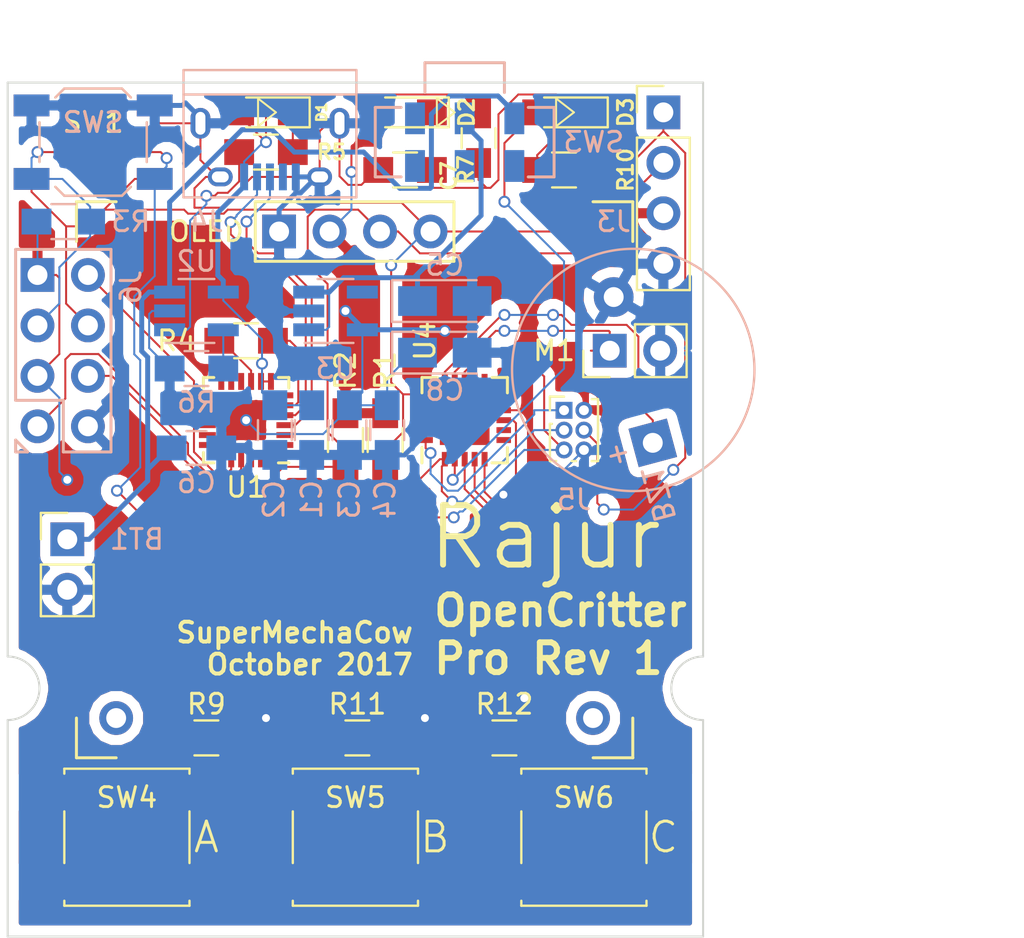
<source format=kicad_pcb>
(kicad_pcb (version 4) (host pcbnew 4.0.6)

  (general
    (links 107)
    (no_connects 0)
    (area 133.538095 48.766666 185.247619 96.100001)
    (thickness 1.6)
    (drawings 26)
    (tracks 471)
    (zones 0)
    (modules 40)
    (nets 26)
  )

  (page A4)
  (layers
    (0 F.Cu signal)
    (31 B.Cu signal)
    (32 B.Adhes user)
    (33 F.Adhes user)
    (34 B.Paste user)
    (35 F.Paste user)
    (36 B.SilkS user)
    (37 F.SilkS user)
    (38 B.Mask user)
    (39 F.Mask user)
    (40 Dwgs.User user)
    (41 Cmts.User user)
    (42 Eco1.User user)
    (43 Eco2.User user)
    (44 Edge.Cuts user)
    (45 Margin user)
    (46 B.CrtYd user)
    (47 F.CrtYd user)
    (48 B.Fab user)
    (49 F.Fab user)
  )

  (setup
    (last_trace_width 0.1)
    (user_trace_width 0.1)
    (trace_clearance 0.2)
    (zone_clearance 0.508)
    (zone_45_only no)
    (trace_min 0.1)
    (segment_width 0.1)
    (edge_width 0.1)
    (via_size 0.6)
    (via_drill 0.4)
    (via_min_size 0.4)
    (via_min_drill 0.3)
    (uvia_size 0.3)
    (uvia_drill 0.1)
    (uvias_allowed no)
    (uvia_min_size 0.2)
    (uvia_min_drill 0.1)
    (pcb_text_width 0.3)
    (pcb_text_size 1.5 1.5)
    (mod_edge_width 0.15)
    (mod_text_size 1 1)
    (mod_text_width 0.15)
    (pad_size 0.95 1.25)
    (pad_drill 0.55)
    (pad_to_mask_clearance 0)
    (aux_axis_origin 0 0)
    (visible_elements 7FFFFF7F)
    (pcbplotparams
      (layerselection 0x011fc_80000001)
      (usegerberextensions true)
      (excludeedgelayer true)
      (linewidth 0.100000)
      (plotframeref false)
      (viasonmask false)
      (mode 1)
      (useauxorigin false)
      (hpglpennumber 1)
      (hpglpenspeed 20)
      (hpglpendiameter 15)
      (hpglpenoverlay 2)
      (psnegative false)
      (psa4output false)
      (plotreference true)
      (plotvalue true)
      (plotinvisibletext false)
      (padsonsilk false)
      (subtractmaskfromsilk false)
      (outputformat 1)
      (mirror false)
      (drillshape 0)
      (scaleselection 1)
      (outputdirectory gerbers/))
  )

  (net 0 "")
  (net 1 "Net-(BT1-Pad1)")
  (net 2 GND)
  (net 3 /IOPU/Buzzer)
  (net 4 +5V)
  (net 5 +3V3)
  (net 6 "Net-(C5-Pad1)")
  (net 7 "Net-(D1-Pad1)")
  (net 8 "Net-(D2-Pad1)")
  (net 9 "Net-(D3-Pad1)")
  (net 10 /IOPU/Heart)
  (net 11 /SCK)
  (net 12 /UART/D-)
  (net 13 /UART/D+)
  (net 14 /MISO)
  (net 15 /RESET)
  (net 16 /IOPU/Rumble)
  (net 17 "Net-(R4-Pad2)")
  (net 18 "Net-(R5-Pad1)")
  (net 19 "Net-(R6-Pad2)")
  (net 20 /IOPU/Button_A)
  (net 21 /IOPU/Button_B)
  (net 22 /IOPU/Button_C)
  (net 23 /ESP-01/TX)
  (net 24 /ESP-01/RX)
  (net 25 /MOSI)

  (net_class Default "This is the default net class."
    (clearance 0.2)
    (trace_width 0.25)
    (via_dia 0.6)
    (via_drill 0.4)
    (uvia_dia 0.3)
    (uvia_drill 0.1)
    (add_net +3V3)
    (add_net +5V)
    (add_net /ESP-01/RX)
    (add_net /ESP-01/TX)
    (add_net /IOPU/Button_A)
    (add_net /IOPU/Button_B)
    (add_net /IOPU/Button_C)
    (add_net /IOPU/Buzzer)
    (add_net /IOPU/Heart)
    (add_net /IOPU/Rumble)
    (add_net /MISO)
    (add_net /MOSI)
    (add_net /RESET)
    (add_net /SCK)
    (add_net /UART/D+)
    (add_net /UART/D-)
    (add_net GND)
    (add_net "Net-(BT1-Pad1)")
    (add_net "Net-(C5-Pad1)")
    (add_net "Net-(D1-Pad1)")
    (add_net "Net-(D2-Pad1)")
    (add_net "Net-(D3-Pad1)")
    (add_net "Net-(R4-Pad2)")
    (add_net "Net-(R5-Pad1)")
    (add_net "Net-(R6-Pad2)")
  )

  (net_class Thin ""
    (clearance 0.2)
    (trace_width 0.1)
    (via_dia 0.6)
    (via_drill 0.4)
    (uvia_dia 0.3)
    (uvia_drill 0.1)
  )

  (module oc_footprints:ESP-01 (layer B.Cu) (tedit 59CBDC41) (tstamp 59CBDEF8)
    (at 134 59 270)
    (path /5984AD3F/59878263)
    (fp_text reference J6 (at 4.3 -6.2 270) (layer B.SilkS)
      (effects (font (size 1 1) (thickness 0.15)) (justify mirror))
    )
    (fp_text value ESP (at 9.8 -6.2 270) (layer B.Fab)
      (effects (font (size 1 1) (thickness 0.15)) (justify mirror))
    )
    (fp_line (start 12 -0.4) (end 12.6 -1) (layer B.SilkS) (width 0.15))
    (fp_line (start 12.6 -0.4) (end 12 -0.4) (layer B.SilkS) (width 0.15))
    (fp_line (start 12.6 -0.4) (end 12.6 -1) (layer B.SilkS) (width 0.15))
    (fp_line (start 10 -2.8) (end 10 -0.4) (layer B.SilkS) (width 0.15))
    (fp_line (start 10 -2.8) (end 12.6 -2.8) (layer B.SilkS) (width 0.15))
    (fp_line (start 12.6 -5.2) (end 2.4 -5.2) (layer B.SilkS) (width 0.15))
    (fp_line (start 12.6 -5.2) (end 12.6 -2.8) (layer B.SilkS) (width 0.15))
    (fp_line (start 2.4 -0.4) (end 2.4 -5.2) (layer B.SilkS) (width 0.15))
    (fp_line (start 2.4 -0.4) (end 10 -0.4) (layer B.SilkS) (width 0.15))
    (fp_line (start 0 -25) (end 0 0) (layer B.Fab) (width 0.15))
    (fp_line (start 15 -25) (end 0 -25) (layer B.Fab) (width 0.15))
    (fp_line (start 15 0) (end 15 -25) (layer B.Fab) (width 0.15))
    (fp_line (start 0 0) (end 15 0) (layer B.Fab) (width 0.15))
    (pad 8 thru_hole rect (at 3.69 -1.5 180) (size 1.7 1.7) (drill 1) (layers *.Cu *.Mask)
      (net 5 +3V3))
    (pad 7 thru_hole circle (at 3.69 -4.04 180) (size 1.7 1.7) (drill 1) (layers *.Cu *.Mask)
      (net 24 /ESP-01/RX))
    (pad 6 thru_hole circle (at 6.23 -1.5 180) (size 1.7 1.7) (drill 1) (layers *.Cu *.Mask)
      (net 15 /RESET))
    (pad 5 thru_hole circle (at 6.23 -4.04 180) (size 1.7 1.7) (drill 1) (layers *.Cu *.Mask)
      (net 25 /MOSI))
    (pad 4 thru_hole circle (at 8.77 -1.5 180) (size 1.7 1.7) (drill 1) (layers *.Cu *.Mask)
      (net 5 +3V3))
    (pad 3 thru_hole circle (at 8.77 -4.04 180) (size 1.7 1.7) (drill 1) (layers *.Cu *.Mask)
      (net 11 /SCK))
    (pad 2 thru_hole circle (at 11.31 -1.5 180) (size 1.7 1.7) (drill 1) (layers *.Cu *.Mask)
      (net 23 /ESP-01/TX))
    (pad 1 thru_hole circle (at 11.31 -4.04 180) (size 1.7 1.7) (drill 1) (layers *.Cu *.Mask)
      (net 2 GND))
  )

  (module Pin_Headers:Pin_Header_Straight_1x02_Pitch2.54mm (layer F.Cu) (tedit 59650532) (tstamp 59CA943D)
    (at 137 76)
    (descr "Through hole straight pin header, 1x02, 2.54mm pitch, single row")
    (tags "Through hole pin header THT 1x02 2.54mm single row")
    (path /59C804C5/598E7294)
    (fp_text reference BT1 (at 3.5 0) (layer B.SilkS)
      (effects (font (size 1 1) (thickness 0.15)) (justify mirror))
    )
    (fp_text value 3.7V (at 0 4.87) (layer F.Fab)
      (effects (font (size 1 1) (thickness 0.15)))
    )
    (fp_line (start -0.635 -1.27) (end 1.27 -1.27) (layer F.Fab) (width 0.1))
    (fp_line (start 1.27 -1.27) (end 1.27 3.81) (layer F.Fab) (width 0.1))
    (fp_line (start 1.27 3.81) (end -1.27 3.81) (layer F.Fab) (width 0.1))
    (fp_line (start -1.27 3.81) (end -1.27 -0.635) (layer F.Fab) (width 0.1))
    (fp_line (start -1.27 -0.635) (end -0.635 -1.27) (layer F.Fab) (width 0.1))
    (fp_line (start -1.33 3.87) (end 1.33 3.87) (layer F.SilkS) (width 0.12))
    (fp_line (start -1.33 1.27) (end -1.33 3.87) (layer F.SilkS) (width 0.12))
    (fp_line (start 1.33 1.27) (end 1.33 3.87) (layer F.SilkS) (width 0.12))
    (fp_line (start -1.33 1.27) (end 1.33 1.27) (layer F.SilkS) (width 0.12))
    (fp_line (start -1.33 0) (end -1.33 -1.33) (layer F.SilkS) (width 0.12))
    (fp_line (start -1.33 -1.33) (end 0 -1.33) (layer F.SilkS) (width 0.12))
    (fp_line (start -1.8 -1.8) (end -1.8 4.35) (layer F.CrtYd) (width 0.05))
    (fp_line (start -1.8 4.35) (end 1.8 4.35) (layer F.CrtYd) (width 0.05))
    (fp_line (start 1.8 4.35) (end 1.8 -1.8) (layer F.CrtYd) (width 0.05))
    (fp_line (start 1.8 -1.8) (end -1.8 -1.8) (layer F.CrtYd) (width 0.05))
    (fp_text user %R (at 0 1.27 90) (layer F.Fab)
      (effects (font (size 1 1) (thickness 0.15)))
    )
    (pad 1 thru_hole rect (at 0 0) (size 1.7 1.7) (drill 1) (layers *.Cu *.Mask)
      (net 1 "Net-(BT1-Pad1)"))
    (pad 2 thru_hole oval (at 0 2.54) (size 1.7 1.7) (drill 1) (layers *.Cu *.Mask)
      (net 2 GND))
    (model ${KISYS3DMOD}/Pin_Headers.3dshapes/Pin_Header_Straight_1x02_Pitch2.54mm.wrl
      (at (xyz 0 0 0))
      (scale (xyz 1 1 1))
      (rotate (xyz 0 0 0))
    )
  )

  (module Buzzers_Beepers:Buzzer_12x9.5RM7.6 (layer B.Cu) (tedit 58B1A329) (tstamp 59CA9443)
    (at 166.467025 71.141036 105)
    (descr "Generic Buzzer, D12mm height 9.5mm with RM7.6mm")
    (tags buzzer)
    (path /5984AD37/5984AD97)
    (fp_text reference BZ1 (at -2.532068 -0.437272 105) (layer B.SilkS)
      (effects (font (size 1 1) (thickness 0.15)) (justify mirror))
    )
    (fp_text value Buzzer (at 3.8 -7.4 105) (layer B.Fab)
      (effects (font (size 1 1) (thickness 0.15)) (justify mirror))
    )
    (fp_text user + (at -0.01 2.54 105) (layer B.Fab)
      (effects (font (size 1 1) (thickness 0.15)) (justify mirror))
    )
    (fp_text user + (at -0.10846 -1.754893 105) (layer B.SilkS)
      (effects (font (size 1 1) (thickness 0.15)) (justify mirror))
    )
    (fp_text user %R (at 3.8 4 105) (layer B.Fab)
      (effects (font (size 1 1) (thickness 0.15)) (justify mirror))
    )
    (fp_circle (center 3.8 0) (end 10.05 0) (layer B.CrtYd) (width 0.05))
    (fp_circle (center 3.8 0) (end 9.8 0) (layer B.Fab) (width 0.1))
    (fp_circle (center 3.8 0) (end 4.8 0) (layer B.Fab) (width 0.1))
    (fp_circle (center 3.8 0) (end 9.9 0) (layer B.SilkS) (width 0.12))
    (pad 1 thru_hole rect (at 0 0 105) (size 2 2) (drill 1) (layers *.Cu *.Mask)
      (net 3 /IOPU/Buzzer))
    (pad 2 thru_hole circle (at 7.6 0 105) (size 2 2) (drill 1) (layers *.Cu *.Mask)
      (net 2 GND))
    (model ${KISYS3DMOD}/Buzzers_Beepers.3dshapes/Buzzer_12x9.5RM7.6.wrl
      (at (xyz 0.15 0 0))
      (scale (xyz 4 4 4))
      (rotate (xyz 0 0 0))
    )
  )

  (module Capacitors_SMD:C_0805_HandSoldering (layer B.Cu) (tedit 58AA84A8) (tstamp 59CA9449)
    (at 149.3 70.5 270)
    (descr "Capacitor SMD 0805, hand soldering")
    (tags "capacitor 0805")
    (path /59C8047A/59C94A49)
    (attr smd)
    (fp_text reference C1 (at 3.5 0 270) (layer B.SilkS)
      (effects (font (size 1 1) (thickness 0.15)) (justify mirror))
    )
    (fp_text value 4.7uF (at 0 -1.75 270) (layer B.Fab)
      (effects (font (size 1 1) (thickness 0.15)) (justify mirror))
    )
    (fp_text user %R (at 0 1.75 270) (layer B.Fab)
      (effects (font (size 1 1) (thickness 0.15)) (justify mirror))
    )
    (fp_line (start -1 -0.62) (end -1 0.62) (layer B.Fab) (width 0.1))
    (fp_line (start 1 -0.62) (end -1 -0.62) (layer B.Fab) (width 0.1))
    (fp_line (start 1 0.62) (end 1 -0.62) (layer B.Fab) (width 0.1))
    (fp_line (start -1 0.62) (end 1 0.62) (layer B.Fab) (width 0.1))
    (fp_line (start 0.5 0.85) (end -0.5 0.85) (layer B.SilkS) (width 0.12))
    (fp_line (start -0.5 -0.85) (end 0.5 -0.85) (layer B.SilkS) (width 0.12))
    (fp_line (start -2.25 0.88) (end 2.25 0.88) (layer B.CrtYd) (width 0.05))
    (fp_line (start -2.25 0.88) (end -2.25 -0.87) (layer B.CrtYd) (width 0.05))
    (fp_line (start 2.25 -0.87) (end 2.25 0.88) (layer B.CrtYd) (width 0.05))
    (fp_line (start 2.25 -0.87) (end -2.25 -0.87) (layer B.CrtYd) (width 0.05))
    (pad 1 smd rect (at -1.25 0 270) (size 1.5 1.25) (layers B.Cu B.Paste B.Mask)
      (net 4 +5V))
    (pad 2 smd rect (at 1.25 0 270) (size 1.5 1.25) (layers B.Cu B.Paste B.Mask)
      (net 2 GND))
    (model Capacitors_SMD.3dshapes/C_0805.wrl
      (at (xyz 0 0 0))
      (scale (xyz 1 1 1))
      (rotate (xyz 0 0 0))
    )
  )

  (module Capacitors_SMD:C_0805_HandSoldering (layer B.Cu) (tedit 58AA84A8) (tstamp 59CA944F)
    (at 147.446197 70.497797 270)
    (descr "Capacitor SMD 0805, hand soldering")
    (tags "capacitor 0805")
    (path /59C8047A/59C94A6F)
    (attr smd)
    (fp_text reference C2 (at 3.502203 0.046197 270) (layer B.SilkS)
      (effects (font (size 1 1) (thickness 0.15)) (justify mirror))
    )
    (fp_text value 0.1uF (at 0 -1.75 270) (layer B.Fab)
      (effects (font (size 1 1) (thickness 0.15)) (justify mirror))
    )
    (fp_text user %R (at 0 1.75 270) (layer B.Fab)
      (effects (font (size 1 1) (thickness 0.15)) (justify mirror))
    )
    (fp_line (start -1 -0.62) (end -1 0.62) (layer B.Fab) (width 0.1))
    (fp_line (start 1 -0.62) (end -1 -0.62) (layer B.Fab) (width 0.1))
    (fp_line (start 1 0.62) (end 1 -0.62) (layer B.Fab) (width 0.1))
    (fp_line (start -1 0.62) (end 1 0.62) (layer B.Fab) (width 0.1))
    (fp_line (start 0.5 0.85) (end -0.5 0.85) (layer B.SilkS) (width 0.12))
    (fp_line (start -0.5 -0.85) (end 0.5 -0.85) (layer B.SilkS) (width 0.12))
    (fp_line (start -2.25 0.88) (end 2.25 0.88) (layer B.CrtYd) (width 0.05))
    (fp_line (start -2.25 0.88) (end -2.25 -0.87) (layer B.CrtYd) (width 0.05))
    (fp_line (start 2.25 -0.87) (end 2.25 0.88) (layer B.CrtYd) (width 0.05))
    (fp_line (start 2.25 -0.87) (end -2.25 -0.87) (layer B.CrtYd) (width 0.05))
    (pad 1 smd rect (at -1.25 0 270) (size 1.5 1.25) (layers B.Cu B.Paste B.Mask)
      (net 4 +5V))
    (pad 2 smd rect (at 1.25 0 270) (size 1.5 1.25) (layers B.Cu B.Paste B.Mask)
      (net 2 GND))
    (model Capacitors_SMD.3dshapes/C_0805.wrl
      (at (xyz 0 0 0))
      (scale (xyz 1 1 1))
      (rotate (xyz 0 0 0))
    )
  )

  (module Capacitors_SMD:C_0805_HandSoldering (layer B.Cu) (tedit 58AA84A8) (tstamp 59CA9455)
    (at 151.2 70.5 270)
    (descr "Capacitor SMD 0805, hand soldering")
    (tags "capacitor 0805")
    (path /59C8047A/59C94915)
    (attr smd)
    (fp_text reference C3 (at 3.5 0 270) (layer B.SilkS)
      (effects (font (size 1 1) (thickness 0.15)) (justify mirror))
    )
    (fp_text value 4.7uF (at 0 -1.75 270) (layer B.Fab)
      (effects (font (size 1 1) (thickness 0.15)) (justify mirror))
    )
    (fp_text user %R (at 0 1.75 270) (layer B.Fab)
      (effects (font (size 1 1) (thickness 0.15)) (justify mirror))
    )
    (fp_line (start -1 -0.62) (end -1 0.62) (layer B.Fab) (width 0.1))
    (fp_line (start 1 -0.62) (end -1 -0.62) (layer B.Fab) (width 0.1))
    (fp_line (start 1 0.62) (end 1 -0.62) (layer B.Fab) (width 0.1))
    (fp_line (start -1 0.62) (end 1 0.62) (layer B.Fab) (width 0.1))
    (fp_line (start 0.5 0.85) (end -0.5 0.85) (layer B.SilkS) (width 0.12))
    (fp_line (start -0.5 -0.85) (end 0.5 -0.85) (layer B.SilkS) (width 0.12))
    (fp_line (start -2.25 0.88) (end 2.25 0.88) (layer B.CrtYd) (width 0.05))
    (fp_line (start -2.25 0.88) (end -2.25 -0.87) (layer B.CrtYd) (width 0.05))
    (fp_line (start 2.25 -0.87) (end 2.25 0.88) (layer B.CrtYd) (width 0.05))
    (fp_line (start 2.25 -0.87) (end -2.25 -0.87) (layer B.CrtYd) (width 0.05))
    (pad 1 smd rect (at -1.25 0 270) (size 1.5 1.25) (layers B.Cu B.Paste B.Mask)
      (net 5 +3V3))
    (pad 2 smd rect (at 1.25 0 270) (size 1.5 1.25) (layers B.Cu B.Paste B.Mask)
      (net 2 GND))
    (model Capacitors_SMD.3dshapes/C_0805.wrl
      (at (xyz 0 0 0))
      (scale (xyz 1 1 1))
      (rotate (xyz 0 0 0))
    )
  )

  (module Capacitors_SMD:C_0805_HandSoldering (layer B.Cu) (tedit 58AA84A8) (tstamp 59CA945B)
    (at 153.1 70.5 270)
    (descr "Capacitor SMD 0805, hand soldering")
    (tags "capacitor 0805")
    (path /59C8047A/59C94ADB)
    (attr smd)
    (fp_text reference C4 (at 3.5 0.1 270) (layer B.SilkS)
      (effects (font (size 1 1) (thickness 0.15)) (justify mirror))
    )
    (fp_text value 0.1uF (at 0 -1.75 270) (layer B.Fab)
      (effects (font (size 1 1) (thickness 0.15)) (justify mirror))
    )
    (fp_text user %R (at 0 1.75 270) (layer B.Fab)
      (effects (font (size 1 1) (thickness 0.15)) (justify mirror))
    )
    (fp_line (start -1 -0.62) (end -1 0.62) (layer B.Fab) (width 0.1))
    (fp_line (start 1 -0.62) (end -1 -0.62) (layer B.Fab) (width 0.1))
    (fp_line (start 1 0.62) (end 1 -0.62) (layer B.Fab) (width 0.1))
    (fp_line (start -1 0.62) (end 1 0.62) (layer B.Fab) (width 0.1))
    (fp_line (start 0.5 0.85) (end -0.5 0.85) (layer B.SilkS) (width 0.12))
    (fp_line (start -0.5 -0.85) (end 0.5 -0.85) (layer B.SilkS) (width 0.12))
    (fp_line (start -2.25 0.88) (end 2.25 0.88) (layer B.CrtYd) (width 0.05))
    (fp_line (start -2.25 0.88) (end -2.25 -0.87) (layer B.CrtYd) (width 0.05))
    (fp_line (start 2.25 -0.87) (end 2.25 0.88) (layer B.CrtYd) (width 0.05))
    (fp_line (start 2.25 -0.87) (end -2.25 -0.87) (layer B.CrtYd) (width 0.05))
    (pad 1 smd rect (at -1.25 0 270) (size 1.5 1.25) (layers B.Cu B.Paste B.Mask)
      (net 5 +3V3))
    (pad 2 smd rect (at 1.25 0 270) (size 1.5 1.25) (layers B.Cu B.Paste B.Mask)
      (net 2 GND))
    (model Capacitors_SMD.3dshapes/C_0805.wrl
      (at (xyz 0 0 0))
      (scale (xyz 1 1 1))
      (rotate (xyz 0 0 0))
    )
  )

  (module Capacitors_SMD:C_0805_HandSoldering (layer B.Cu) (tedit 58AA84A8) (tstamp 59CA9467)
    (at 143.5 71.4)
    (descr "Capacitor SMD 0805, hand soldering")
    (tags "capacitor 0805")
    (path /59C804C5/59CADE28)
    (attr smd)
    (fp_text reference C6 (at 0 1.75) (layer B.SilkS)
      (effects (font (size 1 1) (thickness 0.15)) (justify mirror))
    )
    (fp_text value 10uF (at 0 -1.75) (layer B.Fab)
      (effects (font (size 1 1) (thickness 0.15)) (justify mirror))
    )
    (fp_text user %R (at 0 1.75) (layer B.Fab)
      (effects (font (size 1 1) (thickness 0.15)) (justify mirror))
    )
    (fp_line (start -1 -0.62) (end -1 0.62) (layer B.Fab) (width 0.1))
    (fp_line (start 1 -0.62) (end -1 -0.62) (layer B.Fab) (width 0.1))
    (fp_line (start 1 0.62) (end 1 -0.62) (layer B.Fab) (width 0.1))
    (fp_line (start -1 0.62) (end 1 0.62) (layer B.Fab) (width 0.1))
    (fp_line (start 0.5 0.85) (end -0.5 0.85) (layer B.SilkS) (width 0.12))
    (fp_line (start -0.5 -0.85) (end 0.5 -0.85) (layer B.SilkS) (width 0.12))
    (fp_line (start -2.25 0.88) (end 2.25 0.88) (layer B.CrtYd) (width 0.05))
    (fp_line (start -2.25 0.88) (end -2.25 -0.87) (layer B.CrtYd) (width 0.05))
    (fp_line (start 2.25 -0.87) (end 2.25 0.88) (layer B.CrtYd) (width 0.05))
    (fp_line (start 2.25 -0.87) (end -2.25 -0.87) (layer B.CrtYd) (width 0.05))
    (pad 1 smd rect (at -1.25 0) (size 1.5 1.25) (layers B.Cu B.Paste B.Mask)
      (net 1 "Net-(BT1-Pad1)"))
    (pad 2 smd rect (at 1.25 0) (size 1.5 1.25) (layers B.Cu B.Paste B.Mask)
      (net 2 GND))
    (model Capacitors_SMD.3dshapes/C_0805.wrl
      (at (xyz 0 0 0))
      (scale (xyz 1 1 1))
      (rotate (xyz 0 0 0))
    )
  )

  (module Capacitors_SMD:C_0805_HandSoldering (layer F.Cu) (tedit 59CE806F) (tstamp 59CA946D)
    (at 157.7 55.8 270)
    (descr "Capacitor SMD 0805, hand soldering")
    (tags "capacitor 0805")
    (path /59C804C5/59CADE9D)
    (attr smd)
    (fp_text reference C7 (at 1.9 1.5 450) (layer F.SilkS)
      (effects (font (size 0.75 0.75) (thickness 0.15)))
    )
    (fp_text value 10uF (at -5 -1.5 270) (layer F.Fab)
      (effects (font (size 1 1) (thickness 0.15)))
    )
    (fp_text user %R (at -4.5 0 270) (layer F.Fab)
      (effects (font (size 1 1) (thickness 0.15)))
    )
    (fp_line (start -1 0.62) (end -1 -0.62) (layer F.Fab) (width 0.1))
    (fp_line (start 1 0.62) (end -1 0.62) (layer F.Fab) (width 0.1))
    (fp_line (start 1 -0.62) (end 1 0.62) (layer F.Fab) (width 0.1))
    (fp_line (start -1 -0.62) (end 1 -0.62) (layer F.Fab) (width 0.1))
    (fp_line (start 0.5 -0.85) (end -0.5 -0.85) (layer F.SilkS) (width 0.12))
    (fp_line (start -0.5 0.85) (end 0.5 0.85) (layer F.SilkS) (width 0.12))
    (fp_line (start -2.25 -0.88) (end 2.25 -0.88) (layer F.CrtYd) (width 0.05))
    (fp_line (start -2.25 -0.88) (end -2.25 0.87) (layer F.CrtYd) (width 0.05))
    (fp_line (start 2.25 0.87) (end 2.25 -0.88) (layer F.CrtYd) (width 0.05))
    (fp_line (start 2.25 0.87) (end -2.25 0.87) (layer F.CrtYd) (width 0.05))
    (pad 1 smd rect (at -1.25 0 270) (size 1.5 1.25) (layers F.Cu F.Paste F.Mask)
      (net 4 +5V))
    (pad 2 smd rect (at 1.25 0 270) (size 1.5 1.25) (layers F.Cu F.Paste F.Mask)
      (net 2 GND))
    (model Capacitors_SMD.3dshapes/C_0805.wrl
      (at (xyz 0 0 0))
      (scale (xyz 1 1 1))
      (rotate (xyz 0 0 0))
    )
  )

  (module LEDs:LED_0805_HandSoldering (layer F.Cu) (tedit 59CE7EF3) (tstamp 59CA9479)
    (at 147 54.5 180)
    (descr "Resistor SMD 0805, hand soldering")
    (tags "resistor 0805")
    (path /59C804C5/598E6D68)
    (attr smd)
    (fp_text reference D1 (at -2.8 0 270) (layer F.SilkS)
      (effects (font (size 0.5 0.5) (thickness 0.125)))
    )
    (fp_text value LED (at 0 4.5 180) (layer F.Fab)
      (effects (font (size 1 1) (thickness 0.15)))
    )
    (fp_line (start -0.4 -0.4) (end -0.4 0.4) (layer F.Fab) (width 0.1))
    (fp_line (start -0.4 0) (end 0.2 -0.4) (layer F.Fab) (width 0.1))
    (fp_line (start 0.2 0.4) (end -0.4 0) (layer F.Fab) (width 0.1))
    (fp_line (start 0.2 -0.4) (end 0.2 0.4) (layer F.Fab) (width 0.1))
    (fp_line (start -1 0.62) (end -1 -0.62) (layer F.Fab) (width 0.1))
    (fp_line (start 1 0.62) (end -1 0.62) (layer F.Fab) (width 0.1))
    (fp_line (start 1 -0.62) (end 1 0.62) (layer F.Fab) (width 0.1))
    (fp_line (start -1 -0.62) (end 1 -0.62) (layer F.Fab) (width 0.1))
    (fp_line (start 1 0.75) (end -2.2 0.75) (layer F.SilkS) (width 0.12))
    (fp_line (start -2.2 -0.75) (end 1 -0.75) (layer F.SilkS) (width 0.12))
    (fp_line (start -2.35 -0.9) (end 2.35 -0.9) (layer F.CrtYd) (width 0.05))
    (fp_line (start -2.35 -0.9) (end -2.35 0.9) (layer F.CrtYd) (width 0.05))
    (fp_line (start 2.35 0.9) (end 2.35 -0.9) (layer F.CrtYd) (width 0.05))
    (fp_line (start 2.35 0.9) (end -2.35 0.9) (layer F.CrtYd) (width 0.05))
    (fp_line (start -2.2 -0.75) (end -2.2 0.75) (layer F.SilkS) (width 0.12))
    (pad 1 smd rect (at -1.35 0 180) (size 1.5 1.3) (layers F.Cu F.Paste F.Mask)
      (net 7 "Net-(D1-Pad1)"))
    (pad 2 smd rect (at 1.35 0 180) (size 1.5 1.3) (layers F.Cu F.Paste F.Mask)
      (net 4 +5V))
    (model ${KISYS3DMOD}/LEDs.3dshapes/LED_0805.wrl
      (at (xyz 0 0 0))
      (scale (xyz 1 1 1))
      (rotate (xyz 0 0 0))
    )
  )

  (module LEDs:LED_0805_HandSoldering (layer F.Cu) (tedit 59CE7F04) (tstamp 59CA947F)
    (at 154 54.5 180)
    (descr "Resistor SMD 0805, hand soldering")
    (tags "resistor 0805")
    (path /59C804C5/59CAE0C9)
    (attr smd)
    (fp_text reference D2 (at -3.1 0 270) (layer F.SilkS)
      (effects (font (size 0.75 0.75) (thickness 0.15)))
    )
    (fp_text value LED (at 0 3.5 180) (layer F.Fab)
      (effects (font (size 1 1) (thickness 0.15)))
    )
    (fp_line (start -0.4 -0.4) (end -0.4 0.4) (layer F.Fab) (width 0.1))
    (fp_line (start -0.4 0) (end 0.2 -0.4) (layer F.Fab) (width 0.1))
    (fp_line (start 0.2 0.4) (end -0.4 0) (layer F.Fab) (width 0.1))
    (fp_line (start 0.2 -0.4) (end 0.2 0.4) (layer F.Fab) (width 0.1))
    (fp_line (start -1 0.62) (end -1 -0.62) (layer F.Fab) (width 0.1))
    (fp_line (start 1 0.62) (end -1 0.62) (layer F.Fab) (width 0.1))
    (fp_line (start 1 -0.62) (end 1 0.62) (layer F.Fab) (width 0.1))
    (fp_line (start -1 -0.62) (end 1 -0.62) (layer F.Fab) (width 0.1))
    (fp_line (start 1 0.75) (end -2.2 0.75) (layer F.SilkS) (width 0.12))
    (fp_line (start -2.2 -0.75) (end 1 -0.75) (layer F.SilkS) (width 0.12))
    (fp_line (start -2.35 -0.9) (end 2.35 -0.9) (layer F.CrtYd) (width 0.05))
    (fp_line (start -2.35 -0.9) (end -2.35 0.9) (layer F.CrtYd) (width 0.05))
    (fp_line (start 2.35 0.9) (end 2.35 -0.9) (layer F.CrtYd) (width 0.05))
    (fp_line (start 2.35 0.9) (end -2.35 0.9) (layer F.CrtYd) (width 0.05))
    (fp_line (start -2.2 -0.75) (end -2.2 0.75) (layer F.SilkS) (width 0.12))
    (pad 1 smd rect (at -1.35 0 180) (size 1.5 1.3) (layers F.Cu F.Paste F.Mask)
      (net 8 "Net-(D2-Pad1)"))
    (pad 2 smd rect (at 1.35 0 180) (size 1.5 1.3) (layers F.Cu F.Paste F.Mask)
      (net 5 +3V3))
    (model ${KISYS3DMOD}/LEDs.3dshapes/LED_0805.wrl
      (at (xyz 0 0 0))
      (scale (xyz 1 1 1))
      (rotate (xyz 0 0 0))
    )
  )

  (module LEDs:LED_0805_HandSoldering (layer F.Cu) (tedit 59CE7F0F) (tstamp 59CA9485)
    (at 162 54.5 180)
    (descr "Resistor SMD 0805, hand soldering")
    (tags "resistor 0805")
    (path /5984AD37/5984B0B1)
    (attr smd)
    (fp_text reference D3 (at -3.1 0 270) (layer F.SilkS)
      (effects (font (size 0.75 0.75) (thickness 0.15)))
    )
    (fp_text value LED (at 0 3.5 180) (layer F.Fab)
      (effects (font (size 1 1) (thickness 0.15)))
    )
    (fp_line (start -0.4 -0.4) (end -0.4 0.4) (layer F.Fab) (width 0.1))
    (fp_line (start -0.4 0) (end 0.2 -0.4) (layer F.Fab) (width 0.1))
    (fp_line (start 0.2 0.4) (end -0.4 0) (layer F.Fab) (width 0.1))
    (fp_line (start 0.2 -0.4) (end 0.2 0.4) (layer F.Fab) (width 0.1))
    (fp_line (start -1 0.62) (end -1 -0.62) (layer F.Fab) (width 0.1))
    (fp_line (start 1 0.62) (end -1 0.62) (layer F.Fab) (width 0.1))
    (fp_line (start 1 -0.62) (end 1 0.62) (layer F.Fab) (width 0.1))
    (fp_line (start -1 -0.62) (end 1 -0.62) (layer F.Fab) (width 0.1))
    (fp_line (start 1 0.75) (end -2.2 0.75) (layer F.SilkS) (width 0.12))
    (fp_line (start -2.2 -0.75) (end 1 -0.75) (layer F.SilkS) (width 0.12))
    (fp_line (start -2.35 -0.9) (end 2.35 -0.9) (layer F.CrtYd) (width 0.05))
    (fp_line (start -2.35 -0.9) (end -2.35 0.9) (layer F.CrtYd) (width 0.05))
    (fp_line (start 2.35 0.9) (end 2.35 -0.9) (layer F.CrtYd) (width 0.05))
    (fp_line (start 2.35 0.9) (end -2.35 0.9) (layer F.CrtYd) (width 0.05))
    (fp_line (start -2.2 -0.75) (end -2.2 0.75) (layer F.SilkS) (width 0.12))
    (pad 1 smd rect (at -1.35 0 180) (size 1.5 1.3) (layers F.Cu F.Paste F.Mask)
      (net 9 "Net-(D3-Pad1)"))
    (pad 2 smd rect (at 1.35 0 180) (size 1.5 1.3) (layers F.Cu F.Paste F.Mask)
      (net 10 /IOPU/Heart))
    (model ${KISYS3DMOD}/LEDs.3dshapes/LED_0805.wrl
      (at (xyz 0 0 0))
      (scale (xyz 1 1 1))
      (rotate (xyz 0 0 0))
    )
  )

  (module Connectors:USB_Micro-B (layer B.Cu) (tedit 59CC4683) (tstamp 59CA94AA)
    (at 147.2 56.4)
    (descr "Micro USB Type B Receptacle")
    (tags "USB USB_B USB_micro USB_OTG")
    (path /59CA6B72)
    (attr smd)
    (fp_text reference J4 (at -3.2 3.6) (layer B.SilkS)
      (effects (font (size 1 1) (thickness 0.15)) (justify mirror))
    )
    (fp_text value USB_OTG (at 0 -5.01) (layer B.Fab)
      (effects (font (size 1 1) (thickness 0.15)) (justify mirror))
    )
    (fp_line (start -4.6 2.59) (end 4.6 2.59) (layer B.CrtYd) (width 0.05))
    (fp_line (start 4.6 2.59) (end 4.6 -4.26) (layer B.CrtYd) (width 0.05))
    (fp_line (start 4.6 -4.26) (end -4.6 -4.26) (layer B.CrtYd) (width 0.05))
    (fp_line (start -4.6 -4.26) (end -4.6 2.59) (layer B.CrtYd) (width 0.05))
    (fp_line (start -4.35 -4.03) (end 4.35 -4.03) (layer B.SilkS) (width 0.12))
    (fp_line (start -4.35 2.38) (end 4.35 2.38) (layer B.SilkS) (width 0.12))
    (fp_line (start 4.35 2.38) (end 4.35 -4.03) (layer B.SilkS) (width 0.12))
    (fp_line (start 4.35 -2.8) (end -4.35 -2.8) (layer B.SilkS) (width 0.12))
    (fp_line (start -4.35 -4.03) (end -4.35 2.38) (layer B.SilkS) (width 0.12))
    (pad 1 smd rect (at -1.3 1.35 270) (size 1.35 0.4) (layers B.Cu B.Paste B.Mask)
      (net 4 +5V))
    (pad 2 smd rect (at -0.65 1.35 270) (size 1.35 0.4) (layers B.Cu B.Paste B.Mask)
      (net 12 /UART/D-))
    (pad 3 smd rect (at 0 1.35 270) (size 1.35 0.4) (layers B.Cu B.Paste B.Mask)
      (net 13 /UART/D+))
    (pad 4 smd rect (at 0.65 1.35 270) (size 1.35 0.4) (layers B.Cu B.Paste B.Mask))
    (pad 5 smd rect (at 1.3 1.35 270) (size 1.35 0.4) (layers B.Cu B.Paste B.Mask)
      (net 2 GND))
    (pad 6 thru_hole oval (at -2.5 1.35 270) (size 0.95 1.25) (drill oval 0.55 0.85) (layers *.Cu *.Mask)
      (net 2 GND))
    (pad 6 thru_hole oval (at 2.5 1.35 270) (size 0.95 1.25) (drill oval 0.55 0.85) (layers *.Cu *.Mask)
      (net 2 GND))
    (pad 6 thru_hole oval (at -3.5 -1.35 270) (size 1.55 1) (drill oval 1.15 0.5) (layers *.Cu *.Mask)
      (net 2 GND))
    (pad 6 thru_hole oval (at 3.5 -1.35 270) (size 1.55 1) (drill oval 1.15 0.5) (layers *.Cu *.Mask)
      (net 2 GND))
  )

  (module Pin_Headers:Pin_Header_Straight_1x02_Pitch2.54mm (layer F.Cu) (tedit 59650532) (tstamp 59CA94C6)
    (at 164.3 66.5 90)
    (descr "Through hole straight pin header, 1x02, 2.54mm pitch, single row")
    (tags "Through hole pin header THT 1x02 2.54mm single row")
    (path /5984AD37/5984AF4B)
    (fp_text reference M1 (at 0 -2.8 180) (layer F.SilkS)
      (effects (font (size 1 1) (thickness 0.15)))
    )
    (fp_text value Motor (at -0.1 10.6 180) (layer F.Fab)
      (effects (font (size 1 1) (thickness 0.15)))
    )
    (fp_line (start -0.635 -1.27) (end 1.27 -1.27) (layer F.Fab) (width 0.1))
    (fp_line (start 1.27 -1.27) (end 1.27 3.81) (layer F.Fab) (width 0.1))
    (fp_line (start 1.27 3.81) (end -1.27 3.81) (layer F.Fab) (width 0.1))
    (fp_line (start -1.27 3.81) (end -1.27 -0.635) (layer F.Fab) (width 0.1))
    (fp_line (start -1.27 -0.635) (end -0.635 -1.27) (layer F.Fab) (width 0.1))
    (fp_line (start -1.33 3.87) (end 1.33 3.87) (layer F.SilkS) (width 0.12))
    (fp_line (start -1.33 1.27) (end -1.33 3.87) (layer F.SilkS) (width 0.12))
    (fp_line (start 1.33 1.27) (end 1.33 3.87) (layer F.SilkS) (width 0.12))
    (fp_line (start -1.33 1.27) (end 1.33 1.27) (layer F.SilkS) (width 0.12))
    (fp_line (start -1.33 0) (end -1.33 -1.33) (layer F.SilkS) (width 0.12))
    (fp_line (start -1.33 -1.33) (end 0 -1.33) (layer F.SilkS) (width 0.12))
    (fp_line (start -1.8 -1.8) (end -1.8 4.35) (layer F.CrtYd) (width 0.05))
    (fp_line (start -1.8 4.35) (end 1.8 4.35) (layer F.CrtYd) (width 0.05))
    (fp_line (start 1.8 4.35) (end 1.8 -1.8) (layer F.CrtYd) (width 0.05))
    (fp_line (start 1.8 -1.8) (end -1.8 -1.8) (layer F.CrtYd) (width 0.05))
    (fp_text user %R (at 0 1.27 180) (layer F.Fab)
      (effects (font (size 1 1) (thickness 0.15)))
    )
    (pad 1 thru_hole rect (at 0 0 90) (size 1.7 1.7) (drill 1) (layers *.Cu *.Mask)
      (net 16 /IOPU/Rumble))
    (pad 2 thru_hole oval (at 0 2.54 90) (size 1.7 1.7) (drill 1) (layers *.Cu *.Mask)
      (net 2 GND))
    (model ${KISYS3DMOD}/Pin_Headers.3dshapes/Pin_Header_Straight_1x02_Pitch2.54mm.wrl
      (at (xyz 0 0 0))
      (scale (xyz 1 1 1))
      (rotate (xyz 0 0 0))
    )
  )

  (module Resistors_SMD:R_0805_HandSoldering (layer F.Cu) (tedit 58E0A804) (tstamp 59CA94CC)
    (at 153 71 270)
    (descr "Resistor SMD 0805, hand soldering")
    (tags "resistor 0805")
    (path /59CB240E)
    (attr smd)
    (fp_text reference R1 (at -3.5 0 270) (layer F.SilkS)
      (effects (font (size 1 1) (thickness 0.15)))
    )
    (fp_text value 10K (at 4 0 270) (layer F.Fab)
      (effects (font (size 1 1) (thickness 0.15)))
    )
    (fp_text user %R (at 0 0 270) (layer F.Fab)
      (effects (font (size 0.5 0.5) (thickness 0.075)))
    )
    (fp_line (start -1 0.62) (end -1 -0.62) (layer F.Fab) (width 0.1))
    (fp_line (start 1 0.62) (end -1 0.62) (layer F.Fab) (width 0.1))
    (fp_line (start 1 -0.62) (end 1 0.62) (layer F.Fab) (width 0.1))
    (fp_line (start -1 -0.62) (end 1 -0.62) (layer F.Fab) (width 0.1))
    (fp_line (start 0.6 0.88) (end -0.6 0.88) (layer F.SilkS) (width 0.12))
    (fp_line (start -0.6 -0.88) (end 0.6 -0.88) (layer F.SilkS) (width 0.12))
    (fp_line (start -2.35 -0.9) (end 2.35 -0.9) (layer F.CrtYd) (width 0.05))
    (fp_line (start -2.35 -0.9) (end -2.35 0.9) (layer F.CrtYd) (width 0.05))
    (fp_line (start 2.35 0.9) (end 2.35 -0.9) (layer F.CrtYd) (width 0.05))
    (fp_line (start 2.35 0.9) (end -2.35 0.9) (layer F.CrtYd) (width 0.05))
    (pad 1 smd rect (at -1.35 0 270) (size 1.5 1.3) (layers F.Cu F.Paste F.Mask)
      (net 5 +3V3))
    (pad 2 smd rect (at 1.35 0 270) (size 1.5 1.3) (layers F.Cu F.Paste F.Mask)
      (net 25 /MOSI))
    (model ${KISYS3DMOD}/Resistors_SMD.3dshapes/R_0805.wrl
      (at (xyz 0 0 0))
      (scale (xyz 1 1 1))
      (rotate (xyz 0 0 0))
    )
  )

  (module Resistors_SMD:R_0805_HandSoldering (layer F.Cu) (tedit 58E0A804) (tstamp 59CA94D2)
    (at 151 71 270)
    (descr "Resistor SMD 0805, hand soldering")
    (tags "resistor 0805")
    (path /599D7F6B)
    (attr smd)
    (fp_text reference R2 (at -3.5 0 270) (layer F.SilkS)
      (effects (font (size 1 1) (thickness 0.15)))
    )
    (fp_text value 10K (at 4 0 270) (layer F.Fab)
      (effects (font (size 1 1) (thickness 0.15)))
    )
    (fp_text user %R (at 0 0 270) (layer F.Fab)
      (effects (font (size 0.5 0.5) (thickness 0.075)))
    )
    (fp_line (start -1 0.62) (end -1 -0.62) (layer F.Fab) (width 0.1))
    (fp_line (start 1 0.62) (end -1 0.62) (layer F.Fab) (width 0.1))
    (fp_line (start 1 -0.62) (end 1 0.62) (layer F.Fab) (width 0.1))
    (fp_line (start -1 -0.62) (end 1 -0.62) (layer F.Fab) (width 0.1))
    (fp_line (start 0.6 0.88) (end -0.6 0.88) (layer F.SilkS) (width 0.12))
    (fp_line (start -0.6 -0.88) (end 0.6 -0.88) (layer F.SilkS) (width 0.12))
    (fp_line (start -2.35 -0.9) (end 2.35 -0.9) (layer F.CrtYd) (width 0.05))
    (fp_line (start -2.35 -0.9) (end -2.35 0.9) (layer F.CrtYd) (width 0.05))
    (fp_line (start 2.35 0.9) (end 2.35 -0.9) (layer F.CrtYd) (width 0.05))
    (fp_line (start 2.35 0.9) (end -2.35 0.9) (layer F.CrtYd) (width 0.05))
    (pad 1 smd rect (at -1.35 0 270) (size 1.5 1.3) (layers F.Cu F.Paste F.Mask)
      (net 5 +3V3))
    (pad 2 smd rect (at 1.35 0 270) (size 1.5 1.3) (layers F.Cu F.Paste F.Mask)
      (net 11 /SCK))
    (model ${KISYS3DMOD}/Resistors_SMD.3dshapes/R_0805.wrl
      (at (xyz 0 0 0))
      (scale (xyz 1 1 1))
      (rotate (xyz 0 0 0))
    )
  )

  (module Resistors_SMD:R_0805_HandSoldering (layer B.Cu) (tedit 58E0A804) (tstamp 59CA94D8)
    (at 136.8 60 180)
    (descr "Resistor SMD 0805, hand soldering")
    (tags "resistor 0805")
    (path /5984AD3F/59CB2550)
    (attr smd)
    (fp_text reference R3 (at -3.4 0 180) (layer B.SilkS)
      (effects (font (size 1 1) (thickness 0.15)) (justify mirror))
    )
    (fp_text value 10K (at 0 -1.75 180) (layer B.Fab)
      (effects (font (size 1 1) (thickness 0.15)) (justify mirror))
    )
    (fp_text user %R (at 0 0 180) (layer B.Fab)
      (effects (font (size 0.5 0.5) (thickness 0.075)) (justify mirror))
    )
    (fp_line (start -1 -0.62) (end -1 0.62) (layer B.Fab) (width 0.1))
    (fp_line (start 1 -0.62) (end -1 -0.62) (layer B.Fab) (width 0.1))
    (fp_line (start 1 0.62) (end 1 -0.62) (layer B.Fab) (width 0.1))
    (fp_line (start -1 0.62) (end 1 0.62) (layer B.Fab) (width 0.1))
    (fp_line (start 0.6 -0.88) (end -0.6 -0.88) (layer B.SilkS) (width 0.12))
    (fp_line (start -0.6 0.88) (end 0.6 0.88) (layer B.SilkS) (width 0.12))
    (fp_line (start -2.35 0.9) (end 2.35 0.9) (layer B.CrtYd) (width 0.05))
    (fp_line (start -2.35 0.9) (end -2.35 -0.9) (layer B.CrtYd) (width 0.05))
    (fp_line (start 2.35 -0.9) (end 2.35 0.9) (layer B.CrtYd) (width 0.05))
    (fp_line (start 2.35 -0.9) (end -2.35 -0.9) (layer B.CrtYd) (width 0.05))
    (pad 1 smd rect (at -1.35 0 180) (size 1.5 1.3) (layers B.Cu B.Paste B.Mask)
      (net 15 /RESET))
    (pad 2 smd rect (at 1.35 0 180) (size 1.5 1.3) (layers B.Cu B.Paste B.Mask)
      (net 5 +3V3))
    (model ${KISYS3DMOD}/Resistors_SMD.3dshapes/R_0805.wrl
      (at (xyz 0 0 0))
      (scale (xyz 1 1 1))
      (rotate (xyz 0 0 0))
    )
  )

  (module Resistors_SMD:R_0805_HandSoldering (layer F.Cu) (tedit 59CC4ACC) (tstamp 59CA94DE)
    (at 146 66 180)
    (descr "Resistor SMD 0805, hand soldering")
    (tags "resistor 0805")
    (path /59C8047A/59C9487D)
    (attr smd)
    (fp_text reference R4 (at 3.5 0 180) (layer F.SilkS)
      (effects (font (size 1 1) (thickness 0.15)))
    )
    (fp_text value 1K (at 0 1.75 180) (layer F.Fab) hide
      (effects (font (size 1 1) (thickness 0.15)))
    )
    (fp_text user %R (at 0 0 180) (layer F.Fab)
      (effects (font (size 0.5 0.5) (thickness 0.075)))
    )
    (fp_line (start -1 0.62) (end -1 -0.62) (layer F.Fab) (width 0.1))
    (fp_line (start 1 0.62) (end -1 0.62) (layer F.Fab) (width 0.1))
    (fp_line (start 1 -0.62) (end 1 0.62) (layer F.Fab) (width 0.1))
    (fp_line (start -1 -0.62) (end 1 -0.62) (layer F.Fab) (width 0.1))
    (fp_line (start 0.6 0.88) (end -0.6 0.88) (layer F.SilkS) (width 0.12))
    (fp_line (start -0.6 -0.88) (end 0.6 -0.88) (layer F.SilkS) (width 0.12))
    (fp_line (start -2.35 -0.9) (end 2.35 -0.9) (layer F.CrtYd) (width 0.05))
    (fp_line (start -2.35 -0.9) (end -2.35 0.9) (layer F.CrtYd) (width 0.05))
    (fp_line (start 2.35 0.9) (end 2.35 -0.9) (layer F.CrtYd) (width 0.05))
    (fp_line (start 2.35 0.9) (end -2.35 0.9) (layer F.CrtYd) (width 0.05))
    (pad 1 smd rect (at -1.35 0 180) (size 1.5 1.3) (layers F.Cu F.Paste F.Mask)
      (net 5 +3V3))
    (pad 2 smd rect (at 1.35 0 180) (size 1.5 1.3) (layers F.Cu F.Paste F.Mask)
      (net 17 "Net-(R4-Pad2)"))
    (model ${KISYS3DMOD}/Resistors_SMD.3dshapes/R_0805.wrl
      (at (xyz 0 0 0))
      (scale (xyz 1 1 1))
      (rotate (xyz 0 0 0))
    )
  )

  (module Resistors_SMD:R_0805_HandSoldering (layer F.Cu) (tedit 59CE807B) (tstamp 59CA94E4)
    (at 147 56.5)
    (descr "Resistor SMD 0805, hand soldering")
    (tags "resistor 0805")
    (path /59C804C5/598E6F59)
    (attr smd)
    (fp_text reference R5 (at 3.3 0) (layer F.SilkS)
      (effects (font (size 0.75 0.75) (thickness 0.15)))
    )
    (fp_text value 1K (at 0 -5.1) (layer F.Fab)
      (effects (font (size 1 1) (thickness 0.15)))
    )
    (fp_text user %R (at 0 0) (layer F.Fab)
      (effects (font (size 0.5 0.5) (thickness 0.075)))
    )
    (fp_line (start -1 0.62) (end -1 -0.62) (layer F.Fab) (width 0.1))
    (fp_line (start 1 0.62) (end -1 0.62) (layer F.Fab) (width 0.1))
    (fp_line (start 1 -0.62) (end 1 0.62) (layer F.Fab) (width 0.1))
    (fp_line (start -1 -0.62) (end 1 -0.62) (layer F.Fab) (width 0.1))
    (fp_line (start 0.6 0.88) (end -0.6 0.88) (layer F.SilkS) (width 0.12))
    (fp_line (start -0.6 -0.88) (end 0.6 -0.88) (layer F.SilkS) (width 0.12))
    (fp_line (start -2.35 -0.9) (end 2.35 -0.9) (layer F.CrtYd) (width 0.05))
    (fp_line (start -2.35 -0.9) (end -2.35 0.9) (layer F.CrtYd) (width 0.05))
    (fp_line (start 2.35 0.9) (end 2.35 -0.9) (layer F.CrtYd) (width 0.05))
    (fp_line (start 2.35 0.9) (end -2.35 0.9) (layer F.CrtYd) (width 0.05))
    (pad 1 smd rect (at -1.35 0) (size 1.5 1.3) (layers F.Cu F.Paste F.Mask)
      (net 18 "Net-(R5-Pad1)"))
    (pad 2 smd rect (at 1.35 0) (size 1.5 1.3) (layers F.Cu F.Paste F.Mask)
      (net 7 "Net-(D1-Pad1)"))
    (model ${KISYS3DMOD}/Resistors_SMD.3dshapes/R_0805.wrl
      (at (xyz 0 0 0))
      (scale (xyz 1 1 1))
      (rotate (xyz 0 0 0))
    )
  )

  (module Resistors_SMD:R_0805_HandSoldering (layer B.Cu) (tedit 58E0A804) (tstamp 59CA94EA)
    (at 143.5 67.4)
    (descr "Resistor SMD 0805, hand soldering")
    (tags "resistor 0805")
    (path /59C804C5/598E6E39)
    (attr smd)
    (fp_text reference R6 (at 0 1.7) (layer B.SilkS)
      (effects (font (size 1 1) (thickness 0.15)) (justify mirror))
    )
    (fp_text value 1K (at 0 -1.75) (layer B.Fab)
      (effects (font (size 1 1) (thickness 0.15)) (justify mirror))
    )
    (fp_text user %R (at 0 0) (layer B.Fab)
      (effects (font (size 0.5 0.5) (thickness 0.075)) (justify mirror))
    )
    (fp_line (start -1 -0.62) (end -1 0.62) (layer B.Fab) (width 0.1))
    (fp_line (start 1 -0.62) (end -1 -0.62) (layer B.Fab) (width 0.1))
    (fp_line (start 1 0.62) (end 1 -0.62) (layer B.Fab) (width 0.1))
    (fp_line (start -1 0.62) (end 1 0.62) (layer B.Fab) (width 0.1))
    (fp_line (start 0.6 -0.88) (end -0.6 -0.88) (layer B.SilkS) (width 0.12))
    (fp_line (start -0.6 0.88) (end 0.6 0.88) (layer B.SilkS) (width 0.12))
    (fp_line (start -2.35 0.9) (end 2.35 0.9) (layer B.CrtYd) (width 0.05))
    (fp_line (start -2.35 0.9) (end -2.35 -0.9) (layer B.CrtYd) (width 0.05))
    (fp_line (start 2.35 -0.9) (end 2.35 0.9) (layer B.CrtYd) (width 0.05))
    (fp_line (start 2.35 -0.9) (end -2.35 -0.9) (layer B.CrtYd) (width 0.05))
    (pad 1 smd rect (at -1.35 0) (size 1.5 1.3) (layers B.Cu B.Paste B.Mask)
      (net 2 GND))
    (pad 2 smd rect (at 1.35 0) (size 1.5 1.3) (layers B.Cu B.Paste B.Mask)
      (net 19 "Net-(R6-Pad2)"))
    (model ${KISYS3DMOD}/Resistors_SMD.3dshapes/R_0805.wrl
      (at (xyz 0 0 0))
      (scale (xyz 1 1 1))
      (rotate (xyz 0 0 0))
    )
  )

  (module Resistors_SMD:R_0805_HandSoldering (layer F.Cu) (tedit 59CE7F07) (tstamp 59CA94F0)
    (at 154 57.4 180)
    (descr "Resistor SMD 0805, hand soldering")
    (tags "resistor 0805")
    (path /59C804C5/59CAE08B)
    (attr smd)
    (fp_text reference R7 (at -3.05 0 270) (layer F.SilkS)
      (effects (font (size 0.75 0.75) (thickness 0.15)))
    )
    (fp_text value 1K (at 0 5.1 180) (layer F.Fab)
      (effects (font (size 1 1) (thickness 0.15)))
    )
    (fp_text user %R (at 0 0 180) (layer F.Fab)
      (effects (font (size 0.5 0.5) (thickness 0.075)))
    )
    (fp_line (start -1 0.62) (end -1 -0.62) (layer F.Fab) (width 0.1))
    (fp_line (start 1 0.62) (end -1 0.62) (layer F.Fab) (width 0.1))
    (fp_line (start 1 -0.62) (end 1 0.62) (layer F.Fab) (width 0.1))
    (fp_line (start -1 -0.62) (end 1 -0.62) (layer F.Fab) (width 0.1))
    (fp_line (start 0.6 0.88) (end -0.6 0.88) (layer F.SilkS) (width 0.12))
    (fp_line (start -0.6 -0.88) (end 0.6 -0.88) (layer F.SilkS) (width 0.12))
    (fp_line (start -2.35 -0.9) (end 2.35 -0.9) (layer F.CrtYd) (width 0.05))
    (fp_line (start -2.35 -0.9) (end -2.35 0.9) (layer F.CrtYd) (width 0.05))
    (fp_line (start 2.35 0.9) (end 2.35 -0.9) (layer F.CrtYd) (width 0.05))
    (fp_line (start 2.35 0.9) (end -2.35 0.9) (layer F.CrtYd) (width 0.05))
    (pad 1 smd rect (at -1.35 0 180) (size 1.5 1.3) (layers F.Cu F.Paste F.Mask)
      (net 8 "Net-(D2-Pad1)"))
    (pad 2 smd rect (at 1.35 0 180) (size 1.5 1.3) (layers F.Cu F.Paste F.Mask)
      (net 2 GND))
    (model ${KISYS3DMOD}/Resistors_SMD.3dshapes/R_0805.wrl
      (at (xyz 0 0 0))
      (scale (xyz 1 1 1))
      (rotate (xyz 0 0 0))
    )
  )

  (module Resistors_SMD:R_0805_HandSoldering (layer F.Cu) (tedit 58E0A804) (tstamp 59CA94FC)
    (at 144 86)
    (descr "Resistor SMD 0805, hand soldering")
    (tags "resistor 0805")
    (path /5984AD37/5984B154)
    (attr smd)
    (fp_text reference R9 (at 0 -1.7) (layer F.SilkS)
      (effects (font (size 1 1) (thickness 0.15)))
    )
    (fp_text value 10K (at 0 1.75) (layer F.Fab)
      (effects (font (size 1 1) (thickness 0.15)))
    )
    (fp_text user %R (at 0 0) (layer F.Fab)
      (effects (font (size 0.5 0.5) (thickness 0.075)))
    )
    (fp_line (start -1 0.62) (end -1 -0.62) (layer F.Fab) (width 0.1))
    (fp_line (start 1 0.62) (end -1 0.62) (layer F.Fab) (width 0.1))
    (fp_line (start 1 -0.62) (end 1 0.62) (layer F.Fab) (width 0.1))
    (fp_line (start -1 -0.62) (end 1 -0.62) (layer F.Fab) (width 0.1))
    (fp_line (start 0.6 0.88) (end -0.6 0.88) (layer F.SilkS) (width 0.12))
    (fp_line (start -0.6 -0.88) (end 0.6 -0.88) (layer F.SilkS) (width 0.12))
    (fp_line (start -2.35 -0.9) (end 2.35 -0.9) (layer F.CrtYd) (width 0.05))
    (fp_line (start -2.35 -0.9) (end -2.35 0.9) (layer F.CrtYd) (width 0.05))
    (fp_line (start 2.35 0.9) (end 2.35 -0.9) (layer F.CrtYd) (width 0.05))
    (fp_line (start 2.35 0.9) (end -2.35 0.9) (layer F.CrtYd) (width 0.05))
    (pad 1 smd rect (at -1.35 0) (size 1.5 1.3) (layers F.Cu F.Paste F.Mask)
      (net 20 /IOPU/Button_A))
    (pad 2 smd rect (at 1.35 0) (size 1.5 1.3) (layers F.Cu F.Paste F.Mask)
      (net 2 GND))
    (model ${KISYS3DMOD}/Resistors_SMD.3dshapes/R_0805.wrl
      (at (xyz 0 0 0))
      (scale (xyz 1 1 1))
      (rotate (xyz 0 0 0))
    )
  )

  (module Resistors_SMD:R_0805_HandSoldering (layer F.Cu) (tedit 59CE7F0B) (tstamp 59CA9502)
    (at 162 57.4 180)
    (descr "Resistor SMD 0805, hand soldering")
    (tags "resistor 0805")
    (path /5984AD37/5984B3B9)
    (attr smd)
    (fp_text reference R10 (at -3.1 0 270) (layer F.SilkS)
      (effects (font (size 0.75 0.75) (thickness 0.15)))
    )
    (fp_text value 10K (at 0 5.1 180) (layer F.Fab)
      (effects (font (size 1 1) (thickness 0.15)))
    )
    (fp_text user %R (at 0 0 180) (layer F.Fab)
      (effects (font (size 0.5 0.5) (thickness 0.075)))
    )
    (fp_line (start -1 0.62) (end -1 -0.62) (layer F.Fab) (width 0.1))
    (fp_line (start 1 0.62) (end -1 0.62) (layer F.Fab) (width 0.1))
    (fp_line (start 1 -0.62) (end 1 0.62) (layer F.Fab) (width 0.1))
    (fp_line (start -1 -0.62) (end 1 -0.62) (layer F.Fab) (width 0.1))
    (fp_line (start 0.6 0.88) (end -0.6 0.88) (layer F.SilkS) (width 0.12))
    (fp_line (start -0.6 -0.88) (end 0.6 -0.88) (layer F.SilkS) (width 0.12))
    (fp_line (start -2.35 -0.9) (end 2.35 -0.9) (layer F.CrtYd) (width 0.05))
    (fp_line (start -2.35 -0.9) (end -2.35 0.9) (layer F.CrtYd) (width 0.05))
    (fp_line (start 2.35 0.9) (end 2.35 -0.9) (layer F.CrtYd) (width 0.05))
    (fp_line (start 2.35 0.9) (end -2.35 0.9) (layer F.CrtYd) (width 0.05))
    (pad 1 smd rect (at -1.35 0 180) (size 1.5 1.3) (layers F.Cu F.Paste F.Mask)
      (net 9 "Net-(D3-Pad1)"))
    (pad 2 smd rect (at 1.35 0 180) (size 1.5 1.3) (layers F.Cu F.Paste F.Mask)
      (net 2 GND))
    (model ${KISYS3DMOD}/Resistors_SMD.3dshapes/R_0805.wrl
      (at (xyz 0 0 0))
      (scale (xyz 1 1 1))
      (rotate (xyz 0 0 0))
    )
  )

  (module Resistors_SMD:R_0805_HandSoldering (layer F.Cu) (tedit 58E0A804) (tstamp 59CA9508)
    (at 151.6 86)
    (descr "Resistor SMD 0805, hand soldering")
    (tags "resistor 0805")
    (path /5984AD37/5984B2B6)
    (attr smd)
    (fp_text reference R11 (at 0 -1.7) (layer F.SilkS)
      (effects (font (size 1 1) (thickness 0.15)))
    )
    (fp_text value 10K (at 0 1.75) (layer F.Fab)
      (effects (font (size 1 1) (thickness 0.15)))
    )
    (fp_text user %R (at 0 0) (layer F.Fab)
      (effects (font (size 0.5 0.5) (thickness 0.075)))
    )
    (fp_line (start -1 0.62) (end -1 -0.62) (layer F.Fab) (width 0.1))
    (fp_line (start 1 0.62) (end -1 0.62) (layer F.Fab) (width 0.1))
    (fp_line (start 1 -0.62) (end 1 0.62) (layer F.Fab) (width 0.1))
    (fp_line (start -1 -0.62) (end 1 -0.62) (layer F.Fab) (width 0.1))
    (fp_line (start 0.6 0.88) (end -0.6 0.88) (layer F.SilkS) (width 0.12))
    (fp_line (start -0.6 -0.88) (end 0.6 -0.88) (layer F.SilkS) (width 0.12))
    (fp_line (start -2.35 -0.9) (end 2.35 -0.9) (layer F.CrtYd) (width 0.05))
    (fp_line (start -2.35 -0.9) (end -2.35 0.9) (layer F.CrtYd) (width 0.05))
    (fp_line (start 2.35 0.9) (end 2.35 -0.9) (layer F.CrtYd) (width 0.05))
    (fp_line (start 2.35 0.9) (end -2.35 0.9) (layer F.CrtYd) (width 0.05))
    (pad 1 smd rect (at -1.35 0) (size 1.5 1.3) (layers F.Cu F.Paste F.Mask)
      (net 21 /IOPU/Button_B))
    (pad 2 smd rect (at 1.35 0) (size 1.5 1.3) (layers F.Cu F.Paste F.Mask)
      (net 2 GND))
    (model ${KISYS3DMOD}/Resistors_SMD.3dshapes/R_0805.wrl
      (at (xyz 0 0 0))
      (scale (xyz 1 1 1))
      (rotate (xyz 0 0 0))
    )
  )

  (module Resistors_SMD:R_0805_HandSoldering (layer F.Cu) (tedit 58E0A804) (tstamp 59CA950E)
    (at 159 86)
    (descr "Resistor SMD 0805, hand soldering")
    (tags "resistor 0805")
    (path /5984AD37/5984B38B)
    (attr smd)
    (fp_text reference R12 (at 0 -1.7) (layer F.SilkS)
      (effects (font (size 1 1) (thickness 0.15)))
    )
    (fp_text value 10K (at 0 1.75) (layer F.Fab)
      (effects (font (size 1 1) (thickness 0.15)))
    )
    (fp_text user %R (at 0 0) (layer F.Fab)
      (effects (font (size 0.5 0.5) (thickness 0.075)))
    )
    (fp_line (start -1 0.62) (end -1 -0.62) (layer F.Fab) (width 0.1))
    (fp_line (start 1 0.62) (end -1 0.62) (layer F.Fab) (width 0.1))
    (fp_line (start 1 -0.62) (end 1 0.62) (layer F.Fab) (width 0.1))
    (fp_line (start -1 -0.62) (end 1 -0.62) (layer F.Fab) (width 0.1))
    (fp_line (start 0.6 0.88) (end -0.6 0.88) (layer F.SilkS) (width 0.12))
    (fp_line (start -0.6 -0.88) (end 0.6 -0.88) (layer F.SilkS) (width 0.12))
    (fp_line (start -2.35 -0.9) (end 2.35 -0.9) (layer F.CrtYd) (width 0.05))
    (fp_line (start -2.35 -0.9) (end -2.35 0.9) (layer F.CrtYd) (width 0.05))
    (fp_line (start 2.35 0.9) (end 2.35 -0.9) (layer F.CrtYd) (width 0.05))
    (fp_line (start 2.35 0.9) (end -2.35 0.9) (layer F.CrtYd) (width 0.05))
    (pad 1 smd rect (at -1.35 0) (size 1.5 1.3) (layers F.Cu F.Paste F.Mask)
      (net 22 /IOPU/Button_C))
    (pad 2 smd rect (at 1.35 0) (size 1.5 1.3) (layers F.Cu F.Paste F.Mask)
      (net 2 GND))
    (model ${KISYS3DMOD}/Resistors_SMD.3dshapes/R_0805.wrl
      (at (xyz 0 0 0))
      (scale (xyz 1 1 1))
      (rotate (xyz 0 0 0))
    )
  )

  (module Buttons_Switches_SMD:SW_SPST_SKQG (layer F.Cu) (tedit 59CC4AD4) (tstamp 59CA9516)
    (at 138.3 56 180)
    (descr "ALPS 5.2mm Square Low-profile TACT Switch (SMD), http://www.alps.com/prod/info/E/PDF/Tact/SurfaceMount/SKQG/SKQG.PDF")
    (tags "SPST Button Switch")
    (path /5984AD3F/599A6510)
    (attr smd)
    (fp_text reference SW1 (at 0 1 180) (layer F.SilkS)
      (effects (font (size 1 1) (thickness 0.15)))
    )
    (fp_text value GPIO0 (at 0 4 180) (layer F.Fab) hide
      (effects (font (size 1 1) (thickness 0.15)))
    )
    (fp_line (start 1.45 -2.6) (end 2.55 -1.5) (layer F.Fab) (width 0.1))
    (fp_line (start 2.55 -1.5) (end 2.55 1.45) (layer F.Fab) (width 0.1))
    (fp_line (start 2.55 1.45) (end 1.4 2.6) (layer F.Fab) (width 0.1))
    (fp_line (start 1.4 2.6) (end -1.45 2.6) (layer F.Fab) (width 0.1))
    (fp_line (start -1.45 2.6) (end -2.6 1.45) (layer F.Fab) (width 0.1))
    (fp_line (start -2.6 1.45) (end -2.6 -1.45) (layer F.Fab) (width 0.1))
    (fp_line (start -2.6 -1.45) (end -1.45 -2.6) (layer F.Fab) (width 0.1))
    (fp_line (start -1.45 -2.6) (end 1.45 -2.6) (layer F.Fab) (width 0.1))
    (fp_text user %R (at 2.7 -6 180) (layer F.Fab) hide
      (effects (font (size 1 1) (thickness 0.15)))
    )
    (fp_line (start -4.25 -2.95) (end -4.25 2.95) (layer F.CrtYd) (width 0.05))
    (fp_line (start 4.25 -2.95) (end -4.25 -2.95) (layer F.CrtYd) (width 0.05))
    (fp_line (start 4.25 2.95) (end 4.25 -2.95) (layer F.CrtYd) (width 0.05))
    (fp_line (start -4.25 2.95) (end 4.25 2.95) (layer F.CrtYd) (width 0.05))
    (fp_line (start -1.2 -1.8) (end 1.2 -1.8) (layer F.Fab) (width 0.1))
    (fp_line (start -1.8 -1.2) (end -1.2 -1.8) (layer F.Fab) (width 0.1))
    (fp_line (start -1.8 1.2) (end -1.8 -1.2) (layer F.Fab) (width 0.1))
    (fp_line (start -1.2 1.8) (end -1.8 1.2) (layer F.Fab) (width 0.1))
    (fp_line (start 1.2 1.8) (end -1.2 1.8) (layer F.Fab) (width 0.1))
    (fp_line (start 1.8 1.2) (end 1.2 1.8) (layer F.Fab) (width 0.1))
    (fp_line (start 1.8 -1.2) (end 1.8 1.2) (layer F.Fab) (width 0.1))
    (fp_line (start 1.2 -1.8) (end 1.8 -1.2) (layer F.Fab) (width 0.1))
    (fp_line (start -1.45 -2.7) (end 1.45 -2.7) (layer F.SilkS) (width 0.12))
    (fp_line (start -1.9 -2.25) (end -1.45 -2.7) (layer F.SilkS) (width 0.12))
    (fp_line (start -2.7 1) (end -2.7 -1) (layer F.SilkS) (width 0.12))
    (fp_line (start -1.45 2.7) (end -1.9 2.25) (layer F.SilkS) (width 0.12))
    (fp_line (start 1.45 2.7) (end -1.45 2.7) (layer F.SilkS) (width 0.12))
    (fp_line (start 1.9 2.25) (end 1.45 2.7) (layer F.SilkS) (width 0.12))
    (fp_line (start 2.7 -1) (end 2.7 1) (layer F.SilkS) (width 0.12))
    (fp_line (start 1.45 -2.7) (end 1.9 -2.25) (layer F.SilkS) (width 0.12))
    (fp_circle (center 0 0) (end 1 0) (layer F.Fab) (width 0.1))
    (pad 1 smd rect (at -3.1 -1.85 180) (size 1.8 1.1) (layers F.Cu F.Paste F.Mask)
      (net 25 /MOSI))
    (pad 1 smd rect (at 3.1 -1.85 180) (size 1.8 1.1) (layers F.Cu F.Paste F.Mask)
      (net 25 /MOSI))
    (pad 2 smd rect (at -3.1 1.85 180) (size 1.8 1.1) (layers F.Cu F.Paste F.Mask)
      (net 2 GND))
    (pad 2 smd rect (at 3.1 1.85 180) (size 1.8 1.1) (layers F.Cu F.Paste F.Mask)
      (net 2 GND))
    (model ${KISYS3DMOD}/Buttons_Switches_SMD.3dshapes/SW_SPST_SKQG.wrl
      (at (xyz 0 0 0))
      (scale (xyz 1 1 1))
      (rotate (xyz 0 0 0))
    )
  )

  (module Buttons_Switches_SMD:SW_SPST_SKQG (layer B.Cu) (tedit 58724BB1) (tstamp 59CA951E)
    (at 138.3 56)
    (descr "ALPS 5.2mm Square Low-profile TACT Switch (SMD), http://www.alps.com/prod/info/E/PDF/Tact/SurfaceMount/SKQG/SKQG.PDF")
    (tags "SPST Button Switch")
    (path /5984AD3F/599A6785)
    (attr smd)
    (fp_text reference SW2 (at 0 -1) (layer B.SilkS)
      (effects (font (size 1 1) (thickness 0.15)) (justify mirror))
    )
    (fp_text value RESET (at -2.3 -4) (layer B.Fab)
      (effects (font (size 1 1) (thickness 0.15)) (justify mirror))
    )
    (fp_line (start 1.45 2.6) (end 2.55 1.5) (layer B.Fab) (width 0.1))
    (fp_line (start 2.55 1.5) (end 2.55 -1.45) (layer B.Fab) (width 0.1))
    (fp_line (start 2.55 -1.45) (end 1.4 -2.6) (layer B.Fab) (width 0.1))
    (fp_line (start 1.4 -2.6) (end -1.45 -2.6) (layer B.Fab) (width 0.1))
    (fp_line (start -1.45 -2.6) (end -2.6 -1.45) (layer B.Fab) (width 0.1))
    (fp_line (start -2.6 -1.45) (end -2.6 1.45) (layer B.Fab) (width 0.1))
    (fp_line (start -2.6 1.45) (end -1.45 2.6) (layer B.Fab) (width 0.1))
    (fp_line (start -1.45 2.6) (end 1.45 2.6) (layer B.Fab) (width 0.1))
    (fp_text user %R (at 2.7 -4) (layer B.Fab)
      (effects (font (size 1 1) (thickness 0.15)) (justify mirror))
    )
    (fp_line (start -4.25 2.95) (end -4.25 -2.95) (layer B.CrtYd) (width 0.05))
    (fp_line (start 4.25 2.95) (end -4.25 2.95) (layer B.CrtYd) (width 0.05))
    (fp_line (start 4.25 -2.95) (end 4.25 2.95) (layer B.CrtYd) (width 0.05))
    (fp_line (start -4.25 -2.95) (end 4.25 -2.95) (layer B.CrtYd) (width 0.05))
    (fp_line (start -1.2 1.8) (end 1.2 1.8) (layer B.Fab) (width 0.1))
    (fp_line (start -1.8 1.2) (end -1.2 1.8) (layer B.Fab) (width 0.1))
    (fp_line (start -1.8 -1.2) (end -1.8 1.2) (layer B.Fab) (width 0.1))
    (fp_line (start -1.2 -1.8) (end -1.8 -1.2) (layer B.Fab) (width 0.1))
    (fp_line (start 1.2 -1.8) (end -1.2 -1.8) (layer B.Fab) (width 0.1))
    (fp_line (start 1.8 -1.2) (end 1.2 -1.8) (layer B.Fab) (width 0.1))
    (fp_line (start 1.8 1.2) (end 1.8 -1.2) (layer B.Fab) (width 0.1))
    (fp_line (start 1.2 1.8) (end 1.8 1.2) (layer B.Fab) (width 0.1))
    (fp_line (start -1.45 2.7) (end 1.45 2.7) (layer B.SilkS) (width 0.12))
    (fp_line (start -1.9 2.25) (end -1.45 2.7) (layer B.SilkS) (width 0.12))
    (fp_line (start -2.7 -1) (end -2.7 1) (layer B.SilkS) (width 0.12))
    (fp_line (start -1.45 -2.7) (end -1.9 -2.25) (layer B.SilkS) (width 0.12))
    (fp_line (start 1.45 -2.7) (end -1.45 -2.7) (layer B.SilkS) (width 0.12))
    (fp_line (start 1.9 -2.25) (end 1.45 -2.7) (layer B.SilkS) (width 0.12))
    (fp_line (start 2.7 1) (end 2.7 -1) (layer B.SilkS) (width 0.12))
    (fp_line (start 1.45 2.7) (end 1.9 2.25) (layer B.SilkS) (width 0.12))
    (fp_circle (center 0 0) (end 1 0) (layer B.Fab) (width 0.1))
    (pad 1 smd rect (at -3.1 1.85) (size 1.8 1.1) (layers B.Cu B.Paste B.Mask)
      (net 15 /RESET))
    (pad 1 smd rect (at 3.1 1.85) (size 1.8 1.1) (layers B.Cu B.Paste B.Mask)
      (net 15 /RESET))
    (pad 2 smd rect (at -3.1 -1.85) (size 1.8 1.1) (layers B.Cu B.Paste B.Mask)
      (net 2 GND))
    (pad 2 smd rect (at 3.1 -1.85) (size 1.8 1.1) (layers B.Cu B.Paste B.Mask)
      (net 2 GND))
    (model ${KISYS3DMOD}/Buttons_Switches_SMD.3dshapes/SW_SPST_SKQG.wrl
      (at (xyz 0 0 0))
      (scale (xyz 1 1 1))
      (rotate (xyz 0 0 0))
    )
  )

  (module Buttons_Switches_SMD:SW_SPST_B3S-1000 (layer F.Cu) (tedit 59CE80B8) (tstamp 59CA9526)
    (at 140 91)
    (descr "Surface Mount Tactile Switch for High-Density Packaging")
    (tags "Tactile Switch")
    (path /5984AD37/59889EAE)
    (attr smd)
    (fp_text reference SW4 (at 0 -2) (layer F.SilkS)
      (effects (font (size 1 1) (thickness 0.15)))
    )
    (fp_text value A (at 4 0) (layer F.SilkS)
      (effects (font (size 1.5 1.5) (thickness 0.15)))
    )
    (fp_text user %R (at 0 -2) (layer F.Fab)
      (effects (font (size 1 1) (thickness 0.15)))
    )
    (fp_line (start -5 3.7) (end 5 3.7) (layer F.CrtYd) (width 0.05))
    (fp_line (start 5 3.7) (end 5 -3.7) (layer F.CrtYd) (width 0.05))
    (fp_line (start 5 -3.7) (end -5 -3.7) (layer F.CrtYd) (width 0.05))
    (fp_line (start -5 -3.7) (end -5 3.7) (layer F.CrtYd) (width 0.05))
    (fp_line (start -3.15 -3.2) (end -3.15 -3.45) (layer F.SilkS) (width 0.12))
    (fp_line (start -3.15 -3.45) (end 3.15 -3.45) (layer F.SilkS) (width 0.12))
    (fp_line (start 3.15 -3.45) (end 3.15 -3.2) (layer F.SilkS) (width 0.12))
    (fp_line (start -3.15 1.3) (end -3.15 -1.3) (layer F.SilkS) (width 0.12))
    (fp_line (start 3.15 3.2) (end 3.15 3.45) (layer F.SilkS) (width 0.12))
    (fp_line (start 3.15 3.45) (end -3.15 3.45) (layer F.SilkS) (width 0.12))
    (fp_line (start -3.15 3.45) (end -3.15 3.2) (layer F.SilkS) (width 0.12))
    (fp_line (start 3.15 -1.3) (end 3.15 1.3) (layer F.SilkS) (width 0.12))
    (fp_circle (center 0 0) (end 1.65 0) (layer F.Fab) (width 0.1))
    (fp_line (start -3 -3.3) (end 3 -3.3) (layer F.Fab) (width 0.1))
    (fp_line (start 3 -3.3) (end 3 3.3) (layer F.Fab) (width 0.1))
    (fp_line (start 3 3.3) (end -3 3.3) (layer F.Fab) (width 0.1))
    (fp_line (start -3 3.3) (end -3 -3.3) (layer F.Fab) (width 0.1))
    (pad 1 smd rect (at -3.975 -2.25) (size 1.55 1.3) (layers F.Cu F.Paste F.Mask)
      (net 20 /IOPU/Button_A))
    (pad 1 smd rect (at 3.975 -2.25) (size 1.55 1.3) (layers F.Cu F.Paste F.Mask)
      (net 20 /IOPU/Button_A))
    (pad 2 smd rect (at -3.975 2.25) (size 1.55 1.3) (layers F.Cu F.Paste F.Mask)
      (net 5 +3V3))
    (pad 2 smd rect (at 3.975 2.25) (size 1.55 1.3) (layers F.Cu F.Paste F.Mask)
      (net 5 +3V3))
    (model ${KISYS3DMOD}/Buttons_Switches_SMD.3dshapes/SW_SPST_B3S-1000.wrl
      (at (xyz 0 0 0))
      (scale (xyz 1 1 1))
      (rotate (xyz 0 0 0))
    )
  )

  (module Buttons_Switches_SMD:SW_SPST_B3S-1000 (layer F.Cu) (tedit 59CE80BD) (tstamp 59CA952E)
    (at 151.5 91)
    (descr "Surface Mount Tactile Switch for High-Density Packaging")
    (tags "Tactile Switch")
    (path /5984AD37/5988A0AF)
    (attr smd)
    (fp_text reference SW5 (at 0 -2) (layer F.SilkS)
      (effects (font (size 1 1) (thickness 0.15)))
    )
    (fp_text value B (at 4 0) (layer F.SilkS)
      (effects (font (size 1.5 1.5) (thickness 0.15)))
    )
    (fp_text user %R (at 0 -2) (layer F.Fab)
      (effects (font (size 1 1) (thickness 0.15)))
    )
    (fp_line (start -5 3.7) (end 5 3.7) (layer F.CrtYd) (width 0.05))
    (fp_line (start 5 3.7) (end 5 -3.7) (layer F.CrtYd) (width 0.05))
    (fp_line (start 5 -3.7) (end -5 -3.7) (layer F.CrtYd) (width 0.05))
    (fp_line (start -5 -3.7) (end -5 3.7) (layer F.CrtYd) (width 0.05))
    (fp_line (start -3.15 -3.2) (end -3.15 -3.45) (layer F.SilkS) (width 0.12))
    (fp_line (start -3.15 -3.45) (end 3.15 -3.45) (layer F.SilkS) (width 0.12))
    (fp_line (start 3.15 -3.45) (end 3.15 -3.2) (layer F.SilkS) (width 0.12))
    (fp_line (start -3.15 1.3) (end -3.15 -1.3) (layer F.SilkS) (width 0.12))
    (fp_line (start 3.15 3.2) (end 3.15 3.45) (layer F.SilkS) (width 0.12))
    (fp_line (start 3.15 3.45) (end -3.15 3.45) (layer F.SilkS) (width 0.12))
    (fp_line (start -3.15 3.45) (end -3.15 3.2) (layer F.SilkS) (width 0.12))
    (fp_line (start 3.15 -1.3) (end 3.15 1.3) (layer F.SilkS) (width 0.12))
    (fp_circle (center 0 0) (end 1.65 0) (layer F.Fab) (width 0.1))
    (fp_line (start -3 -3.3) (end 3 -3.3) (layer F.Fab) (width 0.1))
    (fp_line (start 3 -3.3) (end 3 3.3) (layer F.Fab) (width 0.1))
    (fp_line (start 3 3.3) (end -3 3.3) (layer F.Fab) (width 0.1))
    (fp_line (start -3 3.3) (end -3 -3.3) (layer F.Fab) (width 0.1))
    (pad 1 smd rect (at -3.975 -2.25) (size 1.55 1.3) (layers F.Cu F.Paste F.Mask)
      (net 21 /IOPU/Button_B))
    (pad 1 smd rect (at 3.975 -2.25) (size 1.55 1.3) (layers F.Cu F.Paste F.Mask)
      (net 21 /IOPU/Button_B))
    (pad 2 smd rect (at -3.975 2.25) (size 1.55 1.3) (layers F.Cu F.Paste F.Mask)
      (net 5 +3V3))
    (pad 2 smd rect (at 3.975 2.25) (size 1.55 1.3) (layers F.Cu F.Paste F.Mask)
      (net 5 +3V3))
    (model ${KISYS3DMOD}/Buttons_Switches_SMD.3dshapes/SW_SPST_B3S-1000.wrl
      (at (xyz 0 0 0))
      (scale (xyz 1 1 1))
      (rotate (xyz 0 0 0))
    )
  )

  (module Buttons_Switches_SMD:SW_SPST_B3S-1000 (layer F.Cu) (tedit 59CE80C2) (tstamp 59CA9536)
    (at 163 91)
    (descr "Surface Mount Tactile Switch for High-Density Packaging")
    (tags "Tactile Switch")
    (path /5984AD37/5988A12E)
    (attr smd)
    (fp_text reference SW6 (at 0 -2) (layer F.SilkS)
      (effects (font (size 1 1) (thickness 0.15)))
    )
    (fp_text value C (at 4 0) (layer F.SilkS)
      (effects (font (size 1.5 1.5) (thickness 0.15)))
    )
    (fp_text user %R (at 0 -2) (layer F.Fab)
      (effects (font (size 1 1) (thickness 0.15)))
    )
    (fp_line (start -5 3.7) (end 5 3.7) (layer F.CrtYd) (width 0.05))
    (fp_line (start 5 3.7) (end 5 -3.7) (layer F.CrtYd) (width 0.05))
    (fp_line (start 5 -3.7) (end -5 -3.7) (layer F.CrtYd) (width 0.05))
    (fp_line (start -5 -3.7) (end -5 3.7) (layer F.CrtYd) (width 0.05))
    (fp_line (start -3.15 -3.2) (end -3.15 -3.45) (layer F.SilkS) (width 0.12))
    (fp_line (start -3.15 -3.45) (end 3.15 -3.45) (layer F.SilkS) (width 0.12))
    (fp_line (start 3.15 -3.45) (end 3.15 -3.2) (layer F.SilkS) (width 0.12))
    (fp_line (start -3.15 1.3) (end -3.15 -1.3) (layer F.SilkS) (width 0.12))
    (fp_line (start 3.15 3.2) (end 3.15 3.45) (layer F.SilkS) (width 0.12))
    (fp_line (start 3.15 3.45) (end -3.15 3.45) (layer F.SilkS) (width 0.12))
    (fp_line (start -3.15 3.45) (end -3.15 3.2) (layer F.SilkS) (width 0.12))
    (fp_line (start 3.15 -1.3) (end 3.15 1.3) (layer F.SilkS) (width 0.12))
    (fp_circle (center 0 0) (end 1.65 0) (layer F.Fab) (width 0.1))
    (fp_line (start -3 -3.3) (end 3 -3.3) (layer F.Fab) (width 0.1))
    (fp_line (start 3 -3.3) (end 3 3.3) (layer F.Fab) (width 0.1))
    (fp_line (start 3 3.3) (end -3 3.3) (layer F.Fab) (width 0.1))
    (fp_line (start -3 3.3) (end -3 -3.3) (layer F.Fab) (width 0.1))
    (pad 1 smd rect (at -3.975 -2.25) (size 1.55 1.3) (layers F.Cu F.Paste F.Mask)
      (net 22 /IOPU/Button_C))
    (pad 1 smd rect (at 3.975 -2.25) (size 1.55 1.3) (layers F.Cu F.Paste F.Mask)
      (net 22 /IOPU/Button_C))
    (pad 2 smd rect (at -3.975 2.25) (size 1.55 1.3) (layers F.Cu F.Paste F.Mask)
      (net 5 +3V3))
    (pad 2 smd rect (at 3.975 2.25) (size 1.55 1.3) (layers F.Cu F.Paste F.Mask)
      (net 5 +3V3))
    (model ${KISYS3DMOD}/Buttons_Switches_SMD.3dshapes/SW_SPST_B3S-1000.wrl
      (at (xyz 0 0 0))
      (scale (xyz 1 1 1))
      (rotate (xyz 0 0 0))
    )
  )

  (module Housings_DFN_QFN:QFN-24_4x4mm_Pitch0.5mm (layer F.Cu) (tedit 59CC4AC8) (tstamp 59CA9552)
    (at 146 70 180)
    (descr "24-Lead Plastic Quad Flat, No Lead Package (MJ) - 4x4x0.9 mm Body [QFN]; (see Microchip Packaging Specification 00000049BS.pdf)")
    (tags "QFN 0.5")
    (path /59C8047A/59C93D7F)
    (attr smd)
    (fp_text reference U1 (at 0 -3.375 180) (layer F.SilkS)
      (effects (font (size 1 1) (thickness 0.15)))
    )
    (fp_text value CP2102N (at 0 3.375 180) (layer F.Fab) hide
      (effects (font (size 1 1) (thickness 0.15)))
    )
    (fp_line (start -1 -2) (end 2 -2) (layer F.Fab) (width 0.15))
    (fp_line (start 2 -2) (end 2 2) (layer F.Fab) (width 0.15))
    (fp_line (start 2 2) (end -2 2) (layer F.Fab) (width 0.15))
    (fp_line (start -2 2) (end -2 -1) (layer F.Fab) (width 0.15))
    (fp_line (start -2 -1) (end -1 -2) (layer F.Fab) (width 0.15))
    (fp_line (start -2.65 -2.65) (end -2.65 2.65) (layer F.CrtYd) (width 0.05))
    (fp_line (start 2.65 -2.65) (end 2.65 2.65) (layer F.CrtYd) (width 0.05))
    (fp_line (start -2.65 -2.65) (end 2.65 -2.65) (layer F.CrtYd) (width 0.05))
    (fp_line (start -2.65 2.65) (end 2.65 2.65) (layer F.CrtYd) (width 0.05))
    (fp_line (start 2.15 -2.15) (end 2.15 -1.625) (layer F.SilkS) (width 0.15))
    (fp_line (start -2.15 2.15) (end -2.15 1.625) (layer F.SilkS) (width 0.15))
    (fp_line (start 2.15 2.15) (end 2.15 1.625) (layer F.SilkS) (width 0.15))
    (fp_line (start -2.15 -2.15) (end -1.625 -2.15) (layer F.SilkS) (width 0.15))
    (fp_line (start -2.15 2.15) (end -1.625 2.15) (layer F.SilkS) (width 0.15))
    (fp_line (start 2.15 2.15) (end 1.625 2.15) (layer F.SilkS) (width 0.15))
    (fp_line (start 2.15 -2.15) (end 1.625 -2.15) (layer F.SilkS) (width 0.15))
    (pad 1 smd rect (at -1.95 -1.25 180) (size 0.85 0.3) (layers F.Cu F.Paste F.Mask))
    (pad 2 smd rect (at -1.95 -0.75 180) (size 0.85 0.3) (layers F.Cu F.Paste F.Mask))
    (pad 3 smd rect (at -1.95 -0.25 180) (size 0.85 0.3) (layers F.Cu F.Paste F.Mask)
      (net 13 /UART/D+))
    (pad 4 smd rect (at -1.95 0.25 180) (size 0.85 0.3) (layers F.Cu F.Paste F.Mask)
      (net 12 /UART/D-))
    (pad 5 smd rect (at -1.95 0.75 180) (size 0.85 0.3) (layers F.Cu F.Paste F.Mask)
      (net 5 +3V3))
    (pad 6 smd rect (at -1.95 1.25 180) (size 0.85 0.3) (layers F.Cu F.Paste F.Mask)
      (net 5 +3V3))
    (pad 7 smd rect (at -1.25 1.95 270) (size 0.85 0.3) (layers F.Cu F.Paste F.Mask)
      (net 4 +5V))
    (pad 8 smd rect (at -0.75 1.95 270) (size 0.85 0.3) (layers F.Cu F.Paste F.Mask)
      (net 4 +5V))
    (pad 9 smd rect (at -0.25 1.95 270) (size 0.85 0.3) (layers F.Cu F.Paste F.Mask)
      (net 17 "Net-(R4-Pad2)"))
    (pad 10 smd rect (at 0.25 1.95 270) (size 0.85 0.3) (layers F.Cu F.Paste F.Mask))
    (pad 11 smd rect (at 0.75 1.95 270) (size 0.85 0.3) (layers F.Cu F.Paste F.Mask))
    (pad 12 smd rect (at 1.25 1.95 270) (size 0.85 0.3) (layers F.Cu F.Paste F.Mask))
    (pad 13 smd rect (at 1.95 1.25 180) (size 0.85 0.3) (layers F.Cu F.Paste F.Mask))
    (pad 14 smd rect (at 1.95 0.75 180) (size 0.85 0.3) (layers F.Cu F.Paste F.Mask))
    (pad 15 smd rect (at 1.95 0.25 180) (size 0.85 0.3) (layers F.Cu F.Paste F.Mask))
    (pad 16 smd rect (at 1.95 -0.25 180) (size 0.85 0.3) (layers F.Cu F.Paste F.Mask))
    (pad 17 smd rect (at 1.95 -0.75 180) (size 0.85 0.3) (layers F.Cu F.Paste F.Mask))
    (pad 18 smd rect (at 1.95 -1.25 180) (size 0.85 0.3) (layers F.Cu F.Paste F.Mask))
    (pad 19 smd rect (at 1.25 -1.95 270) (size 0.85 0.3) (layers F.Cu F.Paste F.Mask))
    (pad 20 smd rect (at 0.75 -1.95 270) (size 0.85 0.3) (layers F.Cu F.Paste F.Mask)
      (net 24 /ESP-01/RX))
    (pad 21 smd rect (at 0.25 -1.95 270) (size 0.85 0.3) (layers F.Cu F.Paste F.Mask)
      (net 23 /ESP-01/TX))
    (pad 22 smd rect (at -0.25 -1.95 270) (size 0.85 0.3) (layers F.Cu F.Paste F.Mask))
    (pad 23 smd rect (at -0.75 -1.95 270) (size 0.85 0.3) (layers F.Cu F.Paste F.Mask))
    (pad 24 smd rect (at -1.25 -1.95 270) (size 0.85 0.3) (layers F.Cu F.Paste F.Mask))
    (model ${KISYS3DMOD}/Housings_DFN_QFN.3dshapes/QFN-24-1EP_4x4mm_Pitch0.5mm.wrl
      (at (xyz 0 0 0))
      (scale (xyz 1 1 1))
      (rotate (xyz 0 0 0))
    )
  )

  (module TO_SOT_Packages_SMD:SOT-23-5_HandSoldering (layer B.Cu) (tedit 58CE4E7E) (tstamp 59CA955B)
    (at 143.5 64.5)
    (descr "5-pin SOT23 package")
    (tags "SOT-23-5 hand-soldering")
    (path /59C804C5/598E6981)
    (attr smd)
    (fp_text reference U2 (at 0 -2.5) (layer B.SilkS)
      (effects (font (size 1 1) (thickness 0.15)) (justify mirror))
    )
    (fp_text value MCP73831 (at 0 -2.9) (layer B.Fab)
      (effects (font (size 1 1) (thickness 0.15)) (justify mirror))
    )
    (fp_text user %R (at 0 0 270) (layer B.Fab)
      (effects (font (size 0.5 0.5) (thickness 0.075)) (justify mirror))
    )
    (fp_line (start -0.9 -1.61) (end 0.9 -1.61) (layer B.SilkS) (width 0.12))
    (fp_line (start 0.9 1.61) (end -1.55 1.61) (layer B.SilkS) (width 0.12))
    (fp_line (start -0.9 0.9) (end -0.25 1.55) (layer B.Fab) (width 0.1))
    (fp_line (start 0.9 1.55) (end -0.25 1.55) (layer B.Fab) (width 0.1))
    (fp_line (start -0.9 0.9) (end -0.9 -1.55) (layer B.Fab) (width 0.1))
    (fp_line (start 0.9 -1.55) (end -0.9 -1.55) (layer B.Fab) (width 0.1))
    (fp_line (start 0.9 1.55) (end 0.9 -1.55) (layer B.Fab) (width 0.1))
    (fp_line (start -2.38 1.8) (end 2.38 1.8) (layer B.CrtYd) (width 0.05))
    (fp_line (start -2.38 1.8) (end -2.38 -1.8) (layer B.CrtYd) (width 0.05))
    (fp_line (start 2.38 -1.8) (end 2.38 1.8) (layer B.CrtYd) (width 0.05))
    (fp_line (start 2.38 -1.8) (end -2.38 -1.8) (layer B.CrtYd) (width 0.05))
    (pad 1 smd rect (at -1.35 0.95) (size 1.56 0.65) (layers B.Cu B.Paste B.Mask)
      (net 18 "Net-(R5-Pad1)"))
    (pad 2 smd rect (at -1.35 0) (size 1.56 0.65) (layers B.Cu B.Paste B.Mask)
      (net 2 GND))
    (pad 3 smd rect (at -1.35 -0.95) (size 1.56 0.65) (layers B.Cu B.Paste B.Mask)
      (net 1 "Net-(BT1-Pad1)"))
    (pad 4 smd rect (at 1.35 -0.95) (size 1.56 0.65) (layers B.Cu B.Paste B.Mask)
      (net 4 +5V))
    (pad 5 smd rect (at 1.35 0.95) (size 1.56 0.65) (layers B.Cu B.Paste B.Mask)
      (net 19 "Net-(R6-Pad2)"))
    (model ${KISYS3DMOD}/TO_SOT_Packages_SMD.3dshapes\SOT-23-5.wrl
      (at (xyz 0 0 0))
      (scale (xyz 1 1 1))
      (rotate (xyz 0 0 0))
    )
  )

  (module TO_SOT_Packages_SMD:SOT-23-5_HandSoldering (layer B.Cu) (tedit 58CE4E7E) (tstamp 59CA9564)
    (at 150.5 64.5)
    (descr "5-pin SOT23 package")
    (tags "SOT-23-5 hand-soldering")
    (path /59C804C5/59CADC13)
    (attr smd)
    (fp_text reference U3 (at 0 2.9) (layer B.SilkS)
      (effects (font (size 1 1) (thickness 0.15)) (justify mirror))
    )
    (fp_text value MIC5205 (at 0 -2.9) (layer B.Fab)
      (effects (font (size 1 1) (thickness 0.15)) (justify mirror))
    )
    (fp_text user %R (at 0 0 270) (layer B.Fab)
      (effects (font (size 0.5 0.5) (thickness 0.075)) (justify mirror))
    )
    (fp_line (start -0.9 -1.61) (end 0.9 -1.61) (layer B.SilkS) (width 0.12))
    (fp_line (start 0.9 1.61) (end -1.55 1.61) (layer B.SilkS) (width 0.12))
    (fp_line (start -0.9 0.9) (end -0.25 1.55) (layer B.Fab) (width 0.1))
    (fp_line (start 0.9 1.55) (end -0.25 1.55) (layer B.Fab) (width 0.1))
    (fp_line (start -0.9 0.9) (end -0.9 -1.55) (layer B.Fab) (width 0.1))
    (fp_line (start 0.9 -1.55) (end -0.9 -1.55) (layer B.Fab) (width 0.1))
    (fp_line (start 0.9 1.55) (end 0.9 -1.55) (layer B.Fab) (width 0.1))
    (fp_line (start -2.38 1.8) (end 2.38 1.8) (layer B.CrtYd) (width 0.05))
    (fp_line (start -2.38 1.8) (end -2.38 -1.8) (layer B.CrtYd) (width 0.05))
    (fp_line (start 2.38 -1.8) (end 2.38 1.8) (layer B.CrtYd) (width 0.05))
    (fp_line (start 2.38 -1.8) (end -2.38 -1.8) (layer B.CrtYd) (width 0.05))
    (pad 1 smd rect (at -1.35 0.95) (size 1.56 0.65) (layers B.Cu B.Paste B.Mask)
      (net 6 "Net-(C5-Pad1)"))
    (pad 2 smd rect (at -1.35 0) (size 1.56 0.65) (layers B.Cu B.Paste B.Mask)
      (net 2 GND))
    (pad 3 smd rect (at -1.35 -0.95) (size 1.56 0.65) (layers B.Cu B.Paste B.Mask)
      (net 6 "Net-(C5-Pad1)"))
    (pad 4 smd rect (at 1.35 -0.95) (size 1.56 0.65) (layers B.Cu B.Paste B.Mask))
    (pad 5 smd rect (at 1.35 0.95) (size 1.56 0.65) (layers B.Cu B.Paste B.Mask)
      (net 5 +3V3))
    (model ${KISYS3DMOD}/TO_SOT_Packages_SMD.3dshapes\SOT-23-5.wrl
      (at (xyz 0 0 0))
      (scale (xyz 1 1 1))
      (rotate (xyz 0 0 0))
    )
  )

  (module Housings_DFN_QFN:QFN-20-1EP_4x4mm_Pitch0.5mm (layer F.Cu) (tedit 54130A77) (tstamp 59CA9580)
    (at 157 70 90)
    (descr "20-Lead Plastic Quad Flat, No Lead Package (ML) - 4x4x0.9 mm Body [QFN]; (see Microchip Packaging Specification 00000049BS.pdf)")
    (tags "QFN 0.5")
    (path /5984AD37/59CAFF98)
    (attr smd)
    (fp_text reference U4 (at 4 -2 90) (layer F.SilkS)
      (effects (font (size 1 1) (thickness 0.15)))
    )
    (fp_text value ATTINY84A-MMH (at 1 22 180) (layer F.Fab)
      (effects (font (size 1 1) (thickness 0.15)))
    )
    (fp_line (start -1 -2) (end 2 -2) (layer F.Fab) (width 0.15))
    (fp_line (start 2 -2) (end 2 2) (layer F.Fab) (width 0.15))
    (fp_line (start 2 2) (end -2 2) (layer F.Fab) (width 0.15))
    (fp_line (start -2 2) (end -2 -1) (layer F.Fab) (width 0.15))
    (fp_line (start -2 -1) (end -1 -2) (layer F.Fab) (width 0.15))
    (fp_line (start -2.6 -2.6) (end -2.6 2.6) (layer F.CrtYd) (width 0.05))
    (fp_line (start 2.6 -2.6) (end 2.6 2.6) (layer F.CrtYd) (width 0.05))
    (fp_line (start -2.6 -2.6) (end 2.6 -2.6) (layer F.CrtYd) (width 0.05))
    (fp_line (start -2.6 2.6) (end 2.6 2.6) (layer F.CrtYd) (width 0.05))
    (fp_line (start 2.15 -2.15) (end 2.15 -1.375) (layer F.SilkS) (width 0.15))
    (fp_line (start -2.15 2.15) (end -2.15 1.375) (layer F.SilkS) (width 0.15))
    (fp_line (start 2.15 2.15) (end 2.15 1.375) (layer F.SilkS) (width 0.15))
    (fp_line (start -2.15 -2.15) (end -1.375 -2.15) (layer F.SilkS) (width 0.15))
    (fp_line (start -2.15 2.15) (end -1.375 2.15) (layer F.SilkS) (width 0.15))
    (fp_line (start 2.15 2.15) (end 1.375 2.15) (layer F.SilkS) (width 0.15))
    (fp_line (start 2.15 -2.15) (end 1.375 -2.15) (layer F.SilkS) (width 0.15))
    (pad 1 smd rect (at -1.965 -1 90) (size 0.73 0.3) (layers F.Cu F.Paste F.Mask)
      (net 11 /SCK))
    (pad 2 smd rect (at -1.965 -0.5 90) (size 0.73 0.3) (layers F.Cu F.Paste F.Mask)
      (net 10 /IOPU/Heart))
    (pad 3 smd rect (at -1.965 0 90) (size 0.73 0.3) (layers F.Cu F.Paste F.Mask)
      (net 20 /IOPU/Button_A))
    (pad 4 smd rect (at -1.965 0.5 90) (size 0.73 0.3) (layers F.Cu F.Paste F.Mask)
      (net 21 /IOPU/Button_B))
    (pad 5 smd rect (at -1.965 1 90) (size 0.73 0.3) (layers F.Cu F.Paste F.Mask)
      (net 22 /IOPU/Button_C))
    (pad 6 smd rect (at -1 1.965 180) (size 0.73 0.3) (layers F.Cu F.Paste F.Mask))
    (pad 7 smd rect (at -0.5 1.965 180) (size 0.73 0.3) (layers F.Cu F.Paste F.Mask))
    (pad 8 smd rect (at 0 1.965 180) (size 0.73 0.3) (layers F.Cu F.Paste F.Mask)
      (net 2 GND))
    (pad 9 smd rect (at 0.5 1.965 180) (size 0.73 0.3) (layers F.Cu F.Paste F.Mask)
      (net 5 +3V3))
    (pad 10 smd rect (at 1 1.965 180) (size 0.73 0.3) (layers F.Cu F.Paste F.Mask))
    (pad 11 smd rect (at 1.965 1 90) (size 0.73 0.3) (layers F.Cu F.Paste F.Mask))
    (pad 12 smd rect (at 1.965 0.5 90) (size 0.73 0.3) (layers F.Cu F.Paste F.Mask))
    (pad 13 smd rect (at 1.965 0 90) (size 0.73 0.3) (layers F.Cu F.Paste F.Mask)
      (net 15 /RESET))
    (pad 14 smd rect (at 1.965 -0.5 90) (size 0.73 0.3) (layers F.Cu F.Paste F.Mask)
      (net 16 /IOPU/Rumble))
    (pad 15 smd rect (at 1.965 -1 90) (size 0.73 0.3) (layers F.Cu F.Paste F.Mask)
      (net 3 /IOPU/Buzzer))
    (pad 16 smd rect (at 1 -1.965 180) (size 0.73 0.3) (layers F.Cu F.Paste F.Mask)
      (net 25 /MOSI))
    (pad 17 smd rect (at 0.5 -1.965 180) (size 0.73 0.3) (layers F.Cu F.Paste F.Mask))
    (pad 18 smd rect (at 0 -1.965 180) (size 0.73 0.3) (layers F.Cu F.Paste F.Mask))
    (pad 19 smd rect (at -0.5 -1.965 180) (size 0.73 0.3) (layers F.Cu F.Paste F.Mask))
    (pad 20 smd rect (at -1 -1.965 180) (size 0.73 0.3) (layers F.Cu F.Paste F.Mask)
      (net 14 /MISO))
    (pad 21 smd rect (at 0.625 0.625 90) (size 1.25 1.25) (layers F.Cu F.Paste F.Mask)
      (solder_paste_margin_ratio -0.2))
    (pad 21 smd rect (at 0.625 -0.625 90) (size 1.25 1.25) (layers F.Cu F.Paste F.Mask)
      (solder_paste_margin_ratio -0.2))
    (pad 21 smd rect (at -0.625 0.625 90) (size 1.25 1.25) (layers F.Cu F.Paste F.Mask)
      (solder_paste_margin_ratio -0.2))
    (pad 21 smd rect (at -0.625 -0.625 90) (size 1.25 1.25) (layers F.Cu F.Paste F.Mask)
      (solder_paste_margin_ratio -0.2))
    (model ${KISYS3DMOD}/Housings_DFN_QFN.3dshapes/QFN-20-1EP_4x4mm_Pitch0.5mm.wrl
      (at (xyz 0 0 0))
      (scale (xyz 1 1 1))
      (rotate (xyz 0 0 0))
    )
  )

  (module Capacitors_Tantalum_SMD:CP_Tantalum_Case-A_EIA-3216-18_Reflow (layer B.Cu) (tedit 58CC8C08) (tstamp 59CBBE4B)
    (at 156 64)
    (descr "Tantalum capacitor, Case A, EIA 3216-18, 3.2x1.6x1.6mm, Reflow soldering footprint")
    (tags "capacitor tantalum smd")
    (path /59C804C5/59CADDAF)
    (attr smd)
    (fp_text reference C5 (at 0 -1.8) (layer B.SilkS)
      (effects (font (size 1 1) (thickness 0.15)) (justify mirror))
    )
    (fp_text value 10uF (at 0 -2.55) (layer B.Fab)
      (effects (font (size 1 1) (thickness 0.15)) (justify mirror))
    )
    (fp_text user %R (at 0 0) (layer B.Fab)
      (effects (font (size 0.7 0.7) (thickness 0.105)) (justify mirror))
    )
    (fp_line (start -2.75 1.2) (end -2.75 -1.2) (layer B.CrtYd) (width 0.05))
    (fp_line (start -2.75 -1.2) (end 2.75 -1.2) (layer B.CrtYd) (width 0.05))
    (fp_line (start 2.75 -1.2) (end 2.75 1.2) (layer B.CrtYd) (width 0.05))
    (fp_line (start 2.75 1.2) (end -2.75 1.2) (layer B.CrtYd) (width 0.05))
    (fp_line (start -1.6 0.8) (end -1.6 -0.8) (layer B.Fab) (width 0.1))
    (fp_line (start -1.6 -0.8) (end 1.6 -0.8) (layer B.Fab) (width 0.1))
    (fp_line (start 1.6 -0.8) (end 1.6 0.8) (layer B.Fab) (width 0.1))
    (fp_line (start 1.6 0.8) (end -1.6 0.8) (layer B.Fab) (width 0.1))
    (fp_line (start -1.28 0.8) (end -1.28 -0.8) (layer B.Fab) (width 0.1))
    (fp_line (start -1.12 0.8) (end -1.12 -0.8) (layer B.Fab) (width 0.1))
    (fp_line (start -2.65 1.05) (end 1.6 1.05) (layer B.SilkS) (width 0.12))
    (fp_line (start -2.65 -1.05) (end 1.6 -1.05) (layer B.SilkS) (width 0.12))
    (fp_line (start -2.65 1.05) (end -2.65 -1.05) (layer B.SilkS) (width 0.12))
    (pad 1 smd rect (at -1.375 0) (size 1.95 1.5) (layers B.Cu B.Paste B.Mask)
      (net 6 "Net-(C5-Pad1)"))
    (pad 2 smd rect (at 1.375 0) (size 1.95 1.5) (layers B.Cu B.Paste B.Mask)
      (net 2 GND))
    (model Capacitors_Tantalum_SMD.3dshapes/CP_Tantalum_Case-A_EIA-3216-18.wrl
      (at (xyz 0 0 0))
      (scale (xyz 1 1 1))
      (rotate (xyz 0 0 0))
    )
  )

  (module Capacitors_Tantalum_SMD:CP_Tantalum_Case-A_EIA-3216-18_Reflow (layer B.Cu) (tedit 58CC8C08) (tstamp 59CBBE50)
    (at 156 66.6)
    (descr "Tantalum capacitor, Case A, EIA 3216-18, 3.2x1.6x1.6mm, Reflow soldering footprint")
    (tags "capacitor tantalum smd")
    (path /59C804C5/59CADDDF)
    (attr smd)
    (fp_text reference C8 (at 0 1.9) (layer B.SilkS)
      (effects (font (size 1 1) (thickness 0.15)) (justify mirror))
    )
    (fp_text value 10uF (at 0 -2.55) (layer B.Fab)
      (effects (font (size 1 1) (thickness 0.15)) (justify mirror))
    )
    (fp_text user %R (at 0 0) (layer B.Fab)
      (effects (font (size 0.7 0.7) (thickness 0.105)) (justify mirror))
    )
    (fp_line (start -2.75 1.2) (end -2.75 -1.2) (layer B.CrtYd) (width 0.05))
    (fp_line (start -2.75 -1.2) (end 2.75 -1.2) (layer B.CrtYd) (width 0.05))
    (fp_line (start 2.75 -1.2) (end 2.75 1.2) (layer B.CrtYd) (width 0.05))
    (fp_line (start 2.75 1.2) (end -2.75 1.2) (layer B.CrtYd) (width 0.05))
    (fp_line (start -1.6 0.8) (end -1.6 -0.8) (layer B.Fab) (width 0.1))
    (fp_line (start -1.6 -0.8) (end 1.6 -0.8) (layer B.Fab) (width 0.1))
    (fp_line (start 1.6 -0.8) (end 1.6 0.8) (layer B.Fab) (width 0.1))
    (fp_line (start 1.6 0.8) (end -1.6 0.8) (layer B.Fab) (width 0.1))
    (fp_line (start -1.28 0.8) (end -1.28 -0.8) (layer B.Fab) (width 0.1))
    (fp_line (start -1.12 0.8) (end -1.12 -0.8) (layer B.Fab) (width 0.1))
    (fp_line (start -2.65 1.05) (end 1.6 1.05) (layer B.SilkS) (width 0.12))
    (fp_line (start -2.65 -1.05) (end 1.6 -1.05) (layer B.SilkS) (width 0.12))
    (fp_line (start -2.65 1.05) (end -2.65 -1.05) (layer B.SilkS) (width 0.12))
    (pad 1 smd rect (at -1.375 0) (size 1.95 1.5) (layers B.Cu B.Paste B.Mask)
      (net 5 +3V3))
    (pad 2 smd rect (at 1.375 0) (size 1.95 1.5) (layers B.Cu B.Paste B.Mask)
      (net 2 GND))
    (model Capacitors_Tantalum_SMD.3dshapes/CP_Tantalum_Case-A_EIA-3216-18.wrl
      (at (xyz 0 0 0))
      (scale (xyz 1 1 1))
      (rotate (xyz 0 0 0))
    )
  )

  (module oc_footprints:JS102011JAQN (layer B.Cu) (tedit 59CBBCD0) (tstamp 59CBAD87)
    (at 157 56 180)
    (path /59C804C5/59CAC9CF)
    (fp_text reference SW3 (at -6.5 0 180) (layer B.SilkS)
      (effects (font (size 1 1) (thickness 0.15)) (justify mirror))
    )
    (fp_text value Power (at 0 5 180) (layer B.Fab)
      (effects (font (size 1 1) (thickness 0.15)) (justify mirror))
    )
    (fp_line (start -2 4) (end 2 4) (layer B.SilkS) (width 0.15))
    (fp_line (start 2 2.5) (end 2 4) (layer B.SilkS) (width 0.15))
    (fp_line (start -2 2.5) (end -2 4) (layer B.SilkS) (width 0.15))
    (fp_line (start -4.5 1.75) (end -4.5 -1.75) (layer B.SilkS) (width 0.15))
    (fp_line (start 4.5 1.75) (end 4.5 -1.75) (layer B.SilkS) (width 0.15))
    (fp_line (start -4.5 -1.75) (end -3.2 -1.75) (layer B.SilkS) (width 0.15))
    (fp_line (start 3.2 -1.75) (end 4.5 -1.75) (layer B.SilkS) (width 0.15))
    (fp_line (start 3.2 1.75) (end 4.5 1.75) (layer B.SilkS) (width 0.15))
    (fp_line (start -4.5 1.75) (end -3.2 1.75) (layer B.SilkS) (width 0.15))
    (pad "" np_thru_hole circle (at -3.2 0 180) (size 0.9 0.9) (drill 0.9) (layers *.Cu *.Mask))
    (pad "" np_thru_hole circle (at 3.2 0 180) (size 0.9 0.9) (drill 0.9) (layers *.Cu *.Mask))
    (pad 4 smd rect (at -2.5 -1.2 90) (size 1.6 1) (layers B.Cu B.Paste B.Mask))
    (pad 5 smd rect (at 0 -1.2 90) (size 1.6 1) (layers B.Cu B.Paste B.Mask))
    (pad 6 smd rect (at 2.5 -1.2 90) (size 1.6 1) (layers B.Cu B.Paste B.Mask))
    (pad 1 smd rect (at -2.5 1.2 90) (size 1.6 1) (layers B.Cu B.Paste B.Mask)
      (net 1 "Net-(BT1-Pad1)"))
    (pad 3 smd rect (at 2.5 1.2 90) (size 1.6 1) (layers B.Cu B.Paste B.Mask))
    (pad 2 smd rect (at 0 1.2 90) (size 1.6 1) (layers B.Cu B.Paste B.Mask)
      (net 6 "Net-(C5-Pad1)"))
  )

  (module Pin_Headers:Pin_Header_Straight_2x03_Pitch1.00mm (layer F.Cu) (tedit 59B55814) (tstamp 59CBC22E)
    (at 162 69.5)
    (descr "Through hole straight pin header, 2x03, 1.00mm pitch, double rows")
    (tags "Through hole pin header THT 2x03 1.00mm double row")
    (path /59887244)
    (fp_text reference J5 (at 0.5 4.5) (layer B.SilkS)
      (effects (font (size 1 1) (thickness 0.15)) (justify mirror))
    )
    (fp_text value "IOPU SPI" (at 14.2 1 180) (layer F.Fab)
      (effects (font (size 1 1) (thickness 0.15)))
    )
    (fp_line (start -0.075 -0.5) (end 1.65 -0.5) (layer F.Fab) (width 0.1))
    (fp_line (start 1.65 -0.5) (end 1.65 2.5) (layer F.Fab) (width 0.1))
    (fp_line (start 1.65 2.5) (end -0.65 2.5) (layer F.Fab) (width 0.1))
    (fp_line (start -0.65 2.5) (end -0.65 0.075) (layer F.Fab) (width 0.1))
    (fp_line (start -0.65 0.075) (end -0.075 -0.5) (layer F.Fab) (width 0.1))
    (fp_line (start -0.71 2.56) (end -0.394493 2.56) (layer F.SilkS) (width 0.12))
    (fp_line (start 1.394493 2.56) (end 1.71 2.56) (layer F.SilkS) (width 0.12))
    (fp_line (start 0.394493 2.56) (end 0.605507 2.56) (layer F.SilkS) (width 0.12))
    (fp_line (start -0.71 0.685) (end -0.71 2.56) (layer F.SilkS) (width 0.12))
    (fp_line (start 1.71 -0.56) (end 1.71 2.56) (layer F.SilkS) (width 0.12))
    (fp_line (start -0.71 0.685) (end -0.608276 0.685) (layer F.SilkS) (width 0.12))
    (fp_line (start 1.394493 -0.56) (end 1.71 -0.56) (layer F.SilkS) (width 0.12))
    (fp_line (start -0.71 0) (end -0.71 -0.685) (layer F.SilkS) (width 0.12))
    (fp_line (start -0.71 -0.685) (end 0 -0.685) (layer F.SilkS) (width 0.12))
    (fp_line (start -1.15 -1) (end -1.15 3) (layer F.CrtYd) (width 0.05))
    (fp_line (start -1.15 3) (end 2.15 3) (layer F.CrtYd) (width 0.05))
    (fp_line (start 2.15 3) (end 2.15 -1) (layer F.CrtYd) (width 0.05))
    (fp_line (start 2.15 -1) (end -1.15 -1) (layer F.CrtYd) (width 0.05))
    (fp_text user %R (at 0.5 1 90) (layer F.Fab)
      (effects (font (size 1 1) (thickness 0.15)))
    )
    (pad 1 thru_hole rect (at 0 0) (size 0.85 0.85) (drill 0.5) (layers *.Cu *.Mask)
      (net 14 /MISO))
    (pad 2 thru_hole oval (at 1 0) (size 0.85 0.85) (drill 0.5) (layers *.Cu *.Mask)
      (net 5 +3V3))
    (pad 3 thru_hole oval (at 0 1) (size 0.85 0.85) (drill 0.5) (layers *.Cu *.Mask)
      (net 11 /SCK))
    (pad 4 thru_hole oval (at 1 1) (size 0.85 0.85) (drill 0.5) (layers *.Cu *.Mask)
      (net 25 /MOSI))
    (pad 5 thru_hole oval (at 0 2) (size 0.85 0.85) (drill 0.5) (layers *.Cu *.Mask)
      (net 15 /RESET))
    (pad 6 thru_hole oval (at 1 2) (size 0.85 0.85) (drill 0.5) (layers *.Cu *.Mask)
      (net 2 GND))
    (model ${KISYS3DMOD}/Pin_Headers.3dshapes/Pin_Header_Straight_2x03_Pitch1.00mm.wrl
      (at (xyz 0 0 0))
      (scale (xyz 1 1 1))
      (rotate (xyz 0 0 0))
    )
  )

  (module oc_footprints:SSD1306_i2c (layer F.Cu) (tedit 59CE83A8) (tstamp 59CBE617)
    (at 151.46 73)
    (path /5995B30E)
    (fp_text reference OLED (at -7.46 -12.5) (layer F.SilkS)
      (effects (font (size 1 1) (thickness 0.15)))
    )
    (fp_text value OLED (at -9 -15) (layer F.Fab)
      (effects (font (size 1 1) (thickness 0.15)))
    )
    (fp_line (start -14 14) (end -14 -14) (layer F.Fab) (width 0.15))
    (fp_line (start 14 14) (end -14 14) (layer F.Fab) (width 0.15))
    (fp_line (start 14 -14) (end 14 14) (layer F.Fab) (width 0.15))
    (fp_line (start -14 -14) (end 14 -14) (layer F.Fab) (width 0.15))
    (fp_line (start 5 -11) (end 5 -14) (layer F.SilkS) (width 0.15))
    (fp_line (start -5 -11) (end 5 -11) (layer F.SilkS) (width 0.15))
    (fp_line (start -5 -14) (end -5 -11) (layer F.SilkS) (width 0.15))
    (fp_line (start -14 14) (end -14 12) (layer F.SilkS) (width 0.15))
    (fp_line (start -5 -14) (end 5 -14) (layer F.SilkS) (width 0.15))
    (fp_line (start -14 14) (end -12 14) (layer F.SilkS) (width 0.15))
    (fp_line (start 14.004561 14) (end 12.004561 14) (layer F.SilkS) (width 0.15))
    (fp_line (start 14 14) (end 14 12) (layer F.SilkS) (width 0.15))
    (fp_line (start 14 -14) (end 14 -12) (layer F.SilkS) (width 0.15))
    (fp_line (start 14 -14) (end 12 -14) (layer F.SilkS) (width 0.15))
    (fp_line (start -14 -14) (end -14 -12) (layer F.SilkS) (width 0.15))
    (fp_line (start -14 -14) (end -12 -14) (layer F.SilkS) (width 0.15))
    (pad 1 thru_hole rect (at -3.8 -12.5) (size 1.7 1.7) (drill 1) (layers *.Cu *.Mask)
      (net 2 GND))
    (pad 2 thru_hole circle (at -1.26 -12.5) (size 1.7 1.7) (drill 1) (layers *.Cu *.Mask)
      (net 5 +3V3))
    (pad 3 thru_hole circle (at 1.28 -12.5) (size 1.7 1.7) (drill 1) (layers *.Cu *.Mask)
      (net 11 /SCK))
    (pad 4 thru_hole circle (at 3.82 -12.5) (size 1.7 1.7) (drill 1) (layers *.Cu *.Mask)
      (net 25 /MOSI))
    (pad "" thru_hole circle (at -12 12) (size 1.7 1.7) (drill 1) (layers *.Cu *.Mask))
    (pad "" thru_hole circle (at 12 12) (size 1.7 1.7) (drill 1) (layers *.Cu *.Mask))
  )

  (module Pin_Headers:Pin_Header_Straight_1x04_Pitch2.54mm (layer F.Cu) (tedit 59650532) (tstamp 59CA949D)
    (at 167 54.5)
    (descr "Through hole straight pin header, 1x04, 2.54mm pitch, single row")
    (tags "Through hole pin header THT 1x04 2.54mm single row")
    (path /5988E5B4)
    (fp_text reference J3 (at -2.5 5.5) (layer B.SilkS)
      (effects (font (size 1 1) (thickness 0.15)) (justify mirror))
    )
    (fp_text value "I2C BUS" (at 6 0) (layer F.Fab)
      (effects (font (size 1 1) (thickness 0.15)))
    )
    (fp_line (start -0.635 -1.27) (end 1.27 -1.27) (layer F.Fab) (width 0.1))
    (fp_line (start 1.27 -1.27) (end 1.27 8.89) (layer F.Fab) (width 0.1))
    (fp_line (start 1.27 8.89) (end -1.27 8.89) (layer F.Fab) (width 0.1))
    (fp_line (start -1.27 8.89) (end -1.27 -0.635) (layer F.Fab) (width 0.1))
    (fp_line (start -1.27 -0.635) (end -0.635 -1.27) (layer F.Fab) (width 0.1))
    (fp_line (start -1.33 8.95) (end 1.33 8.95) (layer F.SilkS) (width 0.12))
    (fp_line (start -1.33 1.27) (end -1.33 8.95) (layer F.SilkS) (width 0.12))
    (fp_line (start 1.33 1.27) (end 1.33 8.95) (layer F.SilkS) (width 0.12))
    (fp_line (start -1.33 1.27) (end 1.33 1.27) (layer F.SilkS) (width 0.12))
    (fp_line (start -1.33 0) (end -1.33 -1.33) (layer F.SilkS) (width 0.12))
    (fp_line (start -1.33 -1.33) (end 0 -1.33) (layer F.SilkS) (width 0.12))
    (fp_line (start -1.8 -1.8) (end -1.8 9.4) (layer F.CrtYd) (width 0.05))
    (fp_line (start -1.8 9.4) (end 1.8 9.4) (layer F.CrtYd) (width 0.05))
    (fp_line (start 1.8 9.4) (end 1.8 -1.8) (layer F.CrtYd) (width 0.05))
    (fp_line (start 1.8 -1.8) (end -1.8 -1.8) (layer F.CrtYd) (width 0.05))
    (fp_text user %R (at 0 3.81 90) (layer F.Fab)
      (effects (font (size 1 1) (thickness 0.15)))
    )
    (pad 1 thru_hole rect (at 0 0) (size 1.7 1.7) (drill 1) (layers *.Cu *.Mask)
      (net 25 /MOSI))
    (pad 2 thru_hole oval (at 0 2.54) (size 1.7 1.7) (drill 1) (layers *.Cu *.Mask)
      (net 11 /SCK))
    (pad 3 thru_hole oval (at 0 5.08) (size 1.7 1.7) (drill 1) (layers *.Cu *.Mask)
      (net 5 +3V3))
    (pad 4 thru_hole oval (at 0 7.62) (size 1.7 1.7) (drill 1) (layers *.Cu *.Mask)
      (net 2 GND))
    (model ${KISYS3DMOD}/Pin_Headers.3dshapes/Pin_Header_Straight_1x04_Pitch2.54mm.wrl
      (at (xyz 0 0 0))
      (scale (xyz 1 1 1))
      (rotate (xyz 0 0 0))
    )
  )

  (gr_line (start 134 85.1) (end 134 96) (layer Edge.Cuts) (width 0.1))
  (gr_line (start 169 85.1) (end 169 96) (layer Edge.Cuts) (width 0.1))
  (gr_arc (start 169 83.5) (end 169 85.1) (angle 180) (layer Edge.Cuts) (width 0.1))
  (gr_arc (start 134 83.5) (end 134 81.9) (angle 180) (layer Edge.Cuts) (width 0.1))
  (gr_text "SuperMechaCow\nOctober 2017" (at 154.5 81.5) (layer F.SilkS)
    (effects (font (size 1 1) (thickness 0.2)) (justify right))
  )
  (gr_line (start 162.5 54.5) (end 161.6 55.2) (layer F.SilkS) (width 0.1) (tstamp 59CE84C9))
  (gr_line (start 161.6 55.2) (end 161.6 53.8) (layer F.SilkS) (width 0.1) (tstamp 59CE84C8))
  (gr_line (start 161.6 53.8) (end 162.5 54.5) (layer F.SilkS) (width 0.1) (tstamp 59CE84C7))
  (gr_line (start 155.6 53.8) (end 156.5 54.5) (layer F.SilkS) (width 0.1) (tstamp 59CE84C0))
  (gr_line (start 155.6 55.2) (end 155.6 53.8) (layer F.SilkS) (width 0.1) (tstamp 59CE84BF))
  (gr_line (start 156.5 54.5) (end 155.6 55.2) (layer F.SilkS) (width 0.1) (tstamp 59CE84BE))
  (gr_line (start 147.5 54.5) (end 146.6 55.2) (layer F.SilkS) (width 0.1))
  (gr_line (start 146.6 53.8) (end 147.5 54.5) (layer F.SilkS) (width 0.1))
  (gr_line (start 146.6 55.2) (end 146.6 53.8) (layer F.SilkS) (width 0.1))
  (gr_text "OpenCritter\nPro Rev 1" (at 155.3 80.8) (layer F.SilkS)
    (effects (font (size 1.5 1.5) (thickness 0.3)) (justify left))
  )
  (gr_text Rajur (at 155 75.9) (layer F.SilkS)
    (effects (font (size 3 3) (thickness 0.3)) (justify left))
  )
  (gr_line (start 134 53) (end 169 53) (layer Edge.Cuts) (width 0.1))
  (gr_line (start 134 81.9) (end 134 53) (layer Edge.Cuts) (width 0.1))
  (gr_line (start 169 96) (end 134 96) (layer Edge.Cuts) (width 0.1))
  (gr_line (start 169 53) (end 169 81.9) (layer Edge.Cuts) (width 0.1))
  (gr_circle (center 137 94) (end 137 93) (layer F.Fab) (width 0.2))
  (gr_circle (center 137 76) (end 137 77) (layer F.Fab) (width 0.2))
  (gr_line (start 135 96) (end 135 74) (layer F.Fab) (width 0.2))
  (gr_line (start 168 96) (end 135 96) (layer F.Fab) (width 0.2))
  (gr_line (start 168 74) (end 168 96) (layer F.Fab) (width 0.2))
  (gr_line (start 135 74) (end 168 74) (layer F.Fab) (width 0.2))

  (segment (start 141.12 63.55) (end 142.15 63.55) (width 0.25) (layer B.Cu) (net 1))
  (segment (start 140.744988 63.925012) (end 141.12 63.55) (width 0.25) (layer B.Cu) (net 1))
  (segment (start 140.744988 66.525333) (end 140.744988 63.925012) (width 0.25) (layer B.Cu) (net 1))
  (segment (start 141.044999 66.825343) (end 140.744988 66.525333) (width 0.25) (layer B.Cu) (net 1))
  (segment (start 141.044999 73.055001) (end 141.044999 66.825343) (width 0.25) (layer B.Cu) (net 1))
  (segment (start 142.15 63.55) (end 142.15 59.018616) (width 0.25) (layer B.Cu) (net 1))
  (segment (start 151.914998 56.5) (end 153.739999 58.325001) (width 0.25) (layer B.Cu) (net 1))
  (segment (start 145.793618 55.374998) (end 147.300002 55.374998) (width 0.25) (layer B.Cu) (net 1))
  (segment (start 155.325001 58.260001) (end 155.325001 54.589997) (width 0.25) (layer B.Cu) (net 1))
  (segment (start 147.300002 55.374998) (end 148.425004 56.5) (width 0.25) (layer B.Cu) (net 1))
  (segment (start 142.15 59.018616) (end 145.793618 55.374998) (width 0.25) (layer B.Cu) (net 1))
  (segment (start 159.5 54.5) (end 159.5 54.8) (width 0.25) (layer B.Cu) (net 1))
  (segment (start 148.425004 56.5) (end 151.914998 56.5) (width 0.25) (layer B.Cu) (net 1))
  (segment (start 155.325001 54.589997) (end 156.239999 53.674999) (width 0.25) (layer B.Cu) (net 1))
  (segment (start 153.739999 58.325001) (end 155.260001 58.325001) (width 0.25) (layer B.Cu) (net 1))
  (segment (start 158.674999 53.674999) (end 159.5 54.5) (width 0.25) (layer B.Cu) (net 1))
  (segment (start 156.239999 53.674999) (end 158.674999 53.674999) (width 0.25) (layer B.Cu) (net 1))
  (segment (start 155.260001 58.325001) (end 155.325001 58.260001) (width 0.25) (layer B.Cu) (net 1))
  (segment (start 141.044999 72.480001) (end 142.125 71.4) (width 0.25) (layer B.Cu) (net 1))
  (segment (start 141.044999 73.055001) (end 141.044999 72.480001) (width 0.25) (layer B.Cu) (net 1))
  (segment (start 142.125 71.4) (end 142.25 71.4) (width 0.25) (layer B.Cu) (net 1))
  (segment (start 137 76) (end 138.1 76) (width 0.25) (layer B.Cu) (net 1))
  (segment (start 138.1 76) (end 141.044999 73.055001) (width 0.25) (layer B.Cu) (net 1))
  (segment (start 158.300001 58.300001) (end 158.1 58.300001) (width 0.1) (layer F.Cu) (net 2))
  (segment (start 158.1 58.300001) (end 155.900001 58.300001) (width 0.1) (layer F.Cu) (net 2))
  (segment (start 157.7 57.05) (end 157.7 57.9) (width 0.1) (layer F.Cu) (net 2))
  (segment (start 157.7 57.9) (end 158.1 58.3) (width 0.1) (layer F.Cu) (net 2))
  (segment (start 158.1 58.3) (end 158.1 58.300001) (width 0.1) (layer F.Cu) (net 2))
  (segment (start 153.650001 58.300001) (end 155.899999 58.300001) (width 0.1) (layer F.Cu) (net 2))
  (segment (start 152.65 57.4) (end 152.75 57.4) (width 0.1) (layer F.Cu) (net 2))
  (segment (start 152.75 57.4) (end 153.650001 58.300001) (width 0.1) (layer F.Cu) (net 2))
  (segment (start 150.7 55.05) (end 150.7 57.714002) (width 0.1) (layer F.Cu) (net 2))
  (segment (start 152.55 57.4) (end 152.65 57.4) (width 0.1) (layer F.Cu) (net 2))
  (segment (start 150.7 57.714002) (end 151.135998 58.15) (width 0.1) (layer F.Cu) (net 2))
  (segment (start 151.135998 58.15) (end 151.8 58.15) (width 0.1) (layer F.Cu) (net 2))
  (segment (start 151.8 58.15) (end 152.55 57.4) (width 0.1) (layer F.Cu) (net 2))
  (segment (start 160.65 57.4) (end 160.65 56.65) (width 0.1) (layer F.Cu) (net 2))
  (segment (start 160.65 56.65) (end 161.650001 55.649999) (width 0.1) (layer F.Cu) (net 2))
  (segment (start 161.600001 53.599999) (end 159.699999 53.599999) (width 0.1) (layer F.Cu) (net 2))
  (segment (start 161.650001 55.649999) (end 161.650001 53.649999) (width 0.1) (layer F.Cu) (net 2))
  (segment (start 161.650001 53.649999) (end 161.600001 53.599999) (width 0.1) (layer F.Cu) (net 2))
  (segment (start 159.699999 53.599999) (end 158.69999 54.600008) (width 0.1) (layer F.Cu) (net 2))
  (segment (start 158.69999 54.600008) (end 158.69999 57.900012) (width 0.1) (layer F.Cu) (net 2))
  (segment (start 158.69999 57.900012) (end 158.300001 58.300001) (width 0.1) (layer F.Cu) (net 2))
  (segment (start 158.95 73.75) (end 159.249999 73.450001) (width 0.1) (layer B.Cu) (net 2))
  (segment (start 159.249999 73.450001) (end 161.049999 73.450001) (width 0.1) (layer B.Cu) (net 2))
  (segment (start 161.049999 73.450001) (end 162.575001 71.924999) (width 0.1) (layer B.Cu) (net 2))
  (segment (start 162.575001 71.924999) (end 163 71.5) (width 0.1) (layer B.Cu) (net 2))
  (segment (start 141.119999 64.650001) (end 141.119999 66.369999) (width 0.1) (layer B.Cu) (net 2))
  (segment (start 142.15 64.5) (end 141.27 64.5) (width 0.1) (layer B.Cu) (net 2))
  (segment (start 141.27 64.5) (end 141.119999 64.650001) (width 0.1) (layer B.Cu) (net 2))
  (segment (start 141.119999 66.369999) (end 142.15 67.4) (width 0.1) (layer B.Cu) (net 2))
  (segment (start 153.1 71.75) (end 153.975 71.75) (width 0.25) (layer B.Cu) (net 2))
  (segment (start 153.975 71.75) (end 157.375 68.35) (width 0.25) (layer B.Cu) (net 2))
  (segment (start 157.375 68.35) (end 157.375 67.6) (width 0.25) (layer B.Cu) (net 2))
  (segment (start 157.375 67.6) (end 157.375 66.6) (width 0.25) (layer B.Cu) (net 2))
  (segment (start 143.975 57.75) (end 143.4 58.325) (width 0.1) (layer F.Cu) (net 2))
  (segment (start 143.4 58.325) (end 143.4 59.3) (width 0.1) (layer F.Cu) (net 2))
  (segment (start 144.7 57.75) (end 143.975 57.75) (width 0.1) (layer F.Cu) (net 2))
  (segment (start 148.975 57.75) (end 149.7 57.75) (width 0.1) (layer F.Cu) (net 2))
  (segment (start 143.4 59.3) (end 144.749597 59.3) (width 0.1) (layer F.Cu) (net 2))
  (segment (start 144.749597 59.3) (end 146.299597 57.75) (width 0.1) (layer F.Cu) (net 2))
  (segment (start 146.299597 57.75) (end 148.975 57.75) (width 0.1) (layer F.Cu) (net 2))
  (segment (start 143.7 55.05) (end 141.65 55.05) (width 0.1) (layer F.Cu) (net 2))
  (segment (start 141.65 55.05) (end 141.4 54.8) (width 0.1) (layer F.Cu) (net 2))
  (segment (start 141.4 54.8) (end 141.4 54.15) (width 0.1) (layer F.Cu) (net 2))
  (segment (start 144.7 57.75) (end 144.55 57.75) (width 0.1) (layer F.Cu) (net 2))
  (segment (start 144.55 57.75) (end 143.7 56.9) (width 0.1) (layer F.Cu) (net 2))
  (segment (start 143.7 56.9) (end 143.7 55.925) (width 0.1) (layer F.Cu) (net 2))
  (segment (start 143.7 55.925) (end 143.7 55.05) (width 0.1) (layer F.Cu) (net 2))
  (segment (start 135.2 54.15) (end 141.4 54.15) (width 0.1) (layer F.Cu) (net 2))
  (segment (start 158.965 70) (end 159.43 70) (width 0.1) (layer F.Cu) (net 2))
  (segment (start 159.43 70) (end 159.580001 70.150001) (width 0.1) (layer F.Cu) (net 2))
  (segment (start 159.580001 70.150001) (end 159.580001 73.119999) (width 0.1) (layer F.Cu) (net 2))
  (segment (start 159.580001 73.119999) (end 158.95 73.75) (width 0.1) (layer F.Cu) (net 2))
  (via (at 158.95 73.75) (size 0.6) (drill 0.4) (layers F.Cu B.Cu) (net 2))
  (segment (start 149.7 57.75) (end 149.7 55.45) (width 0.1) (layer F.Cu) (net 2))
  (segment (start 150.1 55.05) (end 150.7 55.05) (width 0.1) (layer F.Cu) (net 2))
  (segment (start 149.7 55.45) (end 150.1 55.05) (width 0.1) (layer F.Cu) (net 2))
  (segment (start 150.7 55.05) (end 150.7 55.325) (width 0.1) (layer F.Cu) (net 2))
  (segment (start 152.5 57.125) (end 152.5 57.25) (width 0.1) (layer F.Cu) (net 2))
  (segment (start 141.4 54.15) (end 142.8 54.15) (width 0.25) (layer B.Cu) (net 2))
  (segment (start 142.925 54.025) (end 142.95 54.025) (width 0.25) (layer B.Cu) (net 2))
  (segment (start 142.8 54.15) (end 142.925 54.025) (width 0.25) (layer B.Cu) (net 2))
  (segment (start 142.95 54.025) (end 143.7 54.775) (width 0.25) (layer B.Cu) (net 2))
  (segment (start 143.7 54.775) (end 143.7 55.05) (width 0.25) (layer B.Cu) (net 2))
  (segment (start 148.5 58.56) (end 148.74 58.56) (width 0.25) (layer B.Cu) (net 2))
  (segment (start 148.74 58.56) (end 149.55 57.75) (width 0.25) (layer B.Cu) (net 2))
  (segment (start 149.55 57.75) (end 149.7 57.75) (width 0.25) (layer B.Cu) (net 2))
  (segment (start 148.5 57.75) (end 149.7 57.75) (width 0.25) (layer B.Cu) (net 2))
  (segment (start 147.66 60.5) (end 147.66 59.4) (width 0.25) (layer B.Cu) (net 2))
  (segment (start 148.5 58.56) (end 148.5 57.75) (width 0.25) (layer B.Cu) (net 2))
  (segment (start 147.66 59.4) (end 148.5 58.56) (width 0.25) (layer B.Cu) (net 2))
  (segment (start 149.15 64.5) (end 148.12 64.5) (width 0.25) (layer B.Cu) (net 2))
  (segment (start 160.35 86) (end 160.35 84.35) (width 0.1) (layer F.Cu) (net 2))
  (via (at 160 84) (size 0.6) (drill 0.4) (layers F.Cu B.Cu) (net 2))
  (segment (start 160.35 84.35) (end 160 84) (width 0.1) (layer F.Cu) (net 2))
  (segment (start 152.95 86) (end 154 86) (width 0.1) (layer F.Cu) (net 2))
  (segment (start 154 86) (end 155 85) (width 0.1) (layer F.Cu) (net 2))
  (via (at 155 85) (size 0.6) (drill 0.4) (layers F.Cu B.Cu) (net 2))
  (segment (start 145.35 86) (end 145.45 86) (width 0.1) (layer F.Cu) (net 2))
  (segment (start 145.45 86) (end 146.45 85) (width 0.1) (layer F.Cu) (net 2))
  (segment (start 146.45 85) (end 147 85) (width 0.1) (layer F.Cu) (net 2))
  (via (at 147 85) (size 0.6) (drill 0.4) (layers F.Cu B.Cu) (net 2))
  (segment (start 161.45 64.699997) (end 161.874264 64.699997) (width 0.1) (layer F.Cu) (net 3))
  (segment (start 161.874264 64.699997) (end 162.374257 65.19999) (width 0.1) (layer F.Cu) (net 3))
  (segment (start 162.374257 65.19999) (end 165.149992 65.19999) (width 0.1) (layer F.Cu) (net 3))
  (segment (start 165.149992 65.19999) (end 165.739999 65.789997) (width 0.1) (layer F.Cu) (net 3))
  (segment (start 165.739999 65.789997) (end 165.739999 69.278734) (width 0.1) (layer F.Cu) (net 3))
  (segment (start 165.739999 69.278734) (end 166.467025 70.00576) (width 0.1) (layer F.Cu) (net 3))
  (segment (start 166.467025 70.00576) (end 166.467025 71.141036) (width 0.1) (layer F.Cu) (net 3))
  (segment (start 159 64.699997) (end 161.45 64.699997) (width 0.1) (layer B.Cu) (net 3))
  (via (at 161.45 64.699997) (size 0.6) (drill 0.4) (layers F.Cu B.Cu) (net 3))
  (segment (start 156 67.57) (end 158.870003 64.699997) (width 0.1) (layer F.Cu) (net 3))
  (segment (start 158.870003 64.699997) (end 159 64.699997) (width 0.1) (layer F.Cu) (net 3))
  (via (at 159 64.699997) (size 0.6) (drill 0.4) (layers F.Cu B.Cu) (net 3))
  (segment (start 156 68.035) (end 156 67.57) (width 0.1) (layer F.Cu) (net 3))
  (segment (start 147 56) (end 147 53.999998) (width 0.1) (layer F.Cu) (net 4))
  (segment (start 147 53.999998) (end 147.399999 53.599999) (width 0.1) (layer F.Cu) (net 4))
  (segment (start 147.399999 53.599999) (end 156.874999 53.599999) (width 0.1) (layer F.Cu) (net 4))
  (segment (start 156.874999 53.599999) (end 157.7 54.425) (width 0.1) (layer F.Cu) (net 4))
  (segment (start 157.7 54.425) (end 157.7 54.55) (width 0.1) (layer F.Cu) (net 4))
  (segment (start 147.446197 69.247797) (end 149.297797 69.247797) (width 0.1) (layer B.Cu) (net 4))
  (segment (start 149.297797 69.247797) (end 149.3 69.25) (width 0.1) (layer B.Cu) (net 4))
  (segment (start 146.8 67.150002) (end 146.8 68.6016) (width 0.1) (layer B.Cu) (net 4))
  (segment (start 146.8 68.6016) (end 147.446197 69.247797) (width 0.1) (layer B.Cu) (net 4))
  (segment (start 146.75 68.05) (end 147.25 68.05) (width 0.1) (layer F.Cu) (net 4))
  (segment (start 146.8 67.150002) (end 146.8 68) (width 0.1) (layer F.Cu) (net 4))
  (segment (start 146.8 68) (end 146.75 68.05) (width 0.1) (layer F.Cu) (net 4))
  (segment (start 144.85 63.55) (end 144.85 63.975) (width 0.1) (layer B.Cu) (net 4))
  (via (at 146.8 67.150002) (size 0.6) (drill 0.4) (layers F.Cu B.Cu) (net 4))
  (segment (start 144.85 63.975) (end 146.8 65.925) (width 0.1) (layer B.Cu) (net 4))
  (segment (start 146.8 65.925) (end 146.8 67.150002) (width 0.1) (layer B.Cu) (net 4))
  (segment (start 147 56) (end 145.65 54.65) (width 0.1) (layer F.Cu) (net 4))
  (segment (start 145.65 54.65) (end 145.65 54.5) (width 0.1) (layer F.Cu) (net 4))
  (segment (start 145.9 56.975) (end 146.875 56) (width 0.1) (layer B.Cu) (net 4))
  (segment (start 145.9 57.75) (end 145.9 56.975) (width 0.1) (layer B.Cu) (net 4))
  (segment (start 146.875 56) (end 147 56) (width 0.1) (layer B.Cu) (net 4))
  (via (at 147 56) (size 0.6) (drill 0.4) (layers F.Cu B.Cu) (net 4))
  (segment (start 145.9 57.75) (end 145.9 58.225) (width 0.25) (layer B.Cu) (net 4))
  (segment (start 145.9 58.225) (end 144.574996 59.550004) (width 0.25) (layer B.Cu) (net 4))
  (segment (start 144.574996 59.550004) (end 144.574996 62.699996) (width 0.25) (layer B.Cu) (net 4))
  (segment (start 144.574996 62.699996) (end 144.85 62.975) (width 0.25) (layer B.Cu) (net 4))
  (segment (start 144.85 62.975) (end 144.85 63.55) (width 0.25) (layer B.Cu) (net 4))
  (segment (start 151.3 57.5) (end 151.300001 57.924265) (width 0.1) (layer B.Cu) (net 5))
  (segment (start 151.300001 57.924265) (end 151.300001 59.399999) (width 0.1) (layer B.Cu) (net 5))
  (segment (start 152.65 54.5) (end 152.65 55.25) (width 0.1) (layer F.Cu) (net 5))
  (segment (start 152.65 55.25) (end 151.3 56.6) (width 0.1) (layer F.Cu) (net 5))
  (segment (start 151.3 56.6) (end 151.3 57.5) (width 0.1) (layer F.Cu) (net 5))
  (via (at 151.3 57.5) (size 0.6) (drill 0.4) (layers F.Cu B.Cu) (net 5))
  (segment (start 147.95 68.75) (end 147.95 69.25) (width 0.1) (layer F.Cu) (net 5))
  (segment (start 163 69.5) (end 163.7 69.5) (width 0.1) (layer F.Cu) (net 5))
  (segment (start 153.1 69.25) (end 153.1 67.9) (width 0.1) (layer B.Cu) (net 5))
  (segment (start 153.1 67.9) (end 154.4 66.6) (width 0.1) (layer B.Cu) (net 5))
  (segment (start 154.4 66.6) (end 154.625 66.6) (width 0.1) (layer B.Cu) (net 5))
  (segment (start 151.85 65.45) (end 151.85 68.6) (width 0.1) (layer B.Cu) (net 5))
  (segment (start 151.85 68.6) (end 151.2 69.25) (width 0.1) (layer B.Cu) (net 5))
  (segment (start 151.300001 59.399999) (end 151.049999 59.650001) (width 0.1) (layer B.Cu) (net 5))
  (segment (start 151.049999 59.650001) (end 150.2 60.5) (width 0.1) (layer B.Cu) (net 5))
  (segment (start 158.965 69.5) (end 160 69.5) (width 0.1) (layer F.Cu) (net 5))
  (segment (start 151.2 69.25) (end 153.1 69.25) (width 0.1) (layer B.Cu) (net 5))
  (segment (start 146 70) (end 146.7 70.7) (width 0.1) (layer B.Cu) (net 5))
  (segment (start 149.875 70.7) (end 151.2 69.375) (width 0.1) (layer B.Cu) (net 5))
  (segment (start 146.7 70.7) (end 149.875 70.7) (width 0.1) (layer B.Cu) (net 5))
  (segment (start 151.2 69.375) (end 151.2 69.25) (width 0.1) (layer B.Cu) (net 5))
  (segment (start 147.95 68.75) (end 147.425 68.75) (width 0.1) (layer F.Cu) (net 5))
  (segment (start 147.425 68.75) (end 146.175 70) (width 0.1) (layer F.Cu) (net 5))
  (segment (start 146.175 70) (end 146 70) (width 0.1) (layer F.Cu) (net 5))
  (via (at 146 70) (size 0.6) (drill 0.4) (layers F.Cu B.Cu) (net 5))
  (segment (start 166.975 93.25) (end 166.975 92.35) (width 0.25) (layer F.Cu) (net 5))
  (segment (start 166.975 92.35) (end 168.075001 91.249999) (width 0.25) (layer F.Cu) (net 5))
  (segment (start 168.075001 91.249999) (end 168.075001 87.075001) (width 0.25) (layer F.Cu) (net 5))
  (segment (start 136.025 93.25) (end 136.025 92.35) (width 0.25) (layer F.Cu) (net 5))
  (segment (start 136.025 92.35) (end 134.924999 91.249999) (width 0.25) (layer F.Cu) (net 5))
  (segment (start 134.924999 87.839999) (end 135.764998 87) (width 0.25) (layer F.Cu) (net 5))
  (segment (start 134.924999 91.249999) (end 134.924999 87.839999) (width 0.25) (layer F.Cu) (net 5))
  (segment (start 135.5 67.77) (end 136.600001 68.870001) (width 0.1) (layer B.Cu) (net 5))
  (segment (start 136.600001 68.870001) (end 136.600001 72.600001) (width 0.1) (layer B.Cu) (net 5))
  (segment (start 136.600001 72.600001) (end 137 73) (width 0.1) (layer B.Cu) (net 5))
  (via (at 137 73) (size 0.6) (drill 0.4) (layers F.Cu B.Cu) (net 5))
  (segment (start 154.475 65.45) (end 154.625 65.6) (width 0.25) (layer B.Cu) (net 5))
  (segment (start 154.625 65.6) (end 154.625 66.6) (width 0.25) (layer B.Cu) (net 5))
  (segment (start 153.45 65.45) (end 155.95 65.45) (width 0.25) (layer B.Cu) (net 5))
  (segment (start 155.95 65.45) (end 156 65.5) (width 0.25) (layer B.Cu) (net 5))
  (via (at 156 65.5) (size 0.6) (drill 0.4) (layers F.Cu B.Cu) (net 5))
  (segment (start 151.85 65.45) (end 153.45 65.45) (width 0.25) (layer B.Cu) (net 5))
  (segment (start 135.5 62.69) (end 136.45 62.69) (width 0.1) (layer F.Cu) (net 5))
  (segment (start 136.600001 66.669999) (end 136.349999 66.920001) (width 0.1) (layer F.Cu) (net 5))
  (segment (start 136.45 62.69) (end 136.600001 62.840001) (width 0.1) (layer F.Cu) (net 5))
  (segment (start 136.600001 62.840001) (end 136.600001 66.669999) (width 0.1) (layer F.Cu) (net 5))
  (segment (start 136.349999 66.920001) (end 135.5 67.77) (width 0.1) (layer F.Cu) (net 5))
  (segment (start 151.85 65.45) (end 151.85 65.35) (width 0.25) (layer B.Cu) (net 5))
  (segment (start 151.85 65.35) (end 151 64.5) (width 0.25) (layer B.Cu) (net 5))
  (via (at 151 64.5) (size 0.6) (drill 0.4) (layers F.Cu B.Cu) (net 5))
  (segment (start 135.5 62.69) (end 135.5 60.05) (width 0.1) (layer B.Cu) (net 5))
  (segment (start 135.5 60.05) (end 135.45 60) (width 0.1) (layer B.Cu) (net 5))
  (segment (start 147.35 66) (end 148.2 66) (width 0.1) (layer F.Cu) (net 5))
  (segment (start 148.2 66) (end 148.625001 66.425001) (width 0.1) (layer F.Cu) (net 5))
  (segment (start 148.625001 66.425001) (end 148.625001 69.100001) (width 0.1) (layer F.Cu) (net 5))
  (segment (start 148.625001 69.100001) (end 148.475 69.25) (width 0.1) (layer F.Cu) (net 5))
  (segment (start 148.475 69.25) (end 147.95 69.25) (width 0.1) (layer F.Cu) (net 5))
  (segment (start 149.15 63.55) (end 150.03 63.55) (width 0.1) (layer B.Cu) (net 6))
  (segment (start 150.03 63.55) (end 150.180001 63.700001) (width 0.1) (layer B.Cu) (net 6))
  (segment (start 150.03 65.45) (end 149.15 65.45) (width 0.1) (layer B.Cu) (net 6))
  (segment (start 150.180001 63.700001) (end 150.180001 65.299999) (width 0.1) (layer B.Cu) (net 6))
  (segment (start 150.180001 65.299999) (end 150.03 65.45) (width 0.1) (layer B.Cu) (net 6))
  (segment (start 154.450019 62.825001) (end 155 62.27502) (width 0.25) (layer B.Cu) (net 6))
  (segment (start 150.18 63.55) (end 150.904999 62.825001) (width 0.25) (layer B.Cu) (net 6))
  (segment (start 149.15 63.55) (end 150.18 63.55) (width 0.25) (layer B.Cu) (net 6))
  (segment (start 150.904999 62.825001) (end 154.450019 62.825001) (width 0.25) (layer B.Cu) (net 6))
  (segment (start 157 54.8) (end 157 55.1) (width 0.25) (layer B.Cu) (net 6))
  (segment (start 157 55.1) (end 157.825001 55.925001) (width 0.25) (layer B.Cu) (net 6))
  (segment (start 157.825001 55.925001) (end 157.825001 59.694001) (width 0.25) (layer B.Cu) (net 6))
  (segment (start 157.825001 59.694001) (end 155.243982 62.27502) (width 0.25) (layer B.Cu) (net 6))
  (segment (start 155.243982 62.27502) (end 155 62.27502) (width 0.25) (layer B.Cu) (net 6))
  (segment (start 154.625 62.65002) (end 155 62.27502) (width 0.25) (layer B.Cu) (net 6))
  (segment (start 154.625 64) (end 154.625 62.65002) (width 0.25) (layer B.Cu) (net 6))
  (segment (start 148.35 56.5) (end 148.35 54.5) (width 0.1) (layer F.Cu) (net 7))
  (segment (start 155.35 57.4) (end 155.35 54.5) (width 0.1) (layer F.Cu) (net 8))
  (segment (start 163.35 54.5) (end 163.35 57.4) (width 0.1) (layer F.Cu) (net 9))
  (segment (start 159 59) (end 162 62) (width 0.1) (layer B.Cu) (net 10))
  (via (at 159 59) (size 0.6) (drill 0.4) (layers F.Cu B.Cu) (net 10))
  (segment (start 159 70.4) (end 156.4 73) (width 0.1) (layer B.Cu) (net 10))
  (segment (start 162 62) (end 162 67.4) (width 0.1) (layer B.Cu) (net 10))
  (segment (start 162 67.4) (end 156.4 73) (width 0.1) (layer B.Cu) (net 10))
  (segment (start 159 56.05) (end 159 59) (width 0.1) (layer F.Cu) (net 10))
  (segment (start 156.5 71.965) (end 156.5 72.9) (width 0.1) (layer F.Cu) (net 10))
  (segment (start 156.5 72.9) (end 156.4 73) (width 0.1) (layer F.Cu) (net 10))
  (via (at 156.4 73) (size 0.6) (drill 0.4) (layers F.Cu B.Cu) (net 10))
  (segment (start 160.65 54.5) (end 160.55 54.5) (width 0.1) (layer F.Cu) (net 10))
  (segment (start 160.55 54.5) (end 159 56.05) (width 0.1) (layer F.Cu) (net 10))
  (segment (start 156.372207 74.100001) (end 156.899999 74.100001) (width 0.1) (layer B.Cu) (net 11))
  (segment (start 156.899999 74.100001) (end 160.5 70.5) (width 0.1) (layer B.Cu) (net 11))
  (segment (start 149.45 59.4) (end 149.099999 59.750001) (width 0.1) (layer F.Cu) (net 11))
  (segment (start 149.099999 59.750001) (end 149.099999 62.140001) (width 0.1) (layer F.Cu) (net 11))
  (segment (start 149.099999 62.140001) (end 150.099999 63.140001) (width 0.1) (layer F.Cu) (net 11))
  (segment (start 151.64 59.4) (end 149.45 59.4) (width 0.1) (layer F.Cu) (net 11))
  (segment (start 152.74 60.5) (end 151.64 59.4) (width 0.1) (layer F.Cu) (net 11))
  (segment (start 160.5 70.5) (end 162 70.5) (width 0.1) (layer B.Cu) (net 11))
  (segment (start 156 71.965) (end 156 72.18) (width 0.1) (layer F.Cu) (net 11))
  (segment (start 156 72.18) (end 155.849999 72.330001) (width 0.1) (layer F.Cu) (net 11))
  (segment (start 155.849999 72.330001) (end 155.849999 73.577793) (width 0.1) (layer F.Cu) (net 11))
  (segment (start 155.849999 73.577793) (end 156.372207 74.100001) (width 0.1) (layer F.Cu) (net 11))
  (via (at 156.372207 74.100001) (size 0.6) (drill 0.4) (layers F.Cu B.Cu) (net 11))
  (segment (start 152.74 60.5) (end 153.651998 60.5) (width 0.1) (layer F.Cu) (net 11))
  (segment (start 154.751999 61.600001) (end 162.439999 61.600001) (width 0.1) (layer F.Cu) (net 11))
  (segment (start 153.651998 60.5) (end 154.751999 61.600001) (width 0.1) (layer F.Cu) (net 11))
  (segment (start 162.439999 61.600001) (end 166.150001 57.889999) (width 0.1) (layer F.Cu) (net 11))
  (segment (start 166.150001 57.889999) (end 167 57.04) (width 0.1) (layer F.Cu) (net 11))
  (segment (start 151 72.35) (end 151 73.2) (width 0.1) (layer F.Cu) (net 11))
  (segment (start 151 73.2) (end 151.150001 73.350001) (width 0.1) (layer F.Cu) (net 11))
  (segment (start 151.150001 73.350001) (end 154.364999 73.350001) (width 0.1) (layer F.Cu) (net 11))
  (segment (start 155.75 71.965) (end 156 71.965) (width 0.1) (layer F.Cu) (net 11))
  (segment (start 154.364999 73.350001) (end 155.75 71.965) (width 0.1) (layer F.Cu) (net 11))
  (segment (start 151 72.35) (end 151 71.5) (width 0.1) (layer F.Cu) (net 11))
  (segment (start 151 71.5) (end 150.099999 70.599999) (width 0.1) (layer F.Cu) (net 11))
  (segment (start 150.099999 70.599999) (end 150.099999 63.140001) (width 0.1) (layer F.Cu) (net 11))
  (segment (start 146.999981 73.225021) (end 147.875002 72.35) (width 0.1) (layer F.Cu) (net 11))
  (segment (start 147.875002 72.35) (end 151 72.35) (width 0.1) (layer F.Cu) (net 11))
  (segment (start 142.774981 71.874981) (end 144.125021 73.225021) (width 0.1) (layer F.Cu) (net 11))
  (segment (start 144.125021 73.225021) (end 146.999981 73.225021) (width 0.1) (layer F.Cu) (net 11))
  (segment (start 139.243724 67.77) (end 142.774981 71.301257) (width 0.1) (layer F.Cu) (net 11))
  (segment (start 142.774981 71.301257) (end 142.774981 71.874981) (width 0.1) (layer F.Cu) (net 11))
  (segment (start 138.04 67.77) (end 139.243724 67.77) (width 0.1) (layer F.Cu) (net 11))
  (segment (start 146.55 57.75) (end 146.55 58.651731) (width 0.1) (layer B.Cu) (net 12))
  (segment (start 147.95 69.75) (end 148.475 69.75) (width 0.1) (layer F.Cu) (net 12))
  (segment (start 146.55 58.651731) (end 145.521499 59.680232) (width 0.1) (layer B.Cu) (net 12))
  (segment (start 145.2215 60.450492) (end 145.2215 60.026228) (width 0.1) (layer F.Cu) (net 12))
  (segment (start 145.521499 59.680232) (end 145.521499 59.726229) (width 0.1) (layer B.Cu) (net 12))
  (segment (start 149 63.624278) (end 147.275733 61.900011) (width 0.1) (layer F.Cu) (net 12))
  (segment (start 148.475 69.75) (end 149 69.225) (width 0.1) (layer F.Cu) (net 12))
  (segment (start 145.521499 59.726229) (end 145.2215 60.026228) (width 0.1) (layer B.Cu) (net 12))
  (segment (start 147.275733 61.900011) (end 146.485731 61.900011) (width 0.1) (layer F.Cu) (net 12))
  (segment (start 146.485731 61.900011) (end 145.2215 60.63578) (width 0.1) (layer F.Cu) (net 12))
  (segment (start 145.2215 60.63578) (end 145.2215 60.450492) (width 0.1) (layer F.Cu) (net 12))
  (via (at 145.2215 60.026228) (size 0.6) (drill 0.4) (layers F.Cu B.Cu) (net 12))
  (segment (start 149 69.225) (end 149 63.624278) (width 0.1) (layer F.Cu) (net 12))
  (segment (start 146.321058 59.699321) (end 146.021059 59.99932) (width 0.1) (layer B.Cu) (net 13))
  (segment (start 147.2 58.820379) (end 146.321058 59.699321) (width 0.1) (layer B.Cu) (net 13))
  (segment (start 146.021059 60.423584) (end 146.021059 59.99932) (width 0.1) (layer F.Cu) (net 13))
  (segment (start 146.021059 61.011061) (end 146.021059 60.423584) (width 0.1) (layer F.Cu) (net 13))
  (segment (start 147.400001 61.600001) (end 146.609999 61.600001) (width 0.1) (layer F.Cu) (net 13))
  (segment (start 149.30001 69.42499) (end 149.30001 63.50001) (width 0.1) (layer F.Cu) (net 13))
  (segment (start 147.95 70.25) (end 148.475 70.25) (width 0.1) (layer F.Cu) (net 13))
  (segment (start 149.30001 63.50001) (end 147.400001 61.600001) (width 0.1) (layer F.Cu) (net 13))
  (via (at 146.021059 59.99932) (size 0.6) (drill 0.4) (layers F.Cu B.Cu) (net 13))
  (segment (start 146.609999 61.600001) (end 146.021059 61.011061) (width 0.1) (layer F.Cu) (net 13))
  (segment (start 148.475 70.25) (end 149.30001 69.42499) (width 0.1) (layer F.Cu) (net 13))
  (segment (start 147.2 57.75) (end 147.2 58.820379) (width 0.1) (layer B.Cu) (net 13))
  (segment (start 160.5 69.5) (end 160.5 69.714002) (width 0.1) (layer B.Cu) (net 14))
  (segment (start 160.5 69.714002) (end 156.664001 73.550001) (width 0.1) (layer B.Cu) (net 14))
  (segment (start 156.664001 73.550001) (end 156.135999 73.550001) (width 0.1) (layer B.Cu) (net 14))
  (segment (start 156.135999 73.550001) (end 155.283716 72.697718) (width 0.1) (layer B.Cu) (net 14))
  (segment (start 155.283716 72.697718) (end 155.283716 72.077729) (width 0.1) (layer B.Cu) (net 14))
  (segment (start 155.283716 72.077729) (end 155.283716 71.653465) (width 0.1) (layer B.Cu) (net 14))
  (segment (start 160.5 69.5) (end 162 69.5) (width 0.1) (layer B.Cu) (net 14))
  (segment (start 155.035 71) (end 155.035 71.404749) (width 0.1) (layer F.Cu) (net 14))
  (segment (start 155.035 71.404749) (end 155.283716 71.653465) (width 0.1) (layer F.Cu) (net 14))
  (via (at 155.283716 71.653465) (size 0.6) (drill 0.4) (layers F.Cu B.Cu) (net 14))
  (segment (start 142 56.799998) (end 142 57.224262) (width 0.1) (layer B.Cu) (net 15))
  (segment (start 142 57.224262) (end 141.4 57.824262) (width 0.1) (layer B.Cu) (net 15))
  (segment (start 141.4 57.824262) (end 141.4 57.85) (width 0.1) (layer B.Cu) (net 15))
  (segment (start 135.5 56.5) (end 141.700002 56.5) (width 0.1) (layer F.Cu) (net 15))
  (segment (start 141.700002 56.5) (end 142 56.799998) (width 0.1) (layer F.Cu) (net 15))
  (via (at 142 56.799998) (size 0.6) (drill 0.4) (layers F.Cu B.Cu) (net 15))
  (segment (start 135.2 57.85) (end 135.2 56.8) (width 0.1) (layer B.Cu) (net 15))
  (segment (start 135.2 56.8) (end 135.5 56.5) (width 0.1) (layer B.Cu) (net 15))
  (via (at 135.5 56.5) (size 0.6) (drill 0.4) (layers F.Cu B.Cu) (net 15))
  (segment (start 156.45 74.896211) (end 156.749999 74.596212) (width 0.1) (layer B.Cu) (net 15))
  (segment (start 156.749999 74.596212) (end 156.903788 74.596212) (width 0.1) (layer B.Cu) (net 15))
  (segment (start 156.903788 74.596212) (end 160 71.5) (width 0.1) (layer B.Cu) (net 15))
  (segment (start 139.5 73.55) (end 140.669989 72.380011) (width 0.1) (layer B.Cu) (net 15))
  (segment (start 140.669989 72.380011) (end 140.669989 66.980677) (width 0.1) (layer B.Cu) (net 15))
  (segment (start 140.669989 66.980677) (end 140.369978 66.680667) (width 0.1) (layer B.Cu) (net 15))
  (segment (start 140.369978 66.680667) (end 140.369978 63.769678) (width 0.1) (layer B.Cu) (net 15))
  (segment (start 140.369978 63.769678) (end 141.4 62.739656) (width 0.1) (layer B.Cu) (net 15))
  (segment (start 141.4 62.739656) (end 141.4 57.85) (width 0.1) (layer B.Cu) (net 15))
  (segment (start 157 68.035) (end 157 67.569998) (width 0.1) (layer F.Cu) (net 15))
  (segment (start 157 67.569998) (end 157.769998 66.8) (width 0.1) (layer F.Cu) (net 15))
  (segment (start 157.769998 66.8) (end 160 66.8) (width 0.1) (layer F.Cu) (net 15))
  (segment (start 160 66.8) (end 161 67.8) (width 0.1) (layer F.Cu) (net 15))
  (segment (start 161 67.8) (end 161 70.5) (width 0.1) (layer F.Cu) (net 15))
  (segment (start 161 70.5) (end 162 71.5) (width 0.1) (layer F.Cu) (net 15))
  (segment (start 160 71.5) (end 162 71.5) (width 0.1) (layer B.Cu) (net 15))
  (segment (start 139.5 73.55) (end 140.846211 74.896211) (width 0.1) (layer F.Cu) (net 15))
  (segment (start 140.846211 74.896211) (end 156.45 74.896211) (width 0.1) (layer F.Cu) (net 15))
  (via (at 156.45 74.896211) (size 0.6) (drill 0.4) (layers F.Cu B.Cu) (net 15))
  (via (at 139.5 73.55) (size 0.6) (drill 0.4) (layers F.Cu B.Cu) (net 15))
  (segment (start 138.15 60) (end 138.15 59.25) (width 0.1) (layer B.Cu) (net 15))
  (segment (start 138.15 59.25) (end 136.75 57.85) (width 0.1) (layer B.Cu) (net 15))
  (segment (start 136.75 57.85) (end 136.2 57.85) (width 0.1) (layer B.Cu) (net 15))
  (segment (start 136.2 57.85) (end 135.2 57.85) (width 0.1) (layer B.Cu) (net 15))
  (segment (start 135.5 65.23) (end 136.600001 64.129999) (width 0.1) (layer B.Cu) (net 15))
  (segment (start 136.600001 64.129999) (end 136.600001 62.299999) (width 0.1) (layer B.Cu) (net 15))
  (segment (start 136.600001 62.299999) (end 138.15 60.75) (width 0.1) (layer B.Cu) (net 15))
  (segment (start 138.15 60.75) (end 138.15 60) (width 0.1) (layer B.Cu) (net 15))
  (segment (start 161.45 65.5) (end 164.25 65.5) (width 0.1) (layer F.Cu) (net 16))
  (segment (start 164.25 65.5) (end 164.3 65.55) (width 0.1) (layer F.Cu) (net 16))
  (segment (start 164.3 65.55) (end 164.3 66.5) (width 0.1) (layer F.Cu) (net 16))
  (segment (start 159 65.5) (end 161.45 65.5) (width 0.1) (layer B.Cu) (net 16))
  (via (at 161.45 65.5) (size 0.6) (drill 0.4) (layers F.Cu B.Cu) (net 16))
  (segment (start 156.5 67.569998) (end 158.569998 65.5) (width 0.1) (layer F.Cu) (net 16))
  (segment (start 158.569998 65.5) (end 159 65.5) (width 0.1) (layer F.Cu) (net 16))
  (via (at 159 65.5) (size 0.6) (drill 0.4) (layers F.Cu B.Cu) (net 16))
  (segment (start 156.5 68.035) (end 156.5 67.569998) (width 0.1) (layer F.Cu) (net 16))
  (segment (start 163.35 66.5) (end 164.3 66.5) (width 0.1) (layer F.Cu) (net 16))
  (segment (start 144.65 66) (end 144.75 66) (width 0.1) (layer F.Cu) (net 17))
  (segment (start 144.75 66) (end 146.25 67.5) (width 0.1) (layer F.Cu) (net 17))
  (segment (start 146.25 67.5) (end 146.25 67.525) (width 0.1) (layer F.Cu) (net 17))
  (segment (start 146.25 67.525) (end 146.25 68.05) (width 0.1) (layer F.Cu) (net 17))
  (segment (start 145.65 57.975318) (end 145.075327 58.549991) (width 0.1) (layer F.Cu) (net 18))
  (segment (start 145.65 56.5) (end 145.65 57.975318) (width 0.1) (layer F.Cu) (net 18))
  (segment (start 145.075327 58.549991) (end 144.574273 58.549991) (width 0.1) (layer F.Cu) (net 18))
  (segment (start 144.574273 58.549991) (end 144.424264 58.7) (width 0.1) (layer F.Cu) (net 18))
  (segment (start 144.424264 58.7) (end 144 58.7) (width 0.1) (layer F.Cu) (net 18))
  (segment (start 144 58.7) (end 144 59.124264) (width 0.1) (layer B.Cu) (net 18))
  (segment (start 144 59.124264) (end 143.180001 59.944263) (width 0.1) (layer B.Cu) (net 18))
  (segment (start 143.180001 59.944263) (end 143.180001 65.299999) (width 0.1) (layer B.Cu) (net 18))
  (segment (start 143.03 65.45) (end 142.15 65.45) (width 0.1) (layer B.Cu) (net 18))
  (segment (start 143.180001 65.299999) (end 143.03 65.45) (width 0.1) (layer B.Cu) (net 18))
  (via (at 144 58.7) (size 0.6) (drill 0.4) (layers F.Cu B.Cu) (net 18))
  (segment (start 142.15 65.45) (end 142.605 65.45) (width 0.1) (layer B.Cu) (net 18))
  (segment (start 144.85 67.4) (end 144.85 65.45) (width 0.1) (layer B.Cu) (net 19))
  (segment (start 165.200019 77.100019) (end 160.63746 77.100018) (width 0.1) (layer F.Cu) (net 20))
  (segment (start 160.63746 77.100018) (end 157 73.462558) (width 0.1) (layer F.Cu) (net 20))
  (segment (start 157 73.462558) (end 157 72.43) (width 0.1) (layer F.Cu) (net 20))
  (segment (start 157 72.43) (end 157 71.965) (width 0.1) (layer F.Cu) (net 20))
  (segment (start 165.398316 81.94998) (end 165.398316 77.298316) (width 0.1) (layer F.Cu) (net 20))
  (segment (start 165.398316 77.298316) (end 165.200019 77.100019) (width 0.1) (layer F.Cu) (net 20))
  (segment (start 160.101464 81.94998) (end 165.398316 81.94998) (width 0.1) (layer F.Cu) (net 20))
  (segment (start 142.75 86) (end 145.05001 83.69999) (width 0.1) (layer F.Cu) (net 20))
  (segment (start 158.351454 83.69999) (end 160.101464 81.94998) (width 0.1) (layer F.Cu) (net 20))
  (segment (start 145.05001 83.69999) (end 158.351454 83.69999) (width 0.1) (layer F.Cu) (net 20))
  (segment (start 136.025 88.75) (end 136.9 88.75) (width 0.1) (layer F.Cu) (net 20))
  (segment (start 136.9 88.75) (end 143.975 88.75) (width 0.1) (layer F.Cu) (net 20))
  (segment (start 143.25 88.75) (end 143.975 88.75) (width 0.1) (layer F.Cu) (net 20))
  (segment (start 136.025 88.75) (end 136.15 88.75) (width 0.1) (layer F.Cu) (net 20))
  (segment (start 143.975 88.75) (end 143.975 87.225) (width 0.1) (layer F.Cu) (net 20))
  (segment (start 143.975 87.225) (end 142.75 86) (width 0.1) (layer F.Cu) (net 20))
  (segment (start 142.75 86) (end 142.65 86) (width 0.1) (layer F.Cu) (net 20))
  (segment (start 165.698327 77.148327) (end 165.35001 76.80001) (width 0.1) (layer F.Cu) (net 21))
  (segment (start 165.35001 76.80001) (end 160.761729 76.800009) (width 0.1) (layer F.Cu) (net 21))
  (segment (start 157.5 73.53828) (end 157.5 72.43) (width 0.1) (layer F.Cu) (net 21))
  (segment (start 160.761729 76.800009) (end 157.5 73.53828) (width 0.1) (layer F.Cu) (net 21))
  (segment (start 157.5 72.43) (end 157.5 71.965) (width 0.1) (layer F.Cu) (net 21))
  (segment (start 165.698327 82.074248) (end 165.698327 77.148327) (width 0.1) (layer F.Cu) (net 21))
  (segment (start 160.225732 82.249991) (end 165.522584 82.249991) (width 0.1) (layer F.Cu) (net 21))
  (segment (start 151.1 86) (end 153.099999 84.000001) (width 0.1) (layer F.Cu) (net 21))
  (segment (start 158.475722 84.000001) (end 160.225732 82.249991) (width 0.1) (layer F.Cu) (net 21))
  (segment (start 153.099999 84.000001) (end 158.475722 84.000001) (width 0.1) (layer F.Cu) (net 21))
  (segment (start 165.522584 82.249991) (end 165.698327 82.074248) (width 0.1) (layer F.Cu) (net 21))
  (segment (start 150.25 86) (end 151.1 86) (width 0.1) (layer F.Cu) (net 21))
  (segment (start 147.525 88.75) (end 147.65 88.75) (width 0.1) (layer F.Cu) (net 21))
  (segment (start 147.65 88.75) (end 150.25 86.15) (width 0.1) (layer F.Cu) (net 21))
  (segment (start 150.25 86.15) (end 150.25 86) (width 0.1) (layer F.Cu) (net 21))
  (segment (start 147.525 88.75) (end 148.4 88.75) (width 0.1) (layer F.Cu) (net 21))
  (segment (start 148.4 88.75) (end 155.475 88.75) (width 0.1) (layer F.Cu) (net 21))
  (segment (start 165.5 76.5) (end 165.998338 76.998338) (width 0.1) (layer F.Cu) (net 22))
  (segment (start 165.998338 76.998338) (end 165.998338 82.198516) (width 0.1) (layer F.Cu) (net 22))
  (segment (start 160.885998 76.5) (end 165.5 76.5) (width 0.1) (layer F.Cu) (net 22))
  (segment (start 158 71.965) (end 158 73.614002) (width 0.1) (layer F.Cu) (net 22))
  (segment (start 158 73.614002) (end 160.885998 76.5) (width 0.1) (layer F.Cu) (net 22))
  (segment (start 165.646852 82.550002) (end 165.998338 82.198516) (width 0.1) (layer F.Cu) (net 22))
  (segment (start 160.349998 82.550002) (end 165.646852 82.550002) (width 0.1) (layer F.Cu) (net 22))
  (segment (start 157.65 85.25) (end 160.349998 82.550002) (width 0.1) (layer F.Cu) (net 22))
  (segment (start 157.65 86) (end 157.65 85.25) (width 0.1) (layer F.Cu) (net 22))
  (segment (start 159.025 88.75) (end 159.9 88.75) (width 0.1) (layer F.Cu) (net 22))
  (segment (start 159.9 88.75) (end 166.975 88.75) (width 0.1) (layer F.Cu) (net 22))
  (segment (start 166.725 89) (end 166.975 88.75) (width 0.1) (layer F.Cu) (net 22))
  (segment (start 159.025 88.75) (end 159.025 87.275) (width 0.1) (layer F.Cu) (net 22))
  (segment (start 159.025 87.275) (end 157.75 86) (width 0.1) (layer F.Cu) (net 22))
  (segment (start 157.75 86) (end 157.65 86) (width 0.1) (layer F.Cu) (net 22))
  (segment (start 143.07499 71.72427) (end 144.275731 72.925011) (width 0.1) (layer F.Cu) (net 23))
  (segment (start 144.275731 72.925011) (end 145.299991 72.925011) (width 0.1) (layer F.Cu) (net 23))
  (segment (start 145.299991 72.925011) (end 145.75 72.475) (width 0.1) (layer F.Cu) (net 23))
  (segment (start 145.75 72.475) (end 145.75 71.95) (width 0.1) (layer F.Cu) (net 23))
  (segment (start 135.5 70.31) (end 136.900011 68.909989) (width 0.1) (layer F.Cu) (net 23))
  (segment (start 136.900011 68.909989) (end 136.900011 66.941989) (width 0.1) (layer F.Cu) (net 23))
  (segment (start 136.900011 66.941989) (end 137.172001 66.669999) (width 0.1) (layer F.Cu) (net 23))
  (segment (start 137.172001 66.669999) (end 138.568001 66.669999) (width 0.1) (layer F.Cu) (net 23))
  (segment (start 138.568001 66.669999) (end 143.074989 71.176987) (width 0.1) (layer F.Cu) (net 23))
  (segment (start 143.074989 71.176987) (end 143.07499 71.72427) (width 0.1) (layer F.Cu) (net 23))
  (segment (start 138.04 62.69) (end 143.374999 68.024999) (width 0.1) (layer F.Cu) (net 24))
  (segment (start 143.374999 68.024999) (end 143.374999 71.600001) (width 0.1) (layer F.Cu) (net 24))
  (segment (start 143.374999 71.600001) (end 144.399999 72.625001) (width 0.1) (layer F.Cu) (net 24))
  (segment (start 144.399999 72.625001) (end 145.100001 72.625001) (width 0.1) (layer F.Cu) (net 24))
  (segment (start 145.100001 72.625001) (end 145.25 72.475) (width 0.1) (layer F.Cu) (net 24))
  (segment (start 145.25 72.475) (end 145.25 71.95) (width 0.1) (layer F.Cu) (net 24))
  (segment (start 143.075733 59.600011) (end 142.875721 59.399999) (width 0.1) (layer F.Cu) (net 25))
  (segment (start 142.875721 59.399999) (end 138.850001 59.399999) (width 0.1) (layer F.Cu) (net 25))
  (segment (start 145.073876 59.399999) (end 144.873865 59.600011) (width 0.1) (layer F.Cu) (net 25))
  (segment (start 149.025723 59.399999) (end 145.073876 59.399999) (width 0.1) (layer F.Cu) (net 25))
  (segment (start 153.829991 59.049991) (end 149.375731 59.049991) (width 0.1) (layer F.Cu) (net 25))
  (segment (start 149.375731 59.049991) (end 149.025723 59.399999) (width 0.1) (layer F.Cu) (net 25))
  (segment (start 138.850001 59.399999) (end 138.010001 60.239999) (width 0.1) (layer F.Cu) (net 25))
  (segment (start 144.873865 59.600011) (end 143.075733 59.600011) (width 0.1) (layer F.Cu) (net 25))
  (segment (start 141.4 57.85) (end 140.4 57.85) (width 0.1) (layer F.Cu) (net 25))
  (segment (start 155.28 60.5) (end 153.829991 59.049991) (width 0.1) (layer F.Cu) (net 25))
  (segment (start 140.4 57.85) (end 138.010001 60.239999) (width 0.1) (layer F.Cu) (net 25))
  (segment (start 163 70.5) (end 163 70.500998) (width 0.1) (layer F.Cu) (net 25))
  (segment (start 163.675001 74.175001) (end 164 74.5) (width 0.1) (layer F.Cu) (net 25))
  (segment (start 163 70.500998) (end 163.675001 71.175999) (width 0.1) (layer F.Cu) (net 25))
  (segment (start 163.675001 71.175999) (end 163.675001 74.175001) (width 0.1) (layer F.Cu) (net 25))
  (segment (start 167.5 72.5) (end 168.100001 71.899999) (width 0.1) (layer F.Cu) (net 25))
  (segment (start 167 55.45) (end 167 54.5) (width 0.1) (layer F.Cu) (net 25))
  (segment (start 168.100001 71.899999) (end 168.100001 56.550001) (width 0.1) (layer F.Cu) (net 25))
  (segment (start 168.100001 56.550001) (end 167 55.45) (width 0.1) (layer F.Cu) (net 25))
  (segment (start 164 74.5) (end 165.5 74.5) (width 0.1) (layer B.Cu) (net 25))
  (segment (start 165.5 74.5) (end 167.5 72.5) (width 0.1) (layer B.Cu) (net 25))
  (via (at 167.5 72.5) (size 0.6) (drill 0.4) (layers F.Cu B.Cu) (net 25))
  (segment (start 164.175001 74.324999) (end 164 74.5) (width 0.1) (layer F.Cu) (net 25))
  (via (at 164 74.5) (size 0.6) (drill 0.4) (layers F.Cu B.Cu) (net 25))
  (segment (start 155.28 60.5) (end 161.95 60.5) (width 0.1) (layer F.Cu) (net 25))
  (segment (start 161.95 60.5) (end 167 55.45) (width 0.1) (layer F.Cu) (net 25))
  (segment (start 155.035 69) (end 154.57 69) (width 0.1) (layer F.Cu) (net 25))
  (segment (start 154.57 69) (end 154.269999 68.699999) (width 0.1) (layer F.Cu) (net 25))
  (segment (start 154.269999 68.699999) (end 153.900001 68.699999) (width 0.1) (layer F.Cu) (net 25))
  (segment (start 153.3 62.2) (end 155 60.5) (width 0.1) (layer B.Cu) (net 25))
  (segment (start 155 60.5) (end 155.28 60.5) (width 0.1) (layer B.Cu) (net 25))
  (segment (start 153.900001 70.599999) (end 153.900001 68.699999) (width 0.1) (layer F.Cu) (net 25))
  (segment (start 153.3 68.099998) (end 153.3 62.2) (width 0.1) (layer F.Cu) (net 25))
  (segment (start 153 72.35) (end 153 71.5) (width 0.1) (layer F.Cu) (net 25))
  (segment (start 153 71.5) (end 153.900001 70.599999) (width 0.1) (layer F.Cu) (net 25))
  (segment (start 153.900001 68.699999) (end 153.3 68.099998) (width 0.1) (layer F.Cu) (net 25))
  (via (at 153.3 62.2) (size 0.6) (drill 0.4) (layers F.Cu B.Cu) (net 25))
  (segment (start 138.010001 60.239999) (end 136.939999 60.239999) (width 0.1) (layer F.Cu) (net 25))
  (segment (start 135.2 57.85) (end 135.2 58.5) (width 0.1) (layer F.Cu) (net 25))
  (segment (start 135.2 58.5) (end 136.939999 60.239999) (width 0.1) (layer F.Cu) (net 25))
  (segment (start 136.939999 60.239999) (end 136.939999 64.129999) (width 0.1) (layer F.Cu) (net 25))
  (segment (start 136.939999 64.129999) (end 137.190001 64.380001) (width 0.1) (layer F.Cu) (net 25))
  (segment (start 137.190001 64.380001) (end 138.04 65.23) (width 0.1) (layer F.Cu) (net 25))

  (zone (net 5) (net_name +3V3) (layer F.Cu) (tstamp 0) (hatch edge 0.508)
    (connect_pads (clearance 0.508))
    (min_thickness 0.254)
    (fill yes (arc_segments 16) (thermal_gap 0.508) (thermal_bridge_width 0.508))
    (polygon
      (pts
        (xy 134 53) (xy 169 53) (xy 169 96) (xy 134 96)
      )
    )
    (filled_polygon
      (pts
        (xy 151.326628 84.804636) (xy 151.25189 84.753569) (xy 151 84.70256) (xy 149.5 84.70256) (xy 149.264683 84.746838)
        (xy 149.048559 84.88591) (xy 148.903569 85.09811) (xy 148.85256 85.35) (xy 148.85256 86.578704) (xy 147.978704 87.45256)
        (xy 146.75 87.45256) (xy 146.514683 87.496838) (xy 146.298559 87.63591) (xy 146.153569 87.84811) (xy 146.10256 88.1)
        (xy 146.10256 89.4) (xy 146.146838 89.635317) (xy 146.28591 89.851441) (xy 146.49811 89.996431) (xy 146.75 90.04744)
        (xy 148.3 90.04744) (xy 148.535317 90.003162) (xy 148.751441 89.86409) (xy 148.896431 89.65189) (xy 148.940352 89.435)
        (xy 154.059146 89.435) (xy 154.096838 89.635317) (xy 154.23591 89.851441) (xy 154.44811 89.996431) (xy 154.7 90.04744)
        (xy 156.25 90.04744) (xy 156.485317 90.003162) (xy 156.701441 89.86409) (xy 156.846431 89.65189) (xy 156.89744 89.4)
        (xy 156.89744 88.1) (xy 156.853162 87.864683) (xy 156.71409 87.648559) (xy 156.50189 87.503569) (xy 156.25 87.45256)
        (xy 154.7 87.45256) (xy 154.464683 87.496838) (xy 154.248559 87.63591) (xy 154.103569 87.84811) (xy 154.059648 88.065)
        (xy 149.303736 88.065) (xy 150.071296 87.29744) (xy 151 87.29744) (xy 151.235317 87.253162) (xy 151.451441 87.11409)
        (xy 151.596431 86.90189) (xy 151.599081 86.888803) (xy 151.73591 87.101441) (xy 151.94811 87.246431) (xy 152.2 87.29744)
        (xy 153.7 87.29744) (xy 153.935317 87.253162) (xy 154.151441 87.11409) (xy 154.296431 86.90189) (xy 154.34744 86.65)
        (xy 154.34744 86.57586) (xy 154.484368 86.484368) (xy 155.033706 85.93503) (xy 155.185167 85.935162) (xy 155.528943 85.793117)
        (xy 155.792192 85.530327) (xy 155.934838 85.186799) (xy 155.935162 84.814833) (xy 155.881517 84.685001) (xy 157.246263 84.685001)
        (xy 157.228704 84.70256) (xy 156.9 84.70256) (xy 156.664683 84.746838) (xy 156.448559 84.88591) (xy 156.303569 85.09811)
        (xy 156.25256 85.35) (xy 156.25256 86.65) (xy 156.296838 86.885317) (xy 156.43591 87.101441) (xy 156.64811 87.246431)
        (xy 156.9 87.29744) (xy 158.078704 87.29744) (xy 158.236386 87.455122) (xy 158.014683 87.496838) (xy 157.798559 87.63591)
        (xy 157.653569 87.84811) (xy 157.60256 88.1) (xy 157.60256 89.4) (xy 157.646838 89.635317) (xy 157.78591 89.851441)
        (xy 157.99811 89.996431) (xy 158.25 90.04744) (xy 159.8 90.04744) (xy 160.035317 90.003162) (xy 160.251441 89.86409)
        (xy 160.396431 89.65189) (xy 160.440352 89.435) (xy 165.559146 89.435) (xy 165.596838 89.635317) (xy 165.73591 89.851441)
        (xy 165.94811 89.996431) (xy 166.2 90.04744) (xy 167.75 90.04744) (xy 167.985317 90.003162) (xy 168.201441 89.86409)
        (xy 168.315 89.697891) (xy 168.315 92.304695) (xy 168.288327 92.240301) (xy 168.109698 92.061673) (xy 167.876309 91.965)
        (xy 167.26075 91.965) (xy 167.102 92.12375) (xy 167.102 93.123) (xy 167.122 93.123) (xy 167.122 93.377)
        (xy 167.102 93.377) (xy 167.102 94.37625) (xy 167.26075 94.535) (xy 167.876309 94.535) (xy 168.109698 94.438327)
        (xy 168.288327 94.259699) (xy 168.315 94.195305) (xy 168.315 95.315) (xy 134.685 95.315) (xy 134.685 94.195305)
        (xy 134.711673 94.259699) (xy 134.890302 94.438327) (xy 135.123691 94.535) (xy 135.73925 94.535) (xy 135.898 94.37625)
        (xy 135.898 93.377) (xy 136.152 93.377) (xy 136.152 94.37625) (xy 136.31075 94.535) (xy 136.926309 94.535)
        (xy 137.159698 94.438327) (xy 137.338327 94.259699) (xy 137.435 94.02631) (xy 137.435 93.53575) (xy 142.565 93.53575)
        (xy 142.565 94.02631) (xy 142.661673 94.259699) (xy 142.840302 94.438327) (xy 143.073691 94.535) (xy 143.68925 94.535)
        (xy 143.848 94.37625) (xy 143.848 93.377) (xy 144.102 93.377) (xy 144.102 94.37625) (xy 144.26075 94.535)
        (xy 144.876309 94.535) (xy 145.109698 94.438327) (xy 145.288327 94.259699) (xy 145.385 94.02631) (xy 145.385 93.53575)
        (xy 146.115 93.53575) (xy 146.115 94.02631) (xy 146.211673 94.259699) (xy 146.390302 94.438327) (xy 146.623691 94.535)
        (xy 147.23925 94.535) (xy 147.398 94.37625) (xy 147.398 93.377) (xy 147.652 93.377) (xy 147.652 94.37625)
        (xy 147.81075 94.535) (xy 148.426309 94.535) (xy 148.659698 94.438327) (xy 148.838327 94.259699) (xy 148.935 94.02631)
        (xy 148.935 93.53575) (xy 154.065 93.53575) (xy 154.065 94.02631) (xy 154.161673 94.259699) (xy 154.340302 94.438327)
        (xy 154.573691 94.535) (xy 155.18925 94.535) (xy 155.348 94.37625) (xy 155.348 93.377) (xy 155.602 93.377)
        (xy 155.602 94.37625) (xy 155.76075 94.535) (xy 156.376309 94.535) (xy 156.609698 94.438327) (xy 156.788327 94.259699)
        (xy 156.885 94.02631) (xy 156.885 93.53575) (xy 157.615 93.53575) (xy 157.615 94.02631) (xy 157.711673 94.259699)
        (xy 157.890302 94.438327) (xy 158.123691 94.535) (xy 158.73925 94.535) (xy 158.898 94.37625) (xy 158.898 93.377)
        (xy 159.152 93.377) (xy 159.152 94.37625) (xy 159.31075 94.535) (xy 159.926309 94.535) (xy 160.159698 94.438327)
        (xy 160.338327 94.259699) (xy 160.435 94.02631) (xy 160.435 93.53575) (xy 165.565 93.53575) (xy 165.565 94.02631)
        (xy 165.661673 94.259699) (xy 165.840302 94.438327) (xy 166.073691 94.535) (xy 166.68925 94.535) (xy 166.848 94.37625)
        (xy 166.848 93.377) (xy 165.72375 93.377) (xy 165.565 93.53575) (xy 160.435 93.53575) (xy 160.27625 93.377)
        (xy 159.152 93.377) (xy 158.898 93.377) (xy 157.77375 93.377) (xy 157.615 93.53575) (xy 156.885 93.53575)
        (xy 156.72625 93.377) (xy 155.602 93.377) (xy 155.348 93.377) (xy 154.22375 93.377) (xy 154.065 93.53575)
        (xy 148.935 93.53575) (xy 148.77625 93.377) (xy 147.652 93.377) (xy 147.398 93.377) (xy 146.27375 93.377)
        (xy 146.115 93.53575) (xy 145.385 93.53575) (xy 145.22625 93.377) (xy 144.102 93.377) (xy 143.848 93.377)
        (xy 142.72375 93.377) (xy 142.565 93.53575) (xy 137.435 93.53575) (xy 137.27625 93.377) (xy 136.152 93.377)
        (xy 135.898 93.377) (xy 135.878 93.377) (xy 135.878 93.123) (xy 135.898 93.123) (xy 135.898 92.12375)
        (xy 136.152 92.12375) (xy 136.152 93.123) (xy 137.27625 93.123) (xy 137.435 92.96425) (xy 137.435 92.47369)
        (xy 142.565 92.47369) (xy 142.565 92.96425) (xy 142.72375 93.123) (xy 143.848 93.123) (xy 143.848 92.12375)
        (xy 144.102 92.12375) (xy 144.102 93.123) (xy 145.22625 93.123) (xy 145.385 92.96425) (xy 145.385 92.47369)
        (xy 146.115 92.47369) (xy 146.115 92.96425) (xy 146.27375 93.123) (xy 147.398 93.123) (xy 147.398 92.12375)
        (xy 147.652 92.12375) (xy 147.652 93.123) (xy 148.77625 93.123) (xy 148.935 92.96425) (xy 148.935 92.47369)
        (xy 154.065 92.47369) (xy 154.065 92.96425) (xy 154.22375 93.123) (xy 155.348 93.123) (xy 155.348 92.12375)
        (xy 155.602 92.12375) (xy 155.602 93.123) (xy 156.72625 93.123) (xy 156.885 92.96425) (xy 156.885 92.47369)
        (xy 157.615 92.47369) (xy 157.615 92.96425) (xy 157.77375 93.123) (xy 158.898 93.123) (xy 158.898 92.12375)
        (xy 159.152 92.12375) (xy 159.152 93.123) (xy 160.27625 93.123) (xy 160.435 92.96425) (xy 160.435 92.47369)
        (xy 165.565 92.47369) (xy 165.565 92.96425) (xy 165.72375 93.123) (xy 166.848 93.123) (xy 166.848 92.12375)
        (xy 166.68925 91.965) (xy 166.073691 91.965) (xy 165.840302 92.061673) (xy 165.661673 92.240301) (xy 165.565 92.47369)
        (xy 160.435 92.47369) (xy 160.338327 92.240301) (xy 160.159698 92.061673) (xy 159.926309 91.965) (xy 159.31075 91.965)
        (xy 159.152 92.12375) (xy 158.898 92.12375) (xy 158.73925 91.965) (xy 158.123691 91.965) (xy 157.890302 92.061673)
        (xy 157.711673 92.240301) (xy 157.615 92.47369) (xy 156.885 92.47369) (xy 156.788327 92.240301) (xy 156.609698 92.061673)
        (xy 156.376309 91.965) (xy 155.76075 91.965) (xy 155.602 92.12375) (xy 155.348 92.12375) (xy 155.18925 91.965)
        (xy 154.573691 91.965) (xy 154.340302 92.061673) (xy 154.161673 92.240301) (xy 154.065 92.47369) (xy 148.935 92.47369)
        (xy 148.838327 92.240301) (xy 148.659698 92.061673) (xy 148.426309 91.965) (xy 147.81075 91.965) (xy 147.652 92.12375)
        (xy 147.398 92.12375) (xy 147.23925 91.965) (xy 146.623691 91.965) (xy 146.390302 92.061673) (xy 146.211673 92.240301)
        (xy 146.115 92.47369) (xy 145.385 92.47369) (xy 145.288327 92.240301) (xy 145.109698 92.061673) (xy 144.876309 91.965)
        (xy 144.26075 91.965) (xy 144.102 92.12375) (xy 143.848 92.12375) (xy 143.68925 91.965) (xy 143.073691 91.965)
        (xy 142.840302 92.061673) (xy 142.661673 92.240301) (xy 142.565 92.47369) (xy 137.435 92.47369) (xy 137.338327 92.240301)
        (xy 137.159698 92.061673) (xy 136.926309 91.965) (xy 136.31075 91.965) (xy 136.152 92.12375) (xy 135.898 92.12375)
        (xy 135.73925 91.965) (xy 135.123691 91.965) (xy 134.890302 92.061673) (xy 134.711673 92.240301) (xy 134.685 92.304695)
        (xy 134.685 89.694622) (xy 134.78591 89.851441) (xy 134.99811 89.996431) (xy 135.25 90.04744) (xy 136.8 90.04744)
        (xy 137.035317 90.003162) (xy 137.251441 89.86409) (xy 137.396431 89.65189) (xy 137.440352 89.435) (xy 142.559146 89.435)
        (xy 142.596838 89.635317) (xy 142.73591 89.851441) (xy 142.94811 89.996431) (xy 143.2 90.04744) (xy 144.75 90.04744)
        (xy 144.985317 90.003162) (xy 145.201441 89.86409) (xy 145.346431 89.65189) (xy 145.39744 89.4) (xy 145.39744 88.1)
        (xy 145.353162 87.864683) (xy 145.21409 87.648559) (xy 145.00189 87.503569) (xy 144.75 87.45256) (xy 144.66 87.45256)
        (xy 144.66 87.29744) (xy 146.1 87.29744) (xy 146.335317 87.253162) (xy 146.551441 87.11409) (xy 146.696431 86.90189)
        (xy 146.74744 86.65) (xy 146.74744 85.907532) (xy 146.813201 85.934838) (xy 147.185167 85.935162) (xy 147.528943 85.793117)
        (xy 147.792192 85.530327) (xy 147.934838 85.186799) (xy 147.935162 84.814833) (xy 147.793117 84.471057) (xy 147.7072 84.38499)
        (xy 151.746274 84.38499)
      )
    )
    (filled_polygon
      (pts
        (xy 165.679845 59.453) (xy 166.873 59.453) (xy 166.873 59.433) (xy 167.127 59.433) (xy 167.127 59.453)
        (xy 167.147 59.453) (xy 167.147 59.707) (xy 167.127 59.707) (xy 167.127 59.727) (xy 166.873 59.727)
        (xy 166.873 59.707) (xy 165.679845 59.707) (xy 165.558524 59.93689) (xy 165.728355 60.346924) (xy 166.118642 60.775183)
        (xy 166.261553 60.842298) (xy 165.920853 61.069946) (xy 165.598946 61.551715) (xy 165.485907 62.12) (xy 165.573688 62.561303)
        (xy 165.427363 62.414722) (xy 164.826648 62.165284) (xy 164.176205 62.164716) (xy 163.575057 62.413106) (xy 163.114722 62.872637)
        (xy 162.865284 63.473352) (xy 162.864716 64.123795) (xy 163.026355 64.51499) (xy 162.657993 64.51499) (xy 162.358632 64.215629)
        (xy 162.145358 64.073124) (xy 161.980327 63.907805) (xy 161.636799 63.765159) (xy 161.264833 63.764835) (xy 160.921057 63.90688)
        (xy 160.657808 64.16967) (xy 160.515162 64.513198) (xy 160.514838 64.885164) (xy 160.603649 65.100103) (xy 160.515162 65.313201)
        (xy 160.514838 65.685167) (xy 160.656883 66.028943) (xy 160.919673 66.292192) (xy 161.263201 66.434838) (xy 161.635167 66.435162)
        (xy 161.978943 66.293117) (xy 162.087249 66.185) (xy 162.752464 66.185) (xy 162.717143 66.237862) (xy 162.665 66.5)
        (xy 162.717143 66.762138) (xy 162.80256 66.889974) (xy 162.80256 67.35) (xy 162.846838 67.585317) (xy 162.98591 67.801441)
        (xy 163.19811 67.946431) (xy 163.45 67.99744) (xy 165.054999 67.99744) (xy 165.054999 69.278734) (xy 165.107142 69.540872)
        (xy 165.253914 69.760532) (xy 165.07471 69.80855) (xy 164.858872 69.912224) (xy 164.686106 70.102494) (xy 164.600978 70.344989)
        (xy 164.616901 70.601499) (xy 165.134539 72.533351) (xy 165.238213 72.749189) (xy 165.428483 72.921955) (xy 165.670978 73.007083)
        (xy 165.927488 72.99116) (xy 166.615139 72.806905) (xy 166.706883 73.028943) (xy 166.969673 73.292192) (xy 167.313201 73.434838)
        (xy 167.685167 73.435162) (xy 168.028943 73.293117) (xy 168.292192 73.030327) (xy 168.315 72.9754) (xy 168.315 81.437835)
        (xy 168.292338 81.442343) (xy 168.04541 81.544624) (xy 167.558774 81.869783) (xy 167.511413 81.917145) (xy 167.369783 82.058774)
        (xy 167.044624 82.545409) (xy 167.007523 82.63498) (xy 166.942343 82.792338) (xy 166.828162 83.366363) (xy 166.828163 83.5)
        (xy 166.828162 83.633637) (xy 166.942343 84.207662) (xy 166.986804 84.315) (xy 167.044624 84.454591) (xy 167.369783 84.941226)
        (xy 167.428558 85) (xy 167.558774 85.130217) (xy 168.04541 85.455376) (xy 168.292338 85.557657) (xy 168.315 85.562165)
        (xy 168.315 87.805378) (xy 168.21409 87.648559) (xy 168.00189 87.503569) (xy 167.75 87.45256) (xy 166.2 87.45256)
        (xy 165.964683 87.496838) (xy 165.748559 87.63591) (xy 165.603569 87.84811) (xy 165.559648 88.065) (xy 160.440854 88.065)
        (xy 160.403162 87.864683) (xy 160.26409 87.648559) (xy 160.05189 87.503569) (xy 159.8 87.45256) (xy 159.71 87.45256)
        (xy 159.71 87.29744) (xy 161.1 87.29744) (xy 161.335317 87.253162) (xy 161.551441 87.11409) (xy 161.696431 86.90189)
        (xy 161.74744 86.65) (xy 161.74744 85.35) (xy 161.73692 85.294089) (xy 161.974743 85.294089) (xy 162.200344 85.840086)
        (xy 162.617717 86.258188) (xy 163.163319 86.484742) (xy 163.754089 86.485257) (xy 164.300086 86.259656) (xy 164.718188 85.842283)
        (xy 164.944742 85.296681) (xy 164.945257 84.705911) (xy 164.719656 84.159914) (xy 164.302283 83.741812) (xy 163.756681 83.515258)
        (xy 163.165911 83.514743) (xy 162.619914 83.740344) (xy 162.201812 84.157717) (xy 161.975258 84.703319) (xy 161.974743 85.294089)
        (xy 161.73692 85.294089) (xy 161.703162 85.114683) (xy 161.56409 84.898559) (xy 161.35189 84.753569) (xy 161.1 84.70256)
        (xy 161.035 84.70256) (xy 161.035 84.35) (xy 160.982857 84.087862) (xy 160.934987 84.016219) (xy 160.935162 83.814833)
        (xy 160.793117 83.471057) (xy 160.595571 83.273165) (xy 160.633734 83.235002) (xy 165.646852 83.235002) (xy 165.90899 83.182859)
        (xy 166.13122 83.03437) (xy 166.482706 82.682884) (xy 166.631195 82.460654) (xy 166.683338 82.198516) (xy 166.683338 76.998338)
        (xy 166.631195 76.7362) (xy 166.482706 76.51397) (xy 165.984368 76.015632) (xy 165.762138 75.867143) (xy 165.5 75.815)
        (xy 161.169734 75.815) (xy 159.68858 74.333846) (xy 159.742192 74.280327) (xy 159.884838 73.936799) (xy 159.884971 73.783765)
        (xy 160.064369 73.604367) (xy 160.212858 73.382137) (xy 160.265001 73.119999) (xy 160.265001 70.150001) (xy 160.212858 69.887863)
        (xy 160.064369 69.665633) (xy 159.914368 69.515632) (xy 159.869293 69.485514) (xy 159.926431 69.40189) (xy 159.95108 69.28017)
        (xy 159.965 69.26625) (xy 159.965 69.22369) (xy 159.963333 69.219665) (xy 159.97744 69.15) (xy 159.97744 68.85)
        (xy 159.933162 68.614683) (xy 159.79409 68.398559) (xy 159.58189 68.253569) (xy 159.33 68.20256) (xy 158.79744 68.20256)
        (xy 158.79744 67.67) (xy 158.76263 67.485) (xy 159.716264 67.485) (xy 160.315 68.083736) (xy 160.315 70.5)
        (xy 160.367143 70.762138) (xy 160.515632 70.984368) (xy 160.93782 71.406556) (xy 160.919233 71.5) (xy 160.999921 71.905644)
        (xy 161.2297 72.249533) (xy 161.573589 72.479312) (xy 161.979233 72.56) (xy 162.020767 72.56) (xy 162.426411 72.479312)
        (xy 162.5 72.430141) (xy 162.573589 72.479312) (xy 162.979233 72.56) (xy 162.990001 72.56) (xy 162.990001 74.175001)
        (xy 163.042144 74.437139) (xy 163.065024 74.471382) (xy 163.064838 74.685167) (xy 163.206883 75.028943) (xy 163.469673 75.292192)
        (xy 163.813201 75.434838) (xy 164.185167 75.435162) (xy 164.528943 75.293117) (xy 164.792192 75.030327) (xy 164.934838 74.686799)
        (xy 164.935162 74.314833) (xy 164.793117 73.971057) (xy 164.530327 73.707808) (xy 164.360001 73.637082) (xy 164.360001 71.175999)
        (xy 164.307858 70.913861) (xy 164.159369 70.691631) (xy 164.062014 70.594276) (xy 164.080767 70.5) (xy 164.000079 70.094356)
        (xy 163.934293 69.9959) (xy 164.01954 69.790062) (xy 163.892257 69.627) (xy 163.585518 69.627) (xy 163.426411 69.520688)
        (xy 163.07244 69.450278) (xy 163.07244 69.075) (xy 163.028162 68.839683) (xy 162.88909 68.623559) (xy 162.873 68.612565)
        (xy 162.873 68.606372) (xy 163.127 68.606372) (xy 163.127 69.373) (xy 163.892257 69.373) (xy 164.01954 69.209938)
        (xy 163.926041 68.984174) (xy 163.658152 68.669058) (xy 163.290065 68.480446) (xy 163.127 68.606372) (xy 162.873 68.606372)
        (xy 162.709935 68.480446) (xy 162.692621 68.489318) (xy 162.67689 68.478569) (xy 162.425 68.42756) (xy 161.685 68.42756)
        (xy 161.685 67.8) (xy 161.632857 67.537862) (xy 161.484368 67.315632) (xy 160.484368 66.315632) (xy 160.262138 66.167143)
        (xy 160 66.115) (xy 159.707371 66.115) (xy 159.792192 66.030327) (xy 159.934838 65.686799) (xy 159.935162 65.314833)
        (xy 159.846351 65.099894) (xy 159.934838 64.886796) (xy 159.935162 64.51483) (xy 159.793117 64.171054) (xy 159.530327 63.907805)
        (xy 159.186799 63.765159) (xy 158.814833 63.764835) (xy 158.471057 63.90688) (xy 158.207808 64.16967) (xy 158.065162 64.513198)
        (xy 158.065142 64.536122) (xy 155.515632 67.085632) (xy 155.462951 67.164475) (xy 155.398559 67.20591) (xy 155.253569 67.41811)
        (xy 155.20256 67.67) (xy 155.20256 68.20256) (xy 154.734805 68.20256) (xy 154.532137 68.067142) (xy 154.269999 68.014999)
        (xy 154.183737 68.014999) (xy 153.985 67.816262) (xy 153.985 62.837332) (xy 154.092192 62.730327) (xy 154.234838 62.386799)
        (xy 154.23513 62.051868) (xy 154.267631 62.084369) (xy 154.489861 62.232858) (xy 154.751999 62.285001) (xy 162.439999 62.285001)
        (xy 162.702137 62.232858) (xy 162.924367 62.084369) (xy 165.636973 59.371763)
      )
    )
    (filled_polygon
      (pts
        (xy 142.089981 71.584993) (xy 142.089981 71.874981) (xy 142.142124 72.137119) (xy 142.290613 72.359349) (xy 143.640653 73.709389)
        (xy 143.862883 73.857878) (xy 144.125021 73.910021) (xy 146.999981 73.910021) (xy 147.262119 73.857878) (xy 147.484349 73.709389)
        (xy 148.158738 73.035) (xy 149.70256 73.035) (xy 149.70256 73.1) (xy 149.746838 73.335317) (xy 149.88591 73.551441)
        (xy 150.09811 73.696431) (xy 150.35 73.74744) (xy 150.578704 73.74744) (xy 150.665633 73.834369) (xy 150.887863 73.982858)
        (xy 151.150001 74.035001) (xy 154.364999 74.035001) (xy 154.627137 73.982858) (xy 154.849367 73.834369) (xy 155.164999 73.518737)
        (xy 155.164999 73.577793) (xy 155.217142 73.839931) (xy 155.365631 74.062161) (xy 155.437177 74.133707) (xy 155.437109 74.211211)
        (xy 141.129947 74.211211) (xy 140.43503 73.516294) (xy 140.435162 73.364833) (xy 140.293117 73.021057) (xy 140.030327 72.757808)
        (xy 139.686799 72.615162) (xy 139.314833 72.614838) (xy 138.971057 72.756883) (xy 138.707808 73.019673) (xy 138.565162 73.363201)
        (xy 138.564838 73.735167) (xy 138.706883 74.078943) (xy 138.969673 74.342192) (xy 139.313201 74.484838) (xy 139.466235 74.484971)
        (xy 140.361843 75.380579) (xy 140.584073 75.529068) (xy 140.846211 75.581211) (xy 155.812668 75.581211) (xy 155.919673 75.688403)
        (xy 156.263201 75.831049) (xy 156.635167 75.831373) (xy 156.978943 75.689328) (xy 157.242192 75.426538) (xy 157.384838 75.08301)
        (xy 157.38507 74.816364) (xy 160.153092 77.584386) (xy 160.375322 77.732875) (xy 160.63746 77.785018) (xy 164.713316 77.785019)
        (xy 164.713316 81.26498) (xy 160.101464 81.26498) (xy 159.839326 81.317123) (xy 159.617096 81.465612) (xy 158.067718 83.01499)
        (xy 145.05001 83.01499) (xy 144.787872 83.067133) (xy 144.565642 83.215622) (xy 143.078704 84.70256) (xy 141.9 84.70256)
        (xy 141.664683 84.746838) (xy 141.448559 84.88591) (xy 141.303569 85.09811) (xy 141.25256 85.35) (xy 141.25256 86.65)
        (xy 141.296838 86.885317) (xy 141.43591 87.101441) (xy 141.64811 87.246431) (xy 141.9 87.29744) (xy 143.078704 87.29744)
        (xy 143.233824 87.45256) (xy 143.2 87.45256) (xy 142.964683 87.496838) (xy 142.748559 87.63591) (xy 142.603569 87.84811)
        (xy 142.559648 88.065) (xy 137.440854 88.065) (xy 137.403162 87.864683) (xy 137.26409 87.648559) (xy 137.05189 87.503569)
        (xy 136.8 87.45256) (xy 135.25 87.45256) (xy 135.014683 87.496838) (xy 134.798559 87.63591) (xy 134.685 87.802109)
        (xy 134.685 85.562165) (xy 134.707662 85.557657) (xy 134.831126 85.506516) (xy 134.954591 85.455376) (xy 135.195974 85.294089)
        (xy 137.974743 85.294089) (xy 138.200344 85.840086) (xy 138.617717 86.258188) (xy 139.163319 86.484742) (xy 139.754089 86.485257)
        (xy 140.300086 86.259656) (xy 140.718188 85.842283) (xy 140.944742 85.296681) (xy 140.945257 84.705911) (xy 140.719656 84.159914)
        (xy 140.302283 83.741812) (xy 139.756681 83.515258) (xy 139.165911 83.514743) (xy 138.619914 83.740344) (xy 138.201812 84.157717)
        (xy 137.975258 84.703319) (xy 137.974743 85.294089) (xy 135.195974 85.294089) (xy 135.441226 85.130217) (xy 135.571442 85)
        (xy 135.630217 84.941226) (xy 135.955376 84.45459) (xy 136.057657 84.207662) (xy 136.057657 84.207661) (xy 136.171838 83.633637)
        (xy 136.171838 83.366363) (xy 136.057657 82.792338) (xy 136.012673 82.683738) (xy 135.955376 82.54541) (xy 135.630217 82.058774)
        (xy 135.488587 81.917145) (xy 135.441226 81.869783) (xy 134.954591 81.544624) (xy 134.831126 81.493484) (xy 134.707662 81.442343)
        (xy 134.685 81.437835) (xy 134.685 78.54) (xy 135.485907 78.54) (xy 135.598946 79.108285) (xy 135.920853 79.590054)
        (xy 136.402622 79.911961) (xy 136.970907 80.025) (xy 137.029093 80.025) (xy 137.597378 79.911961) (xy 138.079147 79.590054)
        (xy 138.401054 79.108285) (xy 138.514093 78.54) (xy 138.401054 77.971715) (xy 138.079147 77.489946) (xy 138.037548 77.46215)
        (xy 138.085317 77.453162) (xy 138.301441 77.31409) (xy 138.446431 77.10189) (xy 138.49744 76.85) (xy 138.49744 75.15)
        (xy 138.453162 74.914683) (xy 138.31409 74.698559) (xy 138.10189 74.553569) (xy 137.85 74.50256) (xy 136.15 74.50256)
        (xy 135.914683 74.546838) (xy 135.698559 74.68591) (xy 135.553569 74.89811) (xy 135.50256 75.15) (xy 135.50256 76.85)
        (xy 135.546838 77.085317) (xy 135.68591 77.301441) (xy 135.89811 77.446431) (xy 135.965541 77.460086) (xy 135.920853 77.489946)
        (xy 135.598946 77.971715) (xy 135.485907 78.54) (xy 134.685 78.54) (xy 134.685 71.579517) (xy 135.203319 71.794742)
        (xy 135.794089 71.795257) (xy 136.340086 71.569656) (xy 136.758188 71.152283) (xy 136.769748 71.124443) (xy 136.780344 71.150086)
        (xy 137.197717 71.568188) (xy 137.743319 71.794742) (xy 138.334089 71.795257) (xy 138.880086 71.569656) (xy 139.298188 71.152283)
        (xy 139.524742 70.606681) (xy 139.525257 70.015911) (xy 139.299656 69.469914) (xy 138.882283 69.051812) (xy 138.854443 69.040252)
        (xy 138.880086 69.029656) (xy 139.207651 68.702663)
      )
    )
    (filled_polygon
      (pts
        (xy 146.6 69.12244) (xy 146.9 69.12244) (xy 146.927662 69.117235) (xy 146.986673 69.259699) (xy 146.988042 69.261068)
        (xy 146.928569 69.34811) (xy 146.90392 69.46983) (xy 146.89 69.48375) (xy 146.89 69.52631) (xy 146.891667 69.530335)
        (xy 146.87756 69.6) (xy 146.87756 69.9) (xy 146.897067 70.003671) (xy 146.87756 70.1) (xy 146.87756 70.4)
        (xy 146.897067 70.503671) (xy 146.87756 70.6) (xy 146.87756 70.87756) (xy 146.6 70.87756) (xy 146.496329 70.897067)
        (xy 146.4 70.87756) (xy 146.1 70.87756) (xy 145.996329 70.897067) (xy 145.9 70.87756) (xy 145.6 70.87756)
        (xy 145.496329 70.897067) (xy 145.4 70.87756) (xy 145.12244 70.87756) (xy 145.12244 70.6) (xy 145.102933 70.496329)
        (xy 145.12244 70.4) (xy 145.12244 70.1) (xy 145.102933 69.996329) (xy 145.12244 69.9) (xy 145.12244 69.6)
        (xy 145.102933 69.496329) (xy 145.12244 69.4) (xy 145.12244 69.12244) (xy 145.4 69.12244) (xy 145.503671 69.102933)
        (xy 145.6 69.12244) (xy 145.9 69.12244) (xy 146.003671 69.102933) (xy 146.1 69.12244) (xy 146.4 69.12244)
        (xy 146.503671 69.102933)
      )
    )
    (filled_polygon
      (pts
        (xy 150.393748 60.485858) (xy 150.379605 60.5) (xy 151.243958 61.364353) (xy 151.46164 61.294819) (xy 151.480344 61.340086)
        (xy 151.897717 61.758188) (xy 152.386736 61.961246) (xy 152.365162 62.013201) (xy 152.364838 62.385167) (xy 152.506883 62.728943)
        (xy 152.615 62.837249) (xy 152.615 68.099998) (xy 152.647821 68.265) (xy 152.22369 68.265) (xy 152 68.357656)
        (xy 151.77631 68.265) (xy 151.28575 68.265) (xy 151.127 68.42375) (xy 151.127 69.523) (xy 152.873 69.523)
        (xy 152.873 69.503) (xy 153.127 69.503) (xy 153.127 69.523) (xy 153.147 69.523) (xy 153.147 69.777)
        (xy 153.127 69.777) (xy 153.127 69.797) (xy 152.873 69.797) (xy 152.873 69.777) (xy 151.127 69.777)
        (xy 151.127 69.797) (xy 150.873 69.797) (xy 150.873 69.777) (xy 150.853 69.777) (xy 150.853 69.523)
        (xy 150.873 69.523) (xy 150.873 68.42375) (xy 150.784999 68.335749) (xy 150.784999 63.140001) (xy 150.732856 62.877863)
        (xy 150.584367 62.655633) (xy 149.899365 61.970631) (xy 149.971279 61.996718) (xy 150.561458 61.970315) (xy 150.98408 61.795259)
        (xy 151.064353 61.543958) (xy 150.2 60.679605) (xy 150.185858 60.693748) (xy 150.006253 60.514143) (xy 150.020395 60.5)
        (xy 150.006253 60.485858) (xy 150.185858 60.306253) (xy 150.2 60.320395) (xy 150.214143 60.306253)
      )
    )
    (filled_polygon
      (pts
        (xy 135.693748 67.755858) (xy 135.679605 67.77) (xy 135.693748 67.784143) (xy 135.514143 67.963748) (xy 135.5 67.949605)
        (xy 135.485858 67.963748) (xy 135.306253 67.784143) (xy 135.320395 67.77) (xy 135.306253 67.755858) (xy 135.485858 67.576253)
        (xy 135.5 67.590395) (xy 135.514143 67.576253)
      )
    )
    (filled_polygon
      (pts
        (xy 142.813595 60.232868) (xy 143.075733 60.285011) (xy 144.316755 60.285011) (xy 144.428383 60.555171) (xy 144.54338 60.670369)
        (xy 144.588643 60.897918) (xy 144.737132 61.120148) (xy 146.001363 62.384379) (xy 146.223593 62.532868) (xy 146.485731 62.585011)
        (xy 146.991997 62.585011) (xy 148.315 63.908014) (xy 148.315 64.751737) (xy 148.226309 64.715) (xy 147.63575 64.715)
        (xy 147.477 64.87375) (xy 147.477 65.873) (xy 147.497 65.873) (xy 147.497 66.127) (xy 147.477 66.127)
        (xy 147.477 66.147) (xy 147.223 66.147) (xy 147.223 66.127) (xy 147.203 66.127) (xy 147.203 65.873)
        (xy 147.223 65.873) (xy 147.223 64.87375) (xy 147.06425 64.715) (xy 146.473691 64.715) (xy 146.240302 64.811673)
        (xy 146.061673 64.990301) (xy 146.005346 65.126287) (xy 146.003162 65.114683) (xy 145.86409 64.898559) (xy 145.65189 64.753569)
        (xy 145.4 64.70256) (xy 143.9 64.70256) (xy 143.664683 64.746838) (xy 143.448559 64.88591) (xy 143.303569 65.09811)
        (xy 143.25256 65.35) (xy 143.25256 66.65) (xy 143.296838 66.885317) (xy 143.43591 67.101441) (xy 143.64811 67.246431)
        (xy 143.9 67.29744) (xy 144.055272 67.29744) (xy 144.003569 67.37311) (xy 143.95256 67.625) (xy 143.95256 67.680104)
        (xy 143.859367 67.540631) (xy 139.460391 63.141655) (xy 139.524742 62.986681) (xy 139.525257 62.395911) (xy 139.299656 61.849914)
        (xy 138.882283 61.431812) (xy 138.336681 61.205258) (xy 137.745911 61.204743) (xy 137.624999 61.254703) (xy 137.624999 60.924999)
        (xy 138.010001 60.924999) (xy 138.272139 60.872856) (xy 138.494369 60.724367) (xy 139.133737 60.084999) (xy 142.592293 60.084999)
      )
    )
    (filled_polygon
      (pts
        (xy 136.254999 60.523735) (xy 136.254999 61.205) (xy 135.78575 61.205) (xy 135.627 61.36375) (xy 135.627 62.563)
        (xy 135.647 62.563) (xy 135.647 62.817) (xy 135.627 62.817) (xy 135.627 62.837) (xy 135.373 62.837)
        (xy 135.373 62.817) (xy 135.353 62.817) (xy 135.353 62.563) (xy 135.373 62.563) (xy 135.373 61.36375)
        (xy 135.21425 61.205) (xy 134.685 61.205) (xy 134.685 59.04744) (xy 134.778704 59.04744)
      )
    )
    (filled_polygon
      (pts
        (xy 152.777 54.373) (xy 152.797 54.373) (xy 152.797 54.627) (xy 152.777 54.627) (xy 152.777 55.62625)
        (xy 152.779384 55.628634) (xy 152.715189 55.783233) (xy 152.71491 56.10256) (xy 151.9 56.10256) (xy 151.664683 56.146838)
        (xy 151.448559 56.28591) (xy 151.385 56.378932) (xy 151.385 56.233745) (xy 151.502566 56.15519) (xy 151.748603 55.78697)
        (xy 151.750875 55.775549) (xy 151.773691 55.785) (xy 152.36425 55.785) (xy 152.523 55.62625) (xy 152.523 54.627)
        (xy 152.503 54.627) (xy 152.503 54.373) (xy 152.523 54.373) (xy 152.523 54.353) (xy 152.777 54.353)
      )
    )
  )
  (zone (net 2) (net_name GND) (layer B.Cu) (tstamp 0) (hatch edge 0.508)
    (connect_pads (clearance 0.508))
    (min_thickness 0.254)
    (fill yes (arc_segments 16) (thermal_gap 0.508) (thermal_bridge_width 0.508))
    (polygon
      (pts
        (xy 134 53) (xy 169 53) (xy 169 96) (xy 134 96)
      )
    )
    (filled_polygon
      (pts
        (xy 139.865 53.86425) (xy 140.02375 54.023) (xy 141.273 54.023) (xy 141.273 54.003) (xy 141.527 54.003)
        (xy 141.527 54.023) (xy 141.547 54.023) (xy 141.547 54.277) (xy 141.527 54.277) (xy 141.527 55.17625)
        (xy 141.68575 55.335) (xy 142.426309 55.335) (xy 142.565 55.277552) (xy 142.565 55.452) (xy 142.699998 55.876678)
        (xy 142.987237 56.217368) (xy 143.398126 56.419119) (xy 143.572998 56.292955) (xy 143.572998 56.46) (xy 143.633814 56.46)
        (xy 142.923111 57.170703) (xy 142.903162 57.064683) (xy 142.902758 57.064055) (xy 142.934838 56.986797) (xy 142.935162 56.614831)
        (xy 142.793117 56.271055) (xy 142.530327 56.007806) (xy 142.186799 55.86516) (xy 141.814833 55.864836) (xy 141.471057 56.006881)
        (xy 141.207808 56.269671) (xy 141.065162 56.613199) (xy 141.065128 56.65256) (xy 140.5 56.65256) (xy 140.264683 56.696838)
        (xy 140.048559 56.83591) (xy 139.903569 57.04811) (xy 139.85256 57.3) (xy 139.85256 58.4) (xy 139.896838 58.635317)
        (xy 140.03591 58.851441) (xy 140.24811 58.996431) (xy 140.5 59.04744) (xy 140.715 59.04744) (xy 140.715 62.45592)
        (xy 139.88561 63.28531) (xy 139.737121 63.50754) (xy 139.684978 63.769678) (xy 139.684978 66.680668) (xy 139.737121 66.942806)
        (xy 139.762426 66.980677) (xy 139.875566 67.150002) (xy 139.885611 67.165036) (xy 139.984989 67.264414) (xy 139.984989 72.096275)
        (xy 139.466294 72.61497) (xy 139.314833 72.614838) (xy 138.971057 72.756883) (xy 138.707808 73.019673) (xy 138.565162 73.363201)
        (xy 138.564838 73.735167) (xy 138.706883 74.078943) (xy 138.826465 74.198733) (xy 138.319003 74.706195) (xy 138.31409 74.698559)
        (xy 138.10189 74.553569) (xy 137.85 74.50256) (xy 136.15 74.50256) (xy 135.914683 74.546838) (xy 135.698559 74.68591)
        (xy 135.553569 74.89811) (xy 135.50256 75.15) (xy 135.50256 76.85) (xy 135.546838 77.085317) (xy 135.68591 77.301441)
        (xy 135.89811 77.446431) (xy 136.006107 77.468301) (xy 135.728355 77.773076) (xy 135.558524 78.18311) (xy 135.679845 78.413)
        (xy 136.873 78.413) (xy 136.873 78.393) (xy 137.127 78.393) (xy 137.127 78.413) (xy 138.320155 78.413)
        (xy 138.441476 78.18311) (xy 138.271645 77.773076) (xy 137.995499 77.470063) (xy 138.085317 77.453162) (xy 138.301441 77.31409)
        (xy 138.446431 77.10189) (xy 138.49744 76.85) (xy 138.49744 76.63092) (xy 138.637401 76.537401) (xy 141.5824 73.592402)
        (xy 141.747147 73.34584) (xy 141.804999 73.055001) (xy 141.804999 72.794803) (xy 141.927362 72.67244) (xy 143 72.67244)
        (xy 143.235317 72.628162) (xy 143.451441 72.48909) (xy 143.497969 72.420994) (xy 143.640302 72.563327) (xy 143.873691 72.66)
        (xy 144.46425 72.66) (xy 144.623 72.50125) (xy 144.623 71.527) (xy 144.877 71.527) (xy 144.877 72.50125)
        (xy 145.03575 72.66) (xy 145.626309 72.66) (xy 145.859698 72.563327) (xy 146.038327 72.384699) (xy 146.135 72.15131)
        (xy 146.135 72.033547) (xy 146.186197 72.033547) (xy 146.186197 72.624106) (xy 146.28287 72.857495) (xy 146.461498 73.036124)
        (xy 146.694887 73.132797) (xy 147.160447 73.132797) (xy 147.319197 72.974047) (xy 147.319197 71.874797) (xy 147.573197 71.874797)
        (xy 147.573197 72.974047) (xy 147.731947 73.132797) (xy 148.197507 73.132797) (xy 148.370439 73.061166) (xy 148.54869 73.135)
        (xy 149.01425 73.135) (xy 149.173 72.97625) (xy 149.173 71.877) (xy 149.427 71.877) (xy 149.427 72.97625)
        (xy 149.58575 73.135) (xy 150.05131 73.135) (xy 150.25 73.0527) (xy 150.44869 73.135) (xy 150.91425 73.135)
        (xy 151.073 72.97625) (xy 151.073 71.877) (xy 151.327 71.877) (xy 151.327 72.97625) (xy 151.48575 73.135)
        (xy 151.95131 73.135) (xy 152.15 73.0527) (xy 152.34869 73.135) (xy 152.81425 73.135) (xy 152.973 72.97625)
        (xy 152.973 71.877) (xy 151.327 71.877) (xy 151.073 71.877) (xy 149.427 71.877) (xy 149.173 71.877)
        (xy 148.54965 71.877) (xy 148.547447 71.874797) (xy 147.573197 71.874797) (xy 147.319197 71.874797) (xy 146.344947 71.874797)
        (xy 146.186197 72.033547) (xy 146.135 72.033547) (xy 146.135 71.68575) (xy 145.97625 71.527) (xy 144.877 71.527)
        (xy 144.623 71.527) (xy 144.603 71.527) (xy 144.603 71.273) (xy 144.623 71.273) (xy 144.623 70.29875)
        (xy 144.46425 70.14) (xy 143.873691 70.14) (xy 143.640302 70.236673) (xy 143.499064 70.37791) (xy 143.46409 70.323559)
        (xy 143.25189 70.178569) (xy 143 70.12756) (xy 141.804999 70.12756) (xy 141.804999 68.685) (xy 141.86425 68.685)
        (xy 142.023 68.52625) (xy 142.023 67.527) (xy 142.003 67.527) (xy 142.003 67.273) (xy 142.023 67.273)
        (xy 142.023 67.253) (xy 142.277 67.253) (xy 142.277 67.273) (xy 142.297 67.273) (xy 142.297 67.527)
        (xy 142.277 67.527) (xy 142.277 68.52625) (xy 142.43575 68.685) (xy 143.026309 68.685) (xy 143.259698 68.588327)
        (xy 143.438327 68.409699) (xy 143.494654 68.273713) (xy 143.496838 68.285317) (xy 143.63591 68.501441) (xy 143.84811 68.646431)
        (xy 144.1 68.69744) (xy 145.6 68.69744) (xy 145.835317 68.653162) (xy 146.051441 68.51409) (xy 146.115 68.421068)
        (xy 146.115 68.6016) (xy 146.167143 68.863738) (xy 146.173757 68.873637) (xy 146.173757 69.065151) (xy 145.814833 69.064838)
        (xy 145.471057 69.206883) (xy 145.207808 69.469673) (xy 145.065162 69.813201) (xy 145.064877 70.14) (xy 145.03575 70.14)
        (xy 144.877 70.29875) (xy 144.877 71.273) (xy 145.97625 71.273) (xy 146.135 71.11425) (xy 146.135 71.103736)
        (xy 146.186197 71.154933) (xy 146.186197 71.462047) (xy 146.344947 71.620797) (xy 147.319197 71.620797) (xy 147.319197 71.600797)
        (xy 147.573197 71.600797) (xy 147.573197 71.620797) (xy 148.196547 71.620797) (xy 148.19875 71.623) (xy 149.173 71.623)
        (xy 149.173 71.603) (xy 149.427 71.603) (xy 149.427 71.623) (xy 151.073 71.623) (xy 151.073 71.603)
        (xy 151.327 71.603) (xy 151.327 71.623) (xy 152.973 71.623) (xy 152.973 71.603) (xy 153.227 71.603)
        (xy 153.227 71.623) (xy 153.247 71.623) (xy 153.247 71.877) (xy 153.227 71.877) (xy 153.227 72.97625)
        (xy 153.38575 73.135) (xy 153.85131 73.135) (xy 154.084699 73.038327) (xy 154.263327 72.859698) (xy 154.36 72.626309)
        (xy 154.36 72.03575) (xy 154.201252 71.877002) (xy 154.36 71.877002) (xy 154.36 71.866334) (xy 154.490599 72.182408)
        (xy 154.598716 72.290714) (xy 154.598716 72.697718) (xy 154.650859 72.959856) (xy 154.799348 73.182086) (xy 155.464684 73.847422)
        (xy 155.437369 73.913202) (xy 155.437045 74.285168) (xy 155.56387 74.59211) (xy 155.515162 74.709412) (xy 155.514838 75.081378)
        (xy 155.656883 75.425154) (xy 155.919673 75.688403) (xy 156.263201 75.831049) (xy 156.635167 75.831373) (xy 156.978943 75.689328)
        (xy 157.242192 75.426538) (xy 157.384838 75.08301) (xy 157.384838 75.082797) (xy 157.388156 75.08058) (xy 160.283736 72.185)
        (xy 161.18658 72.185) (xy 161.2297 72.249533) (xy 161.573589 72.479312) (xy 161.979233 72.56) (xy 162.020767 72.56)
        (xy 162.426411 72.479312) (xy 162.515383 72.419863) (xy 162.709935 72.519554) (xy 162.873 72.393628) (xy 162.873 72.095831)
        (xy 163.000079 71.905644) (xy 163.055504 71.627) (xy 163.127 71.627) (xy 163.127 72.393628) (xy 163.290065 72.519554)
        (xy 163.658152 72.330942) (xy 163.926041 72.015826) (xy 164.01954 71.790062) (xy 163.892257 71.627) (xy 163.127 71.627)
        (xy 163.055504 71.627) (xy 163.070812 71.550045) (xy 163.426411 71.479312) (xy 163.585518 71.373) (xy 163.892257 71.373)
        (xy 164.01954 71.209938) (xy 163.934293 71.0041) (xy 164.000079 70.905644) (xy 164.080767 70.5) (xy 164.000079 70.094356)
        (xy 163.937032 70) (xy 164.000079 69.905644) (xy 164.080767 69.5) (xy 164.000079 69.094356) (xy 163.7703 68.750467)
        (xy 163.426411 68.520688) (xy 163.020767 68.44) (xy 162.979233 68.44) (xy 162.701342 68.495276) (xy 162.67689 68.478569)
        (xy 162.425 68.42756) (xy 161.941176 68.42756) (xy 162.484368 67.884368) (xy 162.632857 67.662138) (xy 162.685 67.4)
        (xy 162.685 65.65) (xy 162.80256 65.65) (xy 162.80256 67.35) (xy 162.846838 67.585317) (xy 162.98591 67.801441)
        (xy 163.19811 67.946431) (xy 163.45 67.99744) (xy 165.15 67.99744) (xy 165.385317 67.953162) (xy 165.601441 67.81409)
        (xy 165.746431 67.60189) (xy 165.768301 67.493893) (xy 166.073076 67.771645) (xy 166.48311 67.941476) (xy 166.713 67.820155)
        (xy 166.713 66.627) (xy 166.693 66.627) (xy 166.693 66.373) (xy 166.713 66.373) (xy 166.713 65.179845)
        (xy 166.48311 65.058524) (xy 166.073076 65.228355) (xy 165.770063 65.504501) (xy 165.753162 65.414683) (xy 165.61409 65.198559)
        (xy 165.490825 65.114336) (xy 165.711838 64.944746) (xy 165.738072 64.661448) (xy 164.546485 63.973485) (xy 163.952348 65.00256)
        (xy 163.659055 65.00256) (xy 164.326515 63.846485) (xy 163.134928 63.158522) (xy 162.902702 63.32289) (xy 162.841707 63.970468)
        (xy 163.033172 64.592093) (xy 163.355254 65.011838) (xy 163.385705 65.014658) (xy 163.214683 65.046838) (xy 162.998559 65.18591)
        (xy 162.853569 65.39811) (xy 162.80256 65.65) (xy 162.685 65.65) (xy 162.685 62.938552) (xy 163.261928 62.938552)
        (xy 164.453515 63.626515) (xy 164.465214 63.606251) (xy 164.514141 63.606251) (xy 164.693749 63.785859) (xy 164.706837 63.772771)
        (xy 165.865072 64.441478) (xy 166.097298 64.27711) (xy 166.158293 63.629532) (xy 166.032285 63.220424) (xy 166.118642 63.315183)
        (xy 166.643108 63.561486) (xy 166.873 63.440819) (xy 166.873 62.247) (xy 165.679845 62.247) (xy 165.558524 62.47689)
        (xy 165.583413 62.536979) (xy 165.541766 62.578626) (xy 165.361448 62.561928) (xy 165.092319 63.028073) (xy 164.514141 63.606251)
        (xy 164.465214 63.606251) (xy 165.141478 62.434928) (xy 164.97711 62.202702) (xy 164.329532 62.141707) (xy 163.707907 62.333172)
        (xy 163.288162 62.655254) (xy 163.261928 62.938552) (xy 162.685 62.938552) (xy 162.685 62) (xy 162.632857 61.737862)
        (xy 162.484368 61.515632) (xy 159.93503 58.966294) (xy 159.935162 58.814833) (xy 159.865997 58.64744) (xy 160 58.64744)
        (xy 160.235317 58.603162) (xy 160.451441 58.46409) (xy 160.596431 58.25189) (xy 160.64744 58) (xy 160.64744 56.989093)
        (xy 160.8138 56.920354) (xy 161.119282 56.615405) (xy 161.284811 56.216767) (xy 161.285188 55.785127) (xy 161.120354 55.3862)
        (xy 160.815405 55.080718) (xy 160.64744 55.010973) (xy 160.64744 54) (xy 160.603162 53.764683) (xy 160.551887 53.685)
        (xy 165.50256 53.685) (xy 165.50256 55.35) (xy 165.546838 55.585317) (xy 165.68591 55.801441) (xy 165.89811 55.946431)
        (xy 165.965541 55.960086) (xy 165.920853 55.989946) (xy 165.598946 56.471715) (xy 165.485907 57.04) (xy 165.598946 57.608285)
        (xy 165.920853 58.090054) (xy 166.250026 58.31) (xy 165.920853 58.529946) (xy 165.598946 59.011715) (xy 165.485907 59.58)
        (xy 165.598946 60.148285) (xy 165.920853 60.630054) (xy 166.261553 60.857702) (xy 166.118642 60.924817) (xy 165.728355 61.353076)
        (xy 165.558524 61.76311) (xy 165.679845 61.993) (xy 166.873 61.993) (xy 166.873 61.973) (xy 167.127 61.973)
        (xy 167.127 61.993) (xy 167.147 61.993) (xy 167.147 62.247) (xy 167.127 62.247) (xy 167.127 63.440819)
        (xy 167.356892 63.561486) (xy 167.881358 63.315183) (xy 168.271645 62.886924) (xy 168.315 62.782249) (xy 168.315 66.372998)
        (xy 168.16082 66.372998) (xy 168.281486 66.143108) (xy 168.035183 65.618642) (xy 167.606924 65.228355) (xy 167.19689 65.058524)
        (xy 166.967 65.179845) (xy 166.967 66.373) (xy 166.987 66.373) (xy 166.987 66.627) (xy 166.967 66.627)
        (xy 166.967 67.820155) (xy 167.19689 67.941476) (xy 167.606924 67.771645) (xy 168.035183 67.381358) (xy 168.281486 66.856892)
        (xy 168.16082 66.627002) (xy 168.315 66.627002) (xy 168.315 71.672553) (xy 167.799511 69.748721) (xy 167.695837 69.532883)
        (xy 167.505567 69.360117) (xy 167.263072 69.274989) (xy 167.006562 69.290912) (xy 165.07471 69.80855) (xy 164.858872 69.912224)
        (xy 164.686106 70.102494) (xy 164.600978 70.344989) (xy 164.616901 70.601499) (xy 165.134539 72.533351) (xy 165.238213 72.749189)
        (xy 165.428483 72.921955) (xy 165.670978 73.007083) (xy 165.927488 72.99116) (xy 166.081324 72.94994) (xy 165.216264 73.815)
        (xy 164.637332 73.815) (xy 164.530327 73.707808) (xy 164.186799 73.565162) (xy 163.814833 73.564838) (xy 163.471057 73.706883)
        (xy 163.207808 73.969673) (xy 163.065162 74.313201) (xy 163.064838 74.685167) (xy 163.206883 75.028943) (xy 163.469673 75.292192)
        (xy 163.813201 75.434838) (xy 164.185167 75.435162) (xy 164.528943 75.293117) (xy 164.637249 75.185) (xy 165.5 75.185)
        (xy 165.762138 75.132857) (xy 165.984368 74.984368) (xy 167.533706 73.43503) (xy 167.685167 73.435162) (xy 168.028943 73.293117)
        (xy 168.292192 73.030327) (xy 168.315 72.9754) (xy 168.315 81.437835) (xy 168.292338 81.442343) (xy 168.04541 81.544624)
        (xy 167.558774 81.869783) (xy 167.464279 81.964279) (xy 167.369783 82.058774) (xy 167.044624 82.545409) (xy 166.993484 82.668874)
        (xy 166.942343 82.792338) (xy 166.828162 83.366363) (xy 166.828163 83.5) (xy 166.828162 83.633637) (xy 166.942343 84.207662)
        (xy 166.986804 84.315) (xy 167.044624 84.454591) (xy 167.369783 84.941226) (xy 167.428558 85) (xy 167.558774 85.130217)
        (xy 168.04541 85.455376) (xy 168.292338 85.557657) (xy 168.315 85.562165) (xy 168.315 95.315) (xy 134.685 95.315)
        (xy 134.685 85.562165) (xy 134.707662 85.557657) (xy 134.831126 85.506516) (xy 134.954591 85.455376) (xy 135.195974 85.294089)
        (xy 137.974743 85.294089) (xy 138.200344 85.840086) (xy 138.617717 86.258188) (xy 139.163319 86.484742) (xy 139.754089 86.485257)
        (xy 140.300086 86.259656) (xy 140.718188 85.842283) (xy 140.944742 85.296681) (xy 140.944744 85.294089) (xy 161.974743 85.294089)
        (xy 162.200344 85.840086) (xy 162.617717 86.258188) (xy 163.163319 86.484742) (xy 163.754089 86.485257) (xy 164.300086 86.259656)
        (xy 164.718188 85.842283) (xy 164.944742 85.296681) (xy 164.945257 84.705911) (xy 164.719656 84.159914) (xy 164.302283 83.741812)
        (xy 163.756681 83.515258) (xy 163.165911 83.514743) (xy 162.619914 83.740344) (xy 162.201812 84.157717) (xy 161.975258 84.703319)
        (xy 161.974743 85.294089) (xy 140.944744 85.294089) (xy 140.945257 84.705911) (xy 140.719656 84.159914) (xy 140.302283 83.741812)
        (xy 139.756681 83.515258) (xy 139.165911 83.514743) (xy 138.619914 83.740344) (xy 138.201812 84.157717) (xy 137.975258 84.703319)
        (xy 137.974743 85.294089) (xy 135.195974 85.294089) (xy 135.441226 85.130217) (xy 135.571442 85) (xy 135.630217 84.941226)
        (xy 135.955376 84.45459) (xy 136.057657 84.207662) (xy 136.057657 84.207661) (xy 136.171838 83.633637) (xy 136.171838 83.366363)
        (xy 136.057657 82.792338) (xy 136.007744 82.671838) (xy 135.955376 82.54541) (xy 135.630217 82.058774) (xy 135.535721 81.964279)
        (xy 135.441226 81.869783) (xy 134.954591 81.544624) (xy 134.831126 81.493484) (xy 134.707662 81.442343) (xy 134.685 81.437835)
        (xy 134.685 78.89689) (xy 135.558524 78.89689) (xy 135.728355 79.306924) (xy 136.118642 79.735183) (xy 136.643108 79.981486)
        (xy 136.873 79.860819) (xy 136.873 78.667) (xy 137.127 78.667) (xy 137.127 79.860819) (xy 137.356892 79.981486)
        (xy 137.881358 79.735183) (xy 138.271645 79.306924) (xy 138.441476 78.89689) (xy 138.320155 78.667) (xy 137.127 78.667)
        (xy 136.873 78.667) (xy 135.679845 78.667) (xy 135.558524 78.89689) (xy 134.685 78.89689) (xy 134.685 71.579517)
        (xy 135.203319 71.794742) (xy 135.794089 71.795257) (xy 135.915001 71.745297) (xy 135.915001 72.600001) (xy 135.967144 72.862139)
        (xy 136.064992 73.008579) (xy 136.064838 73.185167) (xy 136.206883 73.528943) (xy 136.469673 73.792192) (xy 136.813201 73.934838)
        (xy 137.185167 73.935162) (xy 137.528943 73.793117) (xy 137.792192 73.530327) (xy 137.934838 73.186799) (xy 137.935162 72.814833)
        (xy 137.793117 72.471057) (xy 137.530327 72.207808) (xy 137.285001 72.105939) (xy 137.285001 71.615808) (xy 137.811279 71.806718)
        (xy 138.401458 71.780315) (xy 138.82408 71.605259) (xy 138.904353 71.353958) (xy 138.04 70.489605) (xy 138.025858 70.503748)
        (xy 137.846253 70.324143) (xy 137.860395 70.31) (xy 138.219605 70.31) (xy 139.083958 71.174353) (xy 139.335259 71.09408)
        (xy 139.536718 70.538721) (xy 139.510315 69.948542) (xy 139.335259 69.52592) (xy 139.083958 69.445647) (xy 138.219605 70.31)
        (xy 137.860395 70.31) (xy 137.846253 70.295858) (xy 138.025858 70.116253) (xy 138.04 70.130395) (xy 138.904353 69.266042)
        (xy 138.834819 69.04836) (xy 138.880086 69.029656) (xy 139.298188 68.612283) (xy 139.524742 68.066681) (xy 139.525257 67.475911)
        (xy 139.299656 66.929914) (xy 138.882283 66.511812) (xy 138.854443 66.500252) (xy 138.880086 66.489656) (xy 139.298188 66.072283)
        (xy 139.524742 65.526681) (xy 139.525257 64.935911) (xy 139.299656 64.389914) (xy 138.882283 63.971812) (xy 138.854443 63.960252)
        (xy 138.880086 63.949656) (xy 139.298188 63.532283) (xy 139.524742 62.986681) (xy 139.525257 62.395911) (xy 139.299656 61.849914)
        (xy 138.882283 61.431812) (xy 138.567594 61.301142) (xy 138.571296 61.29744) (xy 138.9 61.29744) (xy 139.135317 61.253162)
        (xy 139.351441 61.11409) (xy 139.496431 60.90189) (xy 139.54744 60.65) (xy 139.54744 59.35) (xy 139.503162 59.114683)
        (xy 139.36409 58.898559) (xy 139.15189 58.753569) (xy 138.9 58.70256) (xy 138.571296 58.70256) (xy 137.234368 57.365632)
        (xy 137.012138 57.217143) (xy 136.75 57.165) (xy 136.722038 57.165) (xy 136.703162 57.064683) (xy 136.56409 56.848559)
        (xy 136.411081 56.744012) (xy 136.434838 56.686799) (xy 136.435162 56.314833) (xy 136.293117 55.971057) (xy 136.030327 55.707808)
        (xy 135.686799 55.565162) (xy 135.314833 55.564838) (xy 134.971057 55.706883) (xy 134.707808 55.969673) (xy 134.685 56.0246)
        (xy 134.685 55.335) (xy 134.91425 55.335) (xy 135.073 55.17625) (xy 135.073 54.277) (xy 135.327 54.277)
        (xy 135.327 55.17625) (xy 135.48575 55.335) (xy 136.226309 55.335) (xy 136.459698 55.238327) (xy 136.638327 55.059699)
        (xy 136.735 54.82631) (xy 136.735 54.43575) (xy 139.865 54.43575) (xy 139.865 54.82631) (xy 139.961673 55.059699)
        (xy 140.140302 55.238327) (xy 140.373691 55.335) (xy 141.11425 55.335) (xy 141.273 55.17625) (xy 141.273 54.277)
        (xy 140.02375 54.277) (xy 139.865 54.43575) (xy 136.735 54.43575) (xy 136.57625 54.277) (xy 135.327 54.277)
        (xy 135.073 54.277) (xy 135.053 54.277) (xy 135.053 54.023) (xy 135.073 54.023) (xy 135.073 54.003)
        (xy 135.327 54.003) (xy 135.327 54.023) (xy 136.57625 54.023) (xy 136.735 53.86425) (xy 136.735 53.685)
        (xy 139.865 53.685)
      )
    )
    (filled_polygon
      (pts
        (xy 158.813201 59.934838) (xy 158.966235 59.934971) (xy 161.315 62.283736) (xy 161.315 63.764879) (xy 161.264833 63.764835)
        (xy 160.921057 63.90688) (xy 160.812751 64.014997) (xy 159.637332 64.014997) (xy 159.530327 63.907805) (xy 159.186799 63.765159)
        (xy 158.934311 63.764939) (xy 158.985 63.71425) (xy 158.985 63.12369) (xy 158.888327 62.890301) (xy 158.709698 62.711673)
        (xy 158.476309 62.615) (xy 157.66075 62.615) (xy 157.502 62.77375) (xy 157.502 63.873) (xy 157.522 63.873)
        (xy 157.522 64.127) (xy 157.502 64.127) (xy 157.502 65.22625) (xy 157.57575 65.3) (xy 157.502 65.37375)
        (xy 157.502 66.473) (xy 158.82625 66.473) (xy 158.864367 66.434883) (xy 159.185167 66.435162) (xy 159.528943 66.293117)
        (xy 159.637249 66.185) (xy 160.812668 66.185) (xy 160.919673 66.292192) (xy 161.263201 66.434838) (xy 161.315 66.434883)
        (xy 161.315 67.116264) (xy 156.366294 72.06497) (xy 156.214833 72.064838) (xy 156.10676 72.109493) (xy 156.218554 71.840264)
        (xy 156.218878 71.468298) (xy 156.076833 71.124522) (xy 155.814043 70.861273) (xy 155.470515 70.718627) (xy 155.098549 70.718303)
        (xy 154.754773 70.860348) (xy 154.491524 71.123138) (xy 154.36 71.439881) (xy 154.36 70.873691) (xy 154.263327 70.640302)
        (xy 154.12209 70.499064) (xy 154.176441 70.46409) (xy 154.321431 70.25189) (xy 154.37244 70) (xy 154.37244 68.5)
        (xy 154.328162 68.264683) (xy 154.18909 68.048559) (xy 154.114275 67.99744) (xy 155.6 67.99744) (xy 155.835317 67.953162)
        (xy 155.999493 67.847518) (xy 156.040302 67.888327) (xy 156.273691 67.985) (xy 157.08925 67.985) (xy 157.248 67.82625)
        (xy 157.248 66.727) (xy 157.502 66.727) (xy 157.502 67.82625) (xy 157.66075 67.985) (xy 158.476309 67.985)
        (xy 158.709698 67.888327) (xy 158.888327 67.709699) (xy 158.985 67.47631) (xy 158.985 66.88575) (xy 158.82625 66.727)
        (xy 157.502 66.727) (xy 157.248 66.727) (xy 157.228 66.727) (xy 157.228 66.473) (xy 157.248 66.473)
        (xy 157.248 65.37375) (xy 157.17425 65.3) (xy 157.248 65.22625) (xy 157.248 64.127) (xy 157.228 64.127)
        (xy 157.228 63.873) (xy 157.248 63.873) (xy 157.248 62.77375) (xy 157.08925 62.615) (xy 156.273691 62.615)
        (xy 156.040302 62.711673) (xy 155.99834 62.753634) (xy 155.904374 62.68943) (xy 158.362402 60.231402) (xy 158.527149 59.98484)
        (xy 158.558161 59.828935)
      )
    )
    (filled_polygon
      (pts
        (xy 147.787 60.373) (xy 147.807 60.373) (xy 147.807 60.627) (xy 147.787 60.627) (xy 147.787 61.82625)
        (xy 147.94575 61.985) (xy 148.636309 61.985) (xy 148.869698 61.888327) (xy 149.048327 61.709699) (xy 149.124862 61.524927)
        (xy 149.357717 61.758188) (xy 149.903319 61.984742) (xy 150.494089 61.985257) (xy 151.040086 61.759656) (xy 151.458188 61.342283)
        (xy 151.469748 61.314443) (xy 151.480344 61.340086) (xy 151.897717 61.758188) (xy 152.386736 61.961246) (xy 152.365162 62.013201)
        (xy 152.365117 62.065001) (xy 150.904999 62.065001) (xy 150.665609 62.112619) (xy 150.614159 62.122853) (xy 150.367598 62.2876)
        (xy 150.052775 62.602423) (xy 149.93 62.57756) (xy 148.37 62.57756) (xy 148.134683 62.621838) (xy 147.918559 62.76091)
        (xy 147.773569 62.97311) (xy 147.72256 63.225) (xy 147.72256 63.875) (xy 147.748919 64.015086) (xy 147.735 64.04869)
        (xy 147.735 64.21425) (xy 147.89375 64.373) (xy 147.974051 64.373) (xy 148.11811 64.471431) (xy 148.25512 64.499176)
        (xy 148.134683 64.521838) (xy 147.971257 64.627) (xy 147.89375 64.627) (xy 147.735 64.78575) (xy 147.735 64.95131)
        (xy 147.750268 64.988171) (xy 147.72256 65.125) (xy 147.72256 65.775) (xy 147.766838 66.010317) (xy 147.90591 66.226441)
        (xy 148.11811 66.371431) (xy 148.37 66.42244) (xy 149.93 66.42244) (xy 150.165317 66.378162) (xy 150.381441 66.23909)
        (xy 150.501233 66.063768) (xy 150.60591 66.226441) (xy 150.81811 66.371431) (xy 151.07 66.42244) (xy 151.165 66.42244)
        (xy 151.165 67.85256) (xy 150.575 67.85256) (xy 150.339683 67.896838) (xy 150.250772 67.954051) (xy 150.17689 67.903569)
        (xy 149.925 67.85256) (xy 148.675 67.85256) (xy 148.439683 67.896838) (xy 148.376224 67.937673) (xy 148.323087 67.901366)
        (xy 148.071197 67.850357) (xy 147.485 67.850357) (xy 147.485 67.787334) (xy 147.592192 67.680329) (xy 147.734838 67.336801)
        (xy 147.735162 66.964835) (xy 147.593117 66.621059) (xy 147.485 66.512753) (xy 147.485 65.925) (xy 147.432857 65.662862)
        (xy 147.284368 65.440632) (xy 146.122595 64.278859) (xy 146.226431 64.12689) (xy 146.27744 63.875) (xy 146.27744 63.225)
        (xy 146.233162 62.989683) (xy 146.09409 62.773559) (xy 145.88189 62.628569) (xy 145.63 62.57756) (xy 145.48092 62.57756)
        (xy 145.387401 62.437599) (xy 145.334996 62.385194) (xy 145.334996 60.961328) (xy 145.406667 60.96139) (xy 145.653864 60.859251)
        (xy 145.83426 60.934158) (xy 146.175 60.934455) (xy 146.175 61.47631) (xy 146.271673 61.709699) (xy 146.450302 61.888327)
        (xy 146.683691 61.985) (xy 147.37425 61.985) (xy 147.533 61.82625) (xy 147.533 60.627) (xy 147.513 60.627)
        (xy 147.513 60.373) (xy 147.533 60.373) (xy 147.533 60.353) (xy 147.787 60.353)
      )
    )
    (filled_polygon
      (pts
        (xy 149.827 57.623) (xy 149.847 57.623) (xy 149.847 57.877) (xy 149.827 57.877) (xy 149.827 58.702563)
        (xy 150.001131 58.851229) (xy 150.411049 58.709568) (xy 150.615001 58.528717) (xy 150.615001 59.064389) (xy 150.496681 59.015258)
        (xy 149.905911 59.014743) (xy 149.359914 59.240344) (xy 149.124837 59.475011) (xy 149.048327 59.290301) (xy 148.869698 59.111673)
        (xy 148.636309 59.015) (xy 148.627002 59.015) (xy 148.627002 58.928252) (xy 148.75875 59.06) (xy 148.82631 59.06)
        (xy 149.059699 58.963327) (xy 149.230115 58.79291) (xy 149.398869 58.851229) (xy 149.573 58.702563) (xy 149.573 57.877)
        (xy 149.553 57.877) (xy 149.553 57.623) (xy 149.573 57.623) (xy 149.573 57.603) (xy 149.827 57.603)
      )
    )
    (filled_polygon
      (pts
        (xy 144.827 57.623) (xy 144.847 57.623) (xy 144.847 57.877) (xy 144.827 57.877) (xy 144.827 57.897)
        (xy 144.573 57.897) (xy 144.573 57.877) (xy 144.553 57.877) (xy 144.553 57.690418) (xy 144.640418 57.603)
        (xy 144.827 57.603)
      )
    )
    (filled_polygon
      (pts
        (xy 149.987237 53.882632) (xy 149.699998 54.223322) (xy 149.565 54.648) (xy 149.565 54.923) (xy 150.573 54.923)
        (xy 150.573 54.903) (xy 150.827 54.903) (xy 150.827 54.923) (xy 151.835 54.923) (xy 151.835 54.648)
        (xy 151.700002 54.223322) (xy 151.412763 53.882632) (xy 151.010263 53.685) (xy 153.44669 53.685) (xy 153.403569 53.74811)
        (xy 153.35256 54) (xy 153.35256 55.010907) (xy 153.1862 55.079646) (xy 152.880718 55.384595) (xy 152.715189 55.783233)
        (xy 152.714812 56.214873) (xy 152.721951 56.232151) (xy 152.452399 55.962599) (xy 152.205837 55.797852) (xy 151.914998 55.74)
        (xy 151.74345 55.74) (xy 151.835 55.452) (xy 151.835 55.177) (xy 150.827 55.177) (xy 150.827 55.197)
        (xy 150.573 55.197) (xy 150.573 55.177) (xy 149.565 55.177) (xy 149.565 55.452) (xy 149.65655 55.74)
        (xy 148.739806 55.74) (xy 147.837403 54.837597) (xy 147.590841 54.67285) (xy 147.300002 54.614998) (xy 145.793618 54.614998)
        (xy 145.502779 54.67285) (xy 145.256217 54.837597) (xy 144.835 55.258814) (xy 144.835 55.177) (xy 143.827 55.177)
        (xy 143.827 55.197) (xy 143.573 55.197) (xy 143.573 55.177) (xy 143.553 55.177) (xy 143.553 54.923)
        (xy 143.573 54.923) (xy 143.573 54.903) (xy 143.827 54.903) (xy 143.827 54.923) (xy 144.835 54.923)
        (xy 144.835 54.648) (xy 144.700002 54.223322) (xy 144.412763 53.882632) (xy 144.010263 53.685) (xy 150.389737 53.685)
      )
    )
  )
)

</source>
